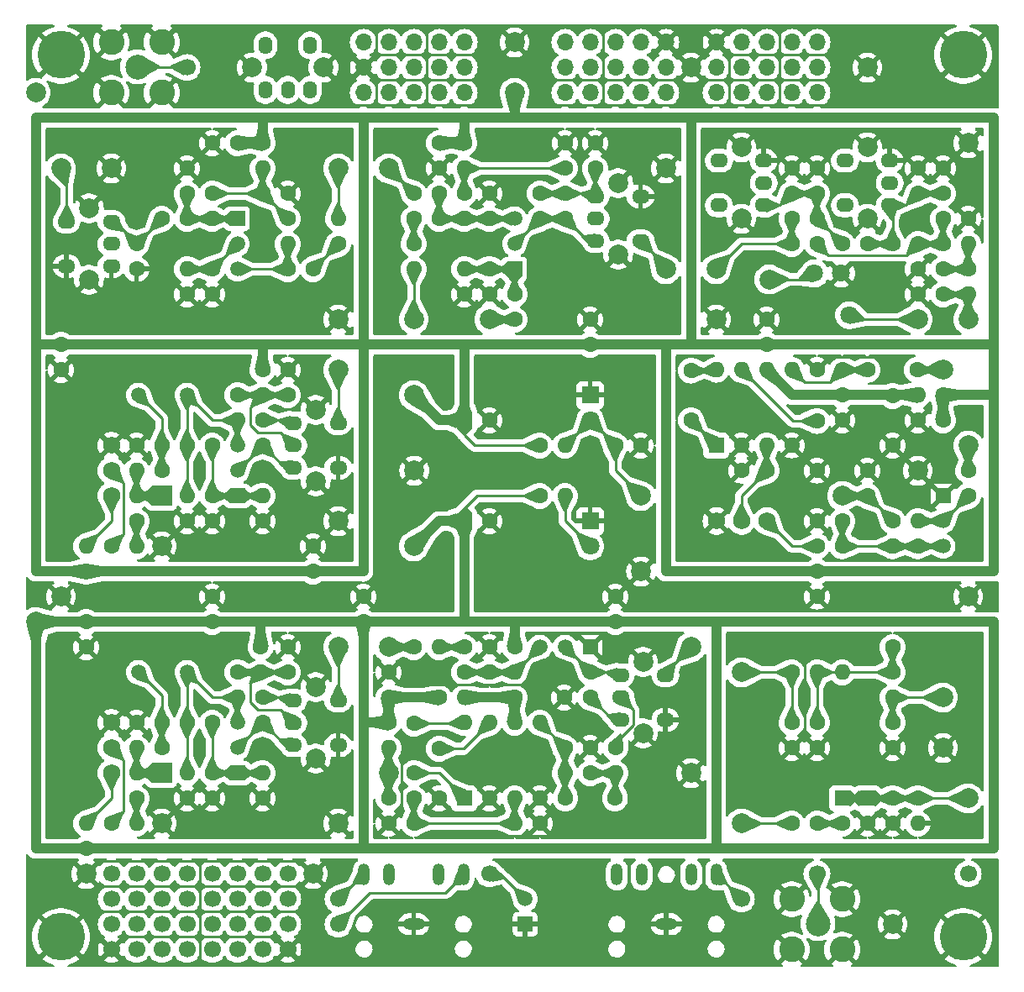
<source format=gbr>
%TF.GenerationSoftware,KiCad,Pcbnew,7.0.2-0*%
%TF.CreationDate,2024-07-16T23:18:08+09:00*%
%TF.ProjectId,am-pcb2,616d2d70-6362-4322-9e6b-696361645f70,rev?*%
%TF.SameCoordinates,Original*%
%TF.FileFunction,Copper,L2,Bot*%
%TF.FilePolarity,Positive*%
%FSLAX46Y46*%
G04 Gerber Fmt 4.6, Leading zero omitted, Abs format (unit mm)*
G04 Created by KiCad (PCBNEW 7.0.2-0) date 2024-07-16 23:18:08*
%MOMM*%
%LPD*%
G01*
G04 APERTURE LIST*
%TA.AperFunction,ComponentPad*%
%ADD10C,4.800000*%
%TD*%
%TA.AperFunction,ComponentPad*%
%ADD11C,1.600000*%
%TD*%
%TA.AperFunction,ComponentPad*%
%ADD12O,1.600000X1.600000*%
%TD*%
%TA.AperFunction,ComponentPad*%
%ADD13C,2.000000*%
%TD*%
%TA.AperFunction,ComponentPad*%
%ADD14R,1.500000X1.500000*%
%TD*%
%TA.AperFunction,ComponentPad*%
%ADD15C,1.500000*%
%TD*%
%TA.AperFunction,ComponentPad*%
%ADD16C,1.700000*%
%TD*%
%TA.AperFunction,ComponentPad*%
%ADD17R,1.600000X1.600000*%
%TD*%
%TA.AperFunction,ComponentPad*%
%ADD18R,1.800000X1.800000*%
%TD*%
%TA.AperFunction,ComponentPad*%
%ADD19C,1.800000*%
%TD*%
%TA.AperFunction,ComponentPad*%
%ADD20O,1.400000X1.800000*%
%TD*%
%TA.AperFunction,ComponentPad*%
%ADD21O,1.700000X1.700000*%
%TD*%
%TA.AperFunction,ComponentPad*%
%ADD22C,2.600000*%
%TD*%
%TA.AperFunction,ComponentPad*%
%ADD23C,2.500000*%
%TD*%
%TA.AperFunction,ComponentPad*%
%ADD24R,2.000000X2.000000*%
%TD*%
%TA.AperFunction,ComponentPad*%
%ADD25O,2.000000X2.000000*%
%TD*%
%TA.AperFunction,ComponentPad*%
%ADD26O,1.800000X1.400000*%
%TD*%
%TA.AperFunction,ComponentPad*%
%ADD27C,1.750000*%
%TD*%
%TA.AperFunction,ComponentPad*%
%ADD28O,2.200000X1.200000*%
%TD*%
%TA.AperFunction,ComponentPad*%
%ADD29O,1.200000X2.200000*%
%TD*%
%TA.AperFunction,ViaPad*%
%ADD30C,0.800000*%
%TD*%
%TA.AperFunction,ViaPad*%
%ADD31C,2.000000*%
%TD*%
%TA.AperFunction,Conductor*%
%ADD32C,1.000000*%
%TD*%
%TA.AperFunction,Conductor*%
%ADD33C,0.250000*%
%TD*%
G04 APERTURE END LIST*
D10*
%TO.P,Z3,1,1*%
%TO.N,GND*%
X180340000Y-133350000D03*
%TD*%
D11*
%TO.P,R24,1*%
%TO.N,GND*%
X193040000Y-91440000D03*
D12*
%TO.P,R24,2*%
%TO.N,Net-(Q21-B)*%
X193040000Y-88900000D03*
%TD*%
D13*
%TO.P,TP64,1,1*%
%TO.N,Net-(R62-Pad1)*%
X213360000Y-104140000D03*
%TD*%
%TO.P,TP8,1,1*%
%TO.N,GND*%
X208280000Y-121920000D03*
%TD*%
D11*
%TO.P,C8,1*%
%TO.N,+9VA*%
X210820000Y-101600000D03*
%TO.P,C8,2*%
%TO.N,GND*%
X210820000Y-99060000D03*
%TD*%
%TO.P,C54,1*%
%TO.N,Net-(U51-V+)*%
X264160000Y-78820000D03*
%TO.P,C54,2*%
%TO.N,GND*%
X264160000Y-83820000D03*
%TD*%
D13*
%TO.P,TP91,1,1*%
%TO.N,GND*%
X208280000Y-71120000D03*
%TD*%
D11*
%TO.P,C75,1*%
%TO.N,Net-(U71-BYPASS)*%
X218440000Y-114380000D03*
%TO.P,C75,2*%
%TO.N,GND*%
X218440000Y-119380000D03*
%TD*%
%TO.P,L71,1,1*%
%TO.N,Net-(T71-PM)*%
X236220000Y-114300000D03*
D12*
%TO.P,L71,2,2*%
%TO.N,Net-(C73-Pad2)*%
X236220000Y-116840000D03*
%TD*%
D11*
%TO.P,L61,1,1*%
%TO.N,Net-(C67-Pad1)*%
X190500000Y-114300000D03*
D12*
%TO.P,L61,2,2*%
%TO.N,Net-(D61-K)*%
X187960000Y-114300000D03*
%TD*%
D11*
%TO.P,R76,1*%
%TO.N,GND*%
X228600000Y-121920000D03*
D12*
%TO.P,R76,2*%
%TO.N,Net-(U71-+)*%
X226060000Y-121920000D03*
%TD*%
D14*
%TO.P,Q61,1,E*%
%TO.N,Net-(Q61-E)*%
X198120000Y-116840000D03*
D15*
%TO.P,Q61,2,C*%
%TO.N,Net-(Q61-C)*%
X198120000Y-114300000D03*
%TO.P,Q61,3,B*%
%TO.N,Net-(Q61-B)*%
X198120000Y-111760000D03*
%TD*%
D13*
%TO.P,TP75,1,1*%
%TO.N,Net-(C85-Pad1)*%
X248920000Y-121920000D03*
%TD*%
D11*
%TO.P,C16,1*%
%TO.N,Net-(Q11-S)*%
X195580000Y-66040000D03*
%TO.P,C16,2*%
%TO.N,GND*%
X195580000Y-68580000D03*
%TD*%
D16*
%TO.P,J85,1,Pin_1*%
%TO.N,GND*%
X185420000Y-134620000D03*
%TO.P,J85,2,Pin_2*%
%TO.N,unconnected-(J85-Pin_2-Pad2)*%
X187960000Y-134620000D03*
%TO.P,J85,3,Pin_3*%
%TO.N,unconnected-(J85-Pin_3-Pad3)*%
X190500000Y-134620000D03*
%TO.P,J85,4,Pin_4*%
%TO.N,unconnected-(J85-Pin_4-Pad4)*%
X193040000Y-134620000D03*
%TO.P,J85,5,Pin_5*%
%TO.N,unconnected-(J85-Pin_5-Pad5)*%
X195580000Y-134620000D03*
%TO.P,J85,6,Pin_6*%
%TO.N,unconnected-(J85-Pin_6-Pad6)*%
X198120000Y-134620000D03*
%TO.P,J85,7,Pin_7*%
%TO.N,unconnected-(J85-Pin_7-Pad7)*%
X200660000Y-134620000D03*
%TO.P,J85,8,Pin_8*%
%TO.N,GND*%
X203200000Y-134620000D03*
%TO.P,J85,9,Pin_9*%
%TO.N,unconnected-(J85-Pin_9-Pad9)*%
X185420000Y-132080000D03*
%TO.P,J85,10,Pin_10*%
%TO.N,unconnected-(J85-Pin_10-Pad10)*%
X187960000Y-132080000D03*
%TO.P,J85,11,Pin_11*%
%TO.N,unconnected-(J85-Pin_11-Pad11)*%
X190500000Y-132080000D03*
%TO.P,J85,12,Pin_12*%
%TO.N,unconnected-(J85-Pin_12-Pad12)*%
X193040000Y-132080000D03*
%TO.P,J85,13,Pin_13*%
%TO.N,unconnected-(J85-Pin_13-Pad13)*%
X195580000Y-132080000D03*
%TO.P,J85,14,Pin_14*%
%TO.N,unconnected-(J85-Pin_14-Pad14)*%
X198120000Y-132080000D03*
%TO.P,J85,15,Pin_15*%
%TO.N,unconnected-(J85-Pin_15-Pad15)*%
X200660000Y-132080000D03*
%TO.P,J85,16,Pin_16*%
%TO.N,unconnected-(J85-Pin_16-Pad16)*%
X203200000Y-132080000D03*
%TO.P,J85,17,Pin_17*%
%TO.N,unconnected-(J85-Pin_17-Pad17)*%
X185420000Y-129540000D03*
%TO.P,J85,18,Pin_18*%
%TO.N,unconnected-(J85-Pin_18-Pad18)*%
X187960000Y-129540000D03*
%TO.P,J85,19,Pin_19*%
%TO.N,unconnected-(J85-Pin_19-Pad19)*%
X190540000Y-129540000D03*
%TO.P,J85,20,Pin_20*%
%TO.N,unconnected-(J85-Pin_20-Pad20)*%
X193040000Y-129540000D03*
%TO.P,J85,21,Pin_21*%
%TO.N,unconnected-(J85-Pin_21-Pad21)*%
X195580000Y-129540000D03*
%TO.P,J85,22,Pin_22*%
%TO.N,unconnected-(J85-Pin_22-Pad22)*%
X198120000Y-129540000D03*
%TO.P,J85,23,Pin_23*%
%TO.N,unconnected-(J85-Pin_23-Pad23)*%
X200660000Y-129540000D03*
%TO.P,J85,24,Pin_24*%
%TO.N,unconnected-(J85-Pin_24-Pad24)*%
X203200000Y-129540000D03*
%TO.P,J85,25,Pin_25*%
%TO.N,unconnected-(J85-Pin_25-Pad25)*%
X185420000Y-126960000D03*
%TO.P,J85,26,Pin_26*%
%TO.N,unconnected-(J85-Pin_26-Pad26)*%
X187960000Y-126960000D03*
%TO.P,J85,27,Pin_27*%
%TO.N,unconnected-(J85-Pin_27-Pad27)*%
X190540000Y-126960000D03*
%TO.P,J85,28,Pin_28*%
%TO.N,unconnected-(J85-Pin_28-Pad28)*%
X193040000Y-126960000D03*
%TO.P,J85,29,Pin_29*%
%TO.N,unconnected-(J85-Pin_29-Pad29)*%
X195580000Y-126960000D03*
%TO.P,J85,30,Pin_30*%
%TO.N,unconnected-(J85-Pin_30-Pad30)*%
X198120000Y-126960000D03*
%TO.P,J85,31,Pin_31*%
%TO.N,unconnected-(J85-Pin_31-Pad31)*%
X200660000Y-126960000D03*
%TO.P,J85,32,Pin_32*%
%TO.N,unconnected-(J85-Pin_32-Pad32)*%
X203200000Y-126960000D03*
%TD*%
D17*
%TO.P,U71,1,GAIN*%
%TO.N,Net-(C78-Pad1)*%
X220990000Y-119380000D03*
D12*
%TO.P,U71,2,-*%
%TO.N,GND*%
X223530000Y-119380000D03*
%TO.P,U71,3,+*%
%TO.N,Net-(U71-+)*%
X226070000Y-119380000D03*
%TO.P,U71,4,GND*%
%TO.N,GND*%
X228610000Y-119380000D03*
%TO.P,U71,5*%
%TO.N,Net-(C73-Pad1)*%
X228610000Y-111760000D03*
%TO.P,U71,6,V+*%
%TO.N,Net-(U71-V+)*%
X226070000Y-111760000D03*
%TO.P,U71,7,BYPASS*%
%TO.N,Net-(U71-BYPASS)*%
X223530000Y-111760000D03*
%TO.P,U71,8,GAIN*%
%TO.N,Net-(C78-Pad2)*%
X220990000Y-111760000D03*
%TD*%
D18*
%TO.P,D82,1,K*%
%TO.N,GND*%
X233680000Y-91440000D03*
D19*
%TO.P,D82,2,A*%
%TO.N,Net-(D82-A)*%
X233680000Y-93980000D03*
%TD*%
D16*
%TO.P,TP46,1,1*%
%TO.N,Net-(J4-S)*%
X193040000Y-45720000D03*
%TD*%
D13*
%TO.P,TP86,1,1*%
%TO.N,GND*%
X182880000Y-127000000D03*
%TD*%
D20*
%TO.P,T1,1,PR1*%
%TO.N,unconnected-(T1-PR1-Pad1)*%
X200950000Y-47970000D03*
%TO.P,T1,2,PM*%
%TO.N,unconnected-(T1-PM-Pad2)*%
X203200000Y-47970000D03*
%TO.P,T1,3,PR2*%
%TO.N,unconnected-(T1-PR2-Pad3)*%
X205450000Y-47970000D03*
%TO.P,T1,4,S1*%
%TO.N,unconnected-(T1-S1-Pad4)*%
X205450000Y-43470000D03*
%TO.P,T1,5,S2*%
%TO.N,unconnected-(T1-S2-Pad5)*%
X200950000Y-43470000D03*
D13*
%TO.P,T1,6,G1*%
%TO.N,GND*%
X199600000Y-45720000D03*
%TO.P,T1,7,G2*%
X206800000Y-45720000D03*
%TD*%
%TO.P,TP24,1,1*%
%TO.N,Net-(R22-Pad2)*%
X215900000Y-71120000D03*
%TD*%
D11*
%TO.P,R33,1*%
%TO.N,GND*%
X223520000Y-58420000D03*
D12*
%TO.P,R33,2*%
%TO.N,Net-(Q31-B)*%
X223520000Y-60960000D03*
%TD*%
D21*
%TO.P,J83,1,Pin_1*%
%TO.N,unconnected-(J83-Pin_1-Pad1)*%
X246380000Y-48260000D03*
%TO.P,J83,2,Pin_2*%
%TO.N,unconnected-(J83-Pin_2-Pad2)*%
X248920000Y-48260000D03*
%TO.P,J83,3,Pin_3*%
%TO.N,unconnected-(J83-Pin_3-Pad3)*%
X251460000Y-48260000D03*
%TO.P,J83,4,Pin_4*%
%TO.N,unconnected-(J83-Pin_4-Pad4)*%
X254000000Y-48260000D03*
%TO.P,J83,5,Pin_5*%
%TO.N,unconnected-(J83-Pin_5-Pad5)*%
X256540000Y-48260000D03*
%TO.P,J83,6,Pin_6*%
%TO.N,unconnected-(J83-Pin_6-Pad6)*%
X246380000Y-45720000D03*
%TO.P,J83,7,Pin_7*%
%TO.N,unconnected-(J83-Pin_7-Pad7)*%
X248920000Y-45720000D03*
%TO.P,J83,8,Pin_8*%
%TO.N,unconnected-(J83-Pin_8-Pad8)*%
X251460000Y-45720000D03*
%TO.P,J83,9,Pin_9*%
%TO.N,unconnected-(J83-Pin_9-Pad9)*%
X254000000Y-45720000D03*
%TO.P,J83,10,Pin_10*%
%TO.N,unconnected-(J83-Pin_10-Pad10)*%
X256540000Y-45720000D03*
%TO.P,J83,11,Pin_11*%
%TO.N,GND*%
X246380000Y-43180000D03*
%TO.P,J83,12,Pin_12*%
%TO.N,unconnected-(J83-Pin_12-Pad12)*%
X248920000Y-43180000D03*
%TO.P,J83,13,Pin_13*%
%TO.N,unconnected-(J83-Pin_13-Pad13)*%
X251460000Y-43180000D03*
%TO.P,J83,14,Pin_14*%
%TO.N,unconnected-(J83-Pin_14-Pad14)*%
X254000000Y-43180000D03*
%TO.P,J83,15,Pin_15*%
%TO.N,unconnected-(J83-Pin_15-Pad15)*%
X256540000Y-43180000D03*
%TD*%
D11*
%TO.P,C74,1*%
%TO.N,Net-(U71-V+)*%
X226060000Y-109220000D03*
%TO.P,C74,2*%
%TO.N,GND*%
X231060000Y-109220000D03*
%TD*%
%TO.P,C21,1*%
%TO.N,+9V*%
X180340000Y-73660000D03*
%TO.P,C21,2*%
%TO.N,GND*%
X180340000Y-76200000D03*
%TD*%
D13*
%TO.P,TP76,1,1*%
%TO.N,Net-(D83-K)*%
X271780000Y-119380000D03*
%TD*%
D11*
%TO.P,C34,1*%
%TO.N,Net-(T31-PR1)*%
X228600000Y-58420000D03*
%TO.P,C34,2*%
%TO.N,Net-(Q31-C)*%
X228600000Y-60960000D03*
%TD*%
%TO.P,C40,1*%
%TO.N,Net-(C40-Pad1)*%
X254000000Y-60960000D03*
%TO.P,C40,2*%
%TO.N,Net-(T41-PR1)*%
X256540000Y-60960000D03*
%TD*%
D13*
%TO.P,TP85,1,1*%
%TO.N,GND*%
X226060000Y-43180000D03*
%TD*%
D11*
%TO.P,R12,1*%
%TO.N,Net-(C13-Pad1)*%
X208280000Y-63500000D03*
D12*
%TO.P,R12,2*%
%TO.N,Net-(R12-Pad2)*%
X208280000Y-60960000D03*
%TD*%
D11*
%TO.P,C86,1*%
%TO.N,Net-(D83-K)*%
X264160000Y-119380000D03*
%TO.P,C86,2*%
%TO.N,GND*%
X264160000Y-121920000D03*
%TD*%
%TO.P,C55,1*%
%TO.N,Net-(C55-Pad1)*%
X271790000Y-86350000D03*
%TO.P,C55,2*%
%TO.N,Net-(IC51-IN)*%
X271790000Y-88890000D03*
%TD*%
%TO.P,C61,1*%
%TO.N,Net-(C61-Pad1)*%
X243850000Y-81270000D03*
%TO.P,C61,2*%
%TO.N,Net-(C61-Pad2)*%
X243850000Y-76270000D03*
%TD*%
D16*
%TO.P,TP48,1,1*%
%TO.N,Net-(J1-PadS)*%
X208280000Y-129540000D03*
%TD*%
D11*
%TO.P,C23,1*%
%TO.N,Net-(T21-PR1)*%
X200660000Y-81280000D03*
%TO.P,C23,2*%
%TO.N,Net-(Q21-C)*%
X200660000Y-83820000D03*
%TD*%
D16*
%TO.P,TP42,1,1*%
%TO.N,Net-(J2-PadT)*%
X248920000Y-129540000D03*
%TD*%
D11*
%TO.P,R71,1*%
%TO.N,+9VA*%
X226060000Y-104140000D03*
D12*
%TO.P,R71,2*%
%TO.N,Net-(Q71-B)*%
X226060000Y-106680000D03*
%TD*%
D11*
%TO.P,L22,1,1*%
%TO.N,Net-(L22-Pad1)*%
X187960000Y-91440000D03*
D12*
%TO.P,L22,2,2*%
%TO.N,Net-(D21-K)*%
X187960000Y-88900000D03*
%TD*%
D11*
%TO.P,R62,1*%
%TO.N,Net-(R62-Pad1)*%
X215900000Y-104140000D03*
D12*
%TO.P,R62,2*%
%TO.N,Net-(C80-Pad1)*%
X218440000Y-104140000D03*
%TD*%
D11*
%TO.P,R11,1*%
%TO.N,+9V*%
X200660000Y-53340000D03*
D12*
%TO.P,R11,2*%
%TO.N,Net-(C12-Pad1)*%
X200660000Y-55880000D03*
%TD*%
D13*
%TO.P,TP51,1,1*%
%TO.N,+9V*%
X226060000Y-48260000D03*
%TD*%
D11*
%TO.P,R75,1*%
%TO.N,+9VA*%
X213360000Y-111760000D03*
D12*
%TO.P,R75,2*%
%TO.N,Net-(C76-Pad1)*%
X213360000Y-114300000D03*
%TD*%
D13*
%TO.P,TP73,1,1*%
%TO.N,Net-(T71-S2)*%
X243841000Y-104140000D03*
%TD*%
D10*
%TO.P,Z1,1,1*%
%TO.N,GND*%
X271272000Y-44450000D03*
%TD*%
D11*
%TO.P,C33,1*%
%TO.N,Net-(T31-PR1)*%
X231140000Y-58420000D03*
%TO.P,C33,2*%
%TO.N,Net-(Q31-C)*%
X231140000Y-60960000D03*
%TD*%
%TO.P,R64,1*%
%TO.N,GND*%
X193040000Y-119380000D03*
D12*
%TO.P,R64,2*%
%TO.N,Net-(Q61-B)*%
X193040000Y-116840000D03*
%TD*%
D13*
%TO.P,TP96,1,1*%
%TO.N,GND*%
X271780000Y-99060000D03*
%TD*%
D12*
%TO.P,,2,2*%
%TO.N,Net-(C82-Pad1)*%
X259080000Y-106680000D03*
%TD*%
D11*
%TO.P,C66,1*%
%TO.N,Net-(Q61-E)*%
X195580000Y-116840000D03*
%TO.P,C66,2*%
%TO.N,GND*%
X195580000Y-119380000D03*
%TD*%
%TO.P,R68,1*%
%TO.N,GND*%
X200660000Y-119380000D03*
D12*
%TO.P,R68,2*%
%TO.N,Net-(Q61-E)*%
X200660000Y-116840000D03*
%TD*%
D11*
%TO.P,C52,1*%
%TO.N,Net-(C52-Pad1)*%
X261620000Y-88890000D03*
%TO.P,C52,2*%
%TO.N,GND*%
X261620000Y-86350000D03*
%TD*%
D14*
%TO.P,Q11,1,G*%
%TO.N,Net-(Q11-G)*%
X198120000Y-60960000D03*
D15*
%TO.P,Q11,2,S*%
%TO.N,Net-(Q11-S)*%
X198120000Y-63500000D03*
%TO.P,Q11,3,D*%
%TO.N,Net-(Q11-D)*%
X198120000Y-66040000D03*
%TD*%
D11*
%TO.P,C71,1*%
%TO.N,GND*%
X213360000Y-106680000D03*
%TO.P,C71,2*%
%TO.N,+9VA*%
X213360000Y-109220000D03*
%TD*%
D13*
%TO.P,TP1,1,1*%
%TO.N,+9V*%
X215900000Y-78740000D03*
%TD*%
D11*
%TO.P,C44,1*%
%TO.N,Net-(C44-Pad1)*%
X269240000Y-68580000D03*
%TO.P,C44,2*%
%TO.N,GND*%
X266700000Y-68580000D03*
%TD*%
%TO.P,C60,1*%
%TO.N,GND*%
X248930000Y-86350000D03*
%TO.P,C60,2*%
%TO.N,Net-(U51-+)*%
X251470000Y-86350000D03*
%TD*%
D13*
%TO.P,TP50,1,1*%
%TO.N,+9VA*%
X177800000Y-48260000D03*
%TD*%
D11*
%TO.P,C22,1*%
%TO.N,GND*%
X203200000Y-76200000D03*
%TO.P,C22,2*%
%TO.N,Net-(T21-PM)*%
X203200000Y-78740000D03*
%TD*%
D14*
%TO.P,U1,1,-*%
%TO.N,GND*%
X227140000Y-132080000D03*
D15*
%TO.P,U1,2,+*%
%TO.N,Net-(U1-+)*%
X227140000Y-129540000D03*
%TD*%
D11*
%TO.P,R21,1*%
%TO.N,+9V*%
X200660000Y-76200000D03*
D12*
%TO.P,R21,2*%
%TO.N,Net-(T21-PM)*%
X200660000Y-78740000D03*
%TD*%
D11*
%TO.P,C72,1*%
%TO.N,Net-(Q71-C)*%
X233680000Y-106680000D03*
%TO.P,C72,2*%
%TO.N,Net-(T71-PR2)*%
X233680000Y-109220000D03*
%TD*%
%TO.P,R53,1*%
%TO.N,+9V*%
X269240000Y-78740000D03*
D12*
%TO.P,R53,2*%
%TO.N,Net-(U51-V+)*%
X266700000Y-78740000D03*
%TD*%
D11*
%TO.P,C59,1*%
%TO.N,Net-(C59-Pad1)*%
X261620000Y-76190000D03*
%TO.P,C59,2*%
%TO.N,Net-(C59-Pad2)*%
X266620000Y-76190000D03*
%TD*%
D22*
%TO.P,J3,1,G*%
%TO.N,GND*%
X254000000Y-129540000D03*
X254000000Y-134620000D03*
X259080000Y-129540000D03*
X259080000Y-134620000D03*
D23*
%TO.P,J3,2,S*%
%TO.N,Net-(J3-S)*%
X256640000Y-132005000D03*
%TD*%
D11*
%TO.P,R22,1*%
%TO.N,Net-(C36-Pad1)*%
X215900000Y-63500000D03*
D12*
%TO.P,R22,2*%
%TO.N,Net-(R22-Pad2)*%
X215900000Y-66040000D03*
%TD*%
D13*
%TO.P,TP87,1,1*%
%TO.N,GND*%
X243840000Y-45720000D03*
%TD*%
D11*
%TO.P,C17,1*%
%TO.N,Net-(Q31-E)*%
X226060000Y-68580000D03*
%TO.P,C17,2*%
%TO.N,Net-(C17-Pad2)*%
X226060000Y-71120000D03*
%TD*%
D24*
%TO.P,D21,1,K*%
%TO.N,Net-(D21-K)*%
X190500000Y-88900000D03*
D25*
%TO.P,D21,2,A*%
%TO.N,GND*%
X190500000Y-93980000D03*
%TD*%
D13*
%TO.P,TP5,1,1*%
%TO.N,Net-(C59-Pad2)*%
X269240000Y-76190000D03*
%TD*%
D15*
%TO.P,X61,1,1*%
%TO.N,Net-(C67-Pad1)*%
X188160000Y-106680000D03*
%TO.P,X61,2,2*%
%TO.N,Net-(Q61-B)*%
X193040000Y-106680000D03*
%TD*%
D13*
%TO.P,TP6,1,1*%
%TO.N,GND*%
X266700000Y-86360000D03*
%TD*%
%TO.P,TP99,1,1*%
%TO.N,GND*%
X180340000Y-99060000D03*
%TD*%
D11*
%TO.P,C85,1*%
%TO.N,Net-(C85-Pad1)*%
X254000000Y-121920000D03*
%TO.P,C85,2*%
%TO.N,Net-(D83-A)*%
X256540000Y-121920000D03*
%TD*%
D13*
%TO.P,TP44,1,1*%
%TO.N,Net-(C55-Pad1)*%
X271790000Y-83810000D03*
%TD*%
D11*
%TO.P,C82,1*%
%TO.N,Net-(C82-Pad1)*%
X256540000Y-111760000D03*
%TO.P,C82,2*%
%TO.N,GND*%
X256540000Y-114300000D03*
%TD*%
%TO.P,R52,1*%
%TO.N,Net-(C52-Pad1)*%
X264170000Y-91430000D03*
D12*
%TO.P,R52,2*%
%TO.N,Net-(IC51-OUT)*%
X264170000Y-93970000D03*
%TD*%
D11*
%TO.P,,1,1*%
%TO.N,Net-(C82-Pad1)*%
X264160000Y-104140000D03*
%TD*%
%TO.P,R83,1*%
%TO.N,Net-(D83-K)*%
X266700000Y-119380000D03*
D12*
%TO.P,R83,2*%
%TO.N,GND*%
X266700000Y-121920000D03*
%TD*%
D15*
%TO.P,X21,1,1*%
%TO.N,Net-(C26-Pad1)*%
X188160000Y-78740000D03*
%TO.P,X21,2,2*%
%TO.N,Net-(Q21-B)*%
X193040000Y-78740000D03*
%TD*%
D11*
%TO.P,R74,1*%
%TO.N,+9VA*%
X218440000Y-109220000D03*
D12*
%TO.P,R74,2*%
%TO.N,Net-(U71-V+)*%
X220980000Y-109220000D03*
%TD*%
D13*
%TO.P,TP23,1,1*%
%TO.N,Net-(T21-S2)*%
X208280000Y-76200000D03*
%TD*%
D11*
%TO.P,L11,1,1*%
%TO.N,Net-(C12-Pad1)*%
X203200000Y-60960000D03*
D12*
%TO.P,L11,2,2*%
%TO.N,Net-(Q11-D)*%
X203200000Y-63500000D03*
%TD*%
D26*
%TO.P,T21,1,PR1*%
%TO.N,Net-(T21-PR1)*%
X203780000Y-81570000D03*
%TO.P,T21,2,PM*%
%TO.N,Net-(T21-PM)*%
X203780000Y-83820000D03*
%TO.P,T21,3,PR2*%
%TO.N,Net-(Q21-C)*%
X203780000Y-86070000D03*
%TO.P,T21,4,S1*%
%TO.N,GND*%
X208280000Y-86070000D03*
%TO.P,T21,5,S2*%
%TO.N,Net-(T21-S2)*%
X208280000Y-81570000D03*
D13*
%TO.P,T21,6,G1*%
%TO.N,GND*%
X206030000Y-80220000D03*
%TO.P,T21,7,G2*%
X206030000Y-87420000D03*
%TD*%
D11*
%TO.P,C79,1*%
%TO.N,Net-(C73-Pad1)*%
X231140000Y-114300000D03*
%TO.P,C79,2*%
%TO.N,GND*%
X233680000Y-114300000D03*
%TD*%
%TO.P,C64,1*%
%TO.N,Net-(T61-PR1)*%
X200660000Y-109220000D03*
%TO.P,C64,2*%
%TO.N,Net-(Q61-C)*%
X200660000Y-111760000D03*
%TD*%
D13*
%TO.P,TP53,1,1*%
%TO.N,Net-(D81-A)*%
X238760000Y-88900000D03*
%TD*%
D11*
%TO.P,C7,1*%
%TO.N,+9VA*%
X195580000Y-101600000D03*
%TO.P,C7,2*%
%TO.N,GND*%
X195580000Y-99060000D03*
%TD*%
%TO.P,C37,1*%
%TO.N,Net-(Q31-E)*%
X223520000Y-66040000D03*
%TO.P,C37,2*%
%TO.N,GND*%
X223520000Y-68580000D03*
%TD*%
%TO.P,C83,1*%
%TO.N,Net-(C83-Pad1)*%
X264160000Y-111760000D03*
%TO.P,C83,2*%
%TO.N,GND*%
X264160000Y-114300000D03*
%TD*%
D14*
%TO.P,Q21,1,E*%
%TO.N,Net-(Q21-E)*%
X198120000Y-88900000D03*
D15*
%TO.P,Q21,2,C*%
%TO.N,Net-(Q21-C)*%
X198120000Y-86360000D03*
%TO.P,Q21,3,B*%
%TO.N,Net-(Q21-B)*%
X198120000Y-83820000D03*
%TD*%
D19*
%TO.P,U81,1,IN*%
%TO.N,Net-(U81-IN)*%
X256278400Y-66471800D03*
%TO.P,U81,2,GND*%
%TO.N,GND*%
X258978400Y-66471800D03*
%TO.P,U81,3,OUT*%
%TO.N,Net-(U81-OUT)*%
X259778400Y-70671800D03*
%TD*%
D13*
%TO.P,TP92,1,1*%
%TO.N,GND*%
X241300000Y-55880000D03*
%TD*%
%TO.P,TP84,1,1*%
%TO.N,Net-(U81-OUT)*%
X266700000Y-71120000D03*
%TD*%
D11*
%TO.P,C2,1*%
%TO.N,+9V*%
X233680000Y-73660000D03*
%TO.P,C2,2*%
%TO.N,GND*%
X233680000Y-71120000D03*
%TD*%
%TO.P,C9,1*%
%TO.N,+9VA*%
X236220000Y-101600000D03*
%TO.P,C9,2*%
%TO.N,GND*%
X236220000Y-99060000D03*
%TD*%
%TO.P,C65,1*%
%TO.N,Net-(Q61-B)*%
X193040000Y-111760000D03*
%TO.P,C65,2*%
%TO.N,Net-(Q61-E)*%
X195580000Y-111760000D03*
%TD*%
D16*
%TO.P,TP49,1,1*%
%TO.N,Net-(C59-Pad2)*%
X271780000Y-127000000D03*
%TD*%
D13*
%TO.P,TP3,1,1*%
%TO.N,Net-(T12-S2)*%
X180340000Y-55880000D03*
%TD*%
D11*
%TO.P,R32,1*%
%TO.N,Net-(T31-PM)*%
X220980000Y-58420000D03*
D12*
%TO.P,R32,2*%
%TO.N,Net-(Q31-B)*%
X220980000Y-60960000D03*
%TD*%
D11*
%TO.P,C13,1*%
%TO.N,Net-(C13-Pad1)*%
X205740000Y-66040000D03*
%TO.P,C13,2*%
%TO.N,Net-(Q11-D)*%
X203200000Y-66040000D03*
%TD*%
%TO.P,C73,1*%
%TO.N,Net-(C73-Pad1)*%
X231180000Y-119380000D03*
%TO.P,C73,2*%
%TO.N,Net-(C73-Pad2)*%
X236180000Y-119380000D03*
%TD*%
%TO.P,R65,1*%
%TO.N,+9VA*%
X182880000Y-124460000D03*
D12*
%TO.P,R65,2*%
%TO.N,Net-(R65-Pad2)*%
X182880000Y-121920000D03*
%TD*%
D11*
%TO.P,R54,1*%
%TO.N,Net-(IC51-OUT)*%
X266710000Y-93970000D03*
D12*
%TO.P,R54,2*%
%TO.N,Net-(IC51-IN)*%
X266710000Y-91430000D03*
%TD*%
D18*
%TO.P,D81,1,K*%
%TO.N,GND*%
X233680000Y-78740000D03*
D19*
%TO.P,D81,2,A*%
%TO.N,Net-(D81-A)*%
X233680000Y-81280000D03*
%TD*%
D11*
%TO.P,C36,1*%
%TO.N,Net-(C36-Pad1)*%
X215900000Y-60960000D03*
%TO.P,C36,2*%
%TO.N,Net-(Q31-B)*%
X218440000Y-60960000D03*
%TD*%
%TO.P,R14,1*%
%TO.N,GND*%
X193040000Y-68580000D03*
D12*
%TO.P,R14,2*%
%TO.N,Net-(Q11-S)*%
X193040000Y-66040000D03*
%TD*%
D11*
%TO.P,R27,1*%
%TO.N,Net-(R26-Pad2)*%
X185420000Y-93980000D03*
D12*
%TO.P,R27,2*%
%TO.N,Net-(L22-Pad1)*%
X187960000Y-93980000D03*
%TD*%
D27*
%TO.P,R55,1,1*%
%TO.N,GND*%
X246390000Y-91430000D03*
%TO.P,R55,2,2*%
%TO.N,Net-(U51-+)*%
X248930000Y-91430000D03*
%TO.P,R55,3,3*%
%TO.N,Net-(C56-Pad2)*%
X251470000Y-91430000D03*
%TD*%
D13*
%TO.P,TP54,1,1*%
%TO.N,Net-(C52-Pad1)*%
X259080000Y-88900000D03*
%TD*%
D14*
%TO.P,Q31,1,E*%
%TO.N,Net-(Q31-E)*%
X226060000Y-66040000D03*
D15*
%TO.P,Q31,2,C*%
%TO.N,Net-(Q31-C)*%
X226060000Y-63500000D03*
%TO.P,Q31,3,B*%
%TO.N,Net-(Q31-B)*%
X226060000Y-60960000D03*
%TD*%
D13*
%TO.P,TP83,1,1*%
%TO.N,Net-(U81-IN)*%
X251735000Y-67085000D03*
%TD*%
D22*
%TO.P,J4,1,G*%
%TO.N,GND*%
X185420000Y-43180000D03*
X185420000Y-48260000D03*
X190500000Y-43180000D03*
X190500000Y-48260000D03*
D23*
%TO.P,J4,2,S*%
%TO.N,Net-(J4-S)*%
X188060000Y-45645000D03*
%TD*%
D11*
%TO.P,C76,1*%
%TO.N,Net-(C76-Pad1)*%
X213360000Y-119380000D03*
%TO.P,C76,2*%
%TO.N,Net-(U71-+)*%
X215900000Y-119380000D03*
%TD*%
D13*
%TO.P,TP11,1,1*%
%TO.N,+9VA*%
X215900000Y-93980000D03*
%TD*%
D11*
%TO.P,R13,1*%
%TO.N,Net-(Q11-G)*%
X193040000Y-58420000D03*
D12*
%TO.P,R13,2*%
%TO.N,GND*%
X193040000Y-55880000D03*
%TD*%
D17*
%TO.P,C1,1*%
%TO.N,+9V*%
X220980000Y-81280000D03*
D11*
%TO.P,C1,2*%
%TO.N,GND*%
X223520000Y-81280000D03*
%TD*%
%TO.P,R34,1*%
%TO.N,GND*%
X220980000Y-68580000D03*
D12*
%TO.P,R34,2*%
%TO.N,Net-(Q31-E)*%
X220980000Y-66040000D03*
%TD*%
D11*
%TO.P,C84,1*%
%TO.N,Net-(D81-A)*%
X236220000Y-83820000D03*
%TO.P,C84,2*%
%TO.N,GND*%
X238760000Y-83820000D03*
%TD*%
%TO.P,C50,1*%
%TO.N,Net-(C41-Pad2)*%
X266700000Y-63500000D03*
%TO.P,C50,2*%
%TO.N,Net-(T42-PR1)*%
X264160000Y-63500000D03*
%TD*%
%TO.P,C43,1*%
%TO.N,Net-(C43-Pad1)*%
X269240000Y-66040000D03*
%TO.P,C43,2*%
%TO.N,GND*%
X266700000Y-66040000D03*
%TD*%
%TO.P,C12,1*%
%TO.N,Net-(C12-Pad1)*%
X200660000Y-58420000D03*
%TO.P,C12,2*%
%TO.N,GND*%
X203200000Y-58420000D03*
%TD*%
D24*
%TO.P,D61,1,K*%
%TO.N,Net-(D61-K)*%
X190500000Y-116840000D03*
D25*
%TO.P,D61,2,A*%
%TO.N,GND*%
X190500000Y-121920000D03*
%TD*%
D14*
%TO.P,IC51,1,GND*%
%TO.N,GND*%
X269250000Y-88890000D03*
D15*
%TO.P,IC51,2,IN*%
%TO.N,Net-(IC51-IN)*%
X269250000Y-91430000D03*
%TO.P,IC51,3,OUT*%
%TO.N,Net-(IC51-OUT)*%
X269250000Y-93970000D03*
%TD*%
D17*
%TO.P,D84,1,K*%
%TO.N,Net-(D83-K)*%
X261620000Y-119380000D03*
D11*
%TO.P,D84,2,A*%
%TO.N,GND*%
X261620000Y-121920000D03*
%TD*%
%TO.P,C51,1*%
%TO.N,+9V*%
X269240000Y-81280000D03*
%TO.P,C51,2*%
%TO.N,GND*%
X266700000Y-81280000D03*
%TD*%
%TO.P,R81,1*%
%TO.N,+9V*%
X228600000Y-83820000D03*
D12*
%TO.P,R81,2*%
%TO.N,Net-(D81-A)*%
X231140000Y-83820000D03*
%TD*%
D11*
%TO.P,R73,1*%
%TO.N,Net-(C73-Pad2)*%
X233680000Y-116840000D03*
D12*
%TO.P,R73,2*%
%TO.N,Net-(C73-Pad1)*%
X231140000Y-116840000D03*
%TD*%
D11*
%TO.P,L21,1,1*%
%TO.N,Net-(C26-Pad1)*%
X190500000Y-86360000D03*
D12*
%TO.P,L21,2,2*%
%TO.N,Net-(D21-K)*%
X187960000Y-86360000D03*
%TD*%
D11*
%TO.P,C4,1*%
%TO.N,+9V*%
X205740000Y-96520000D03*
%TO.P,C4,2*%
%TO.N,GND*%
X205740000Y-93980000D03*
%TD*%
%TO.P,C3,1*%
%TO.N,+9V*%
X256550000Y-96510000D03*
%TO.P,C3,2*%
%TO.N,GND*%
X256550000Y-99050000D03*
%TD*%
D17*
%TO.P,D83,1,K*%
%TO.N,Net-(D83-K)*%
X259080000Y-119380000D03*
D11*
%TO.P,D83,2,A*%
%TO.N,Net-(D83-A)*%
X259080000Y-121920000D03*
%TD*%
D13*
%TO.P,TP63,1,1*%
%TO.N,Net-(T61-S2)*%
X208280000Y-104140000D03*
%TD*%
D11*
%TO.P,R61,1*%
%TO.N,+9VA*%
X200460000Y-104140000D03*
D12*
%TO.P,R61,2*%
%TO.N,Net-(T61-PM)*%
X200460000Y-106680000D03*
%TD*%
D21*
%TO.P,J82,1,Pin_1*%
%TO.N,unconnected-(J82-Pin_1-Pad1)*%
X210820000Y-48260000D03*
%TO.P,J82,2,Pin_2*%
%TO.N,unconnected-(J82-Pin_2-Pad2)*%
X213360000Y-48260000D03*
%TO.P,J82,3,Pin_3*%
%TO.N,unconnected-(J82-Pin_3-Pad3)*%
X215900000Y-48260000D03*
%TO.P,J82,4,Pin_4*%
%TO.N,unconnected-(J82-Pin_4-Pad4)*%
X218440000Y-48260000D03*
%TO.P,J82,5,Pin_5*%
%TO.N,unconnected-(J82-Pin_5-Pad5)*%
X220980000Y-48260000D03*
%TO.P,J82,6,Pin_6*%
%TO.N,GND*%
X210820000Y-45720000D03*
%TO.P,J82,7,Pin_7*%
%TO.N,unconnected-(J82-Pin_7-Pad7)*%
X213360000Y-45720000D03*
%TO.P,J82,8,Pin_8*%
%TO.N,unconnected-(J82-Pin_8-Pad8)*%
X215900000Y-45720000D03*
%TO.P,J82,9,Pin_9*%
%TO.N,unconnected-(J82-Pin_9-Pad9)*%
X218440000Y-45720000D03*
%TO.P,J82,10,Pin_10*%
%TO.N,unconnected-(J82-Pin_10-Pad10)*%
X220980000Y-45720000D03*
%TO.P,J82,11,Pin_11*%
%TO.N,unconnected-(J82-Pin_11-Pad11)*%
X210820000Y-43180000D03*
%TO.P,J82,12,Pin_12*%
%TO.N,unconnected-(J82-Pin_12-Pad12)*%
X213360000Y-43180000D03*
%TO.P,J82,13,Pin_13*%
%TO.N,unconnected-(J82-Pin_13-Pad13)*%
X215900000Y-43180000D03*
%TO.P,J82,14,Pin_14*%
%TO.N,unconnected-(J82-Pin_14-Pad14)*%
X218440000Y-43180000D03*
%TO.P,J82,15,Pin_15*%
%TO.N,unconnected-(J82-Pin_15-Pad15)*%
X220980000Y-43180000D03*
%TD*%
D13*
%TO.P,TP7,1,1*%
%TO.N,Net-(C76-Pad1)*%
X213360000Y-116840000D03*
%TD*%
D17*
%TO.P,C6,1*%
%TO.N,+9VA*%
X220980000Y-91440000D03*
D11*
%TO.P,C6,2*%
%TO.N,GND*%
X223520000Y-91440000D03*
%TD*%
%TO.P,C38,1*%
%TO.N,Net-(T31-PR1)*%
X234188000Y-55880000D03*
%TO.P,C38,2*%
%TO.N,GND*%
X234188000Y-53340000D03*
%TD*%
%TO.P,R82,1*%
%TO.N,+9VA*%
X228600000Y-88900000D03*
D12*
%TO.P,R82,2*%
%TO.N,Net-(D82-A)*%
X231140000Y-88900000D03*
%TD*%
D11*
%TO.P,L42,1,1*%
%TO.N,Net-(C43-Pad1)*%
X271780000Y-66040000D03*
D12*
%TO.P,L42,2,2*%
%TO.N,Net-(C44-Pad1)*%
X271780000Y-68580000D03*
%TD*%
D13*
%TO.P,TP95,1,1*%
%TO.N,GND*%
X243840000Y-116840000D03*
%TD*%
D11*
%TO.P,R72,1*%
%TO.N,GND*%
X223520000Y-104140000D03*
D12*
%TO.P,R72,2*%
%TO.N,Net-(Q71-B)*%
X223520000Y-106680000D03*
%TD*%
D11*
%TO.P,C15,1*%
%TO.N,Net-(T12-PR1)*%
X187960000Y-63500000D03*
%TO.P,C15,2*%
%TO.N,GND*%
X187960000Y-66040000D03*
%TD*%
D13*
%TO.P,TP97,1,1*%
%TO.N,GND*%
X271780000Y-53340000D03*
%TD*%
%TO.P,TP13,1,1*%
%TO.N,Net-(R12-Pad2)*%
X208280000Y-55881000D03*
%TD*%
D11*
%TO.P,R63,1*%
%TO.N,Net-(T61-PM)*%
X198120000Y-106680000D03*
D12*
%TO.P,R63,2*%
%TO.N,Net-(Q61-B)*%
X198120000Y-109220000D03*
%TD*%
D26*
%TO.P,T71,1,PR2*%
%TO.N,Net-(T71-PR2)*%
X236764000Y-111470000D03*
%TO.P,T71,2,PM*%
%TO.N,Net-(T71-PM)*%
X236764000Y-109220000D03*
%TO.P,T71,3,PR1*%
%TO.N,Net-(Q71-C)*%
X236764000Y-106970000D03*
%TO.P,T71,4,S2*%
%TO.N,Net-(T71-S2)*%
X241264000Y-106970000D03*
%TO.P,T71,5,S1*%
%TO.N,GND*%
X241264000Y-111470000D03*
D13*
%TO.P,T71,6,G1*%
X239014000Y-105620000D03*
%TO.P,T71,7,G2*%
X239014000Y-112820000D03*
%TD*%
D16*
%TO.P,TP41,1,1*%
%TO.N,Net-(J1-PadT)*%
X208280000Y-132080000D03*
%TD*%
D11*
%TO.P,C41,1*%
%TO.N,Net-(C40-Pad1)*%
X254000000Y-63500000D03*
%TO.P,C41,2*%
%TO.N,Net-(C41-Pad2)*%
X256540000Y-63500000D03*
%TD*%
%TO.P,C67,1*%
%TO.N,Net-(C67-Pad1)*%
X190500000Y-111760000D03*
%TO.P,C67,2*%
%TO.N,GND*%
X187960000Y-111760000D03*
%TD*%
D26*
%TO.P,T41,1,PR1*%
%TO.N,Net-(T41-PR1)*%
X251170000Y-59610000D03*
%TO.P,T41,2,PM*%
%TO.N,unconnected-(T41-PM-Pad2)*%
X251170000Y-57360000D03*
%TO.P,T41,3,PR2*%
%TO.N,GND*%
X251170000Y-55110000D03*
%TO.P,T41,4,S1*%
%TO.N,unconnected-(T41-S1-Pad4)*%
X246670000Y-55110000D03*
%TO.P,T41,5,S2*%
%TO.N,unconnected-(T41-S2-Pad5)*%
X246670000Y-59610000D03*
D13*
%TO.P,T41,6,G1*%
%TO.N,GND*%
X248920000Y-60960000D03*
%TO.P,T41,7,G2*%
X248920000Y-53760000D03*
%TD*%
D11*
%TO.P,C58,1*%
%TO.N,GND*%
X256540000Y-91440000D03*
%TO.P,C58,2*%
%TO.N,Net-(IC51-OUT)*%
X259080000Y-91440000D03*
%TD*%
%TO.P,C35,1*%
%TO.N,Net-(C35-Pad1)*%
X215900000Y-58420000D03*
%TO.P,C35,2*%
%TO.N,Net-(Q31-B)*%
X218440000Y-58420000D03*
%TD*%
%TO.P,L41,1,1*%
%TO.N,Net-(C41-Pad2)*%
X269240000Y-63500000D03*
D12*
%TO.P,L41,2,2*%
%TO.N,Net-(C43-Pad1)*%
X271780000Y-63500000D03*
%TD*%
D11*
%TO.P,C63,1*%
%TO.N,GND*%
X203200000Y-104140000D03*
%TO.P,C63,2*%
%TO.N,Net-(T61-PM)*%
X203200000Y-106680000D03*
%TD*%
%TO.P,C32,1*%
%TO.N,+9V*%
X218440000Y-53340000D03*
%TO.P,C32,2*%
%TO.N,GND*%
X218440000Y-55880000D03*
%TD*%
D13*
%TO.P,TP33,1,1*%
%TO.N,Net-(T31-S2)*%
X241300000Y-66040000D03*
%TD*%
D11*
%TO.P,C78,1*%
%TO.N,Net-(C78-Pad1)*%
X215900000Y-116840000D03*
%TO.P,C78,2*%
%TO.N,Net-(C78-Pad2)*%
X215900000Y-111840000D03*
%TD*%
%TO.P,C81,1*%
%TO.N,Net-(C81-Pad1)*%
X254000000Y-111760000D03*
%TO.P,C81,2*%
%TO.N,GND*%
X254000000Y-114300000D03*
%TD*%
D26*
%TO.P,T61,1,PR1*%
%TO.N,Net-(T61-PR1)*%
X203780000Y-109535400D03*
%TO.P,T61,2,PM*%
%TO.N,Net-(T61-PM)*%
X203780000Y-111785400D03*
%TO.P,T61,3,PR2*%
%TO.N,Net-(Q61-C)*%
X203780000Y-114035400D03*
%TO.P,T61,4,S1*%
%TO.N,GND*%
X208280000Y-114035400D03*
%TO.P,T61,5,S2*%
%TO.N,Net-(T61-S2)*%
X208280000Y-109535400D03*
D13*
%TO.P,T61,6,G1*%
%TO.N,GND*%
X206030000Y-108185400D03*
%TO.P,T61,7,G2*%
X206030000Y-115385400D03*
%TD*%
D16*
%TO.P,TP45,1,1*%
%TO.N,Net-(J3-S)*%
X256540000Y-127000000D03*
%TD*%
D13*
%TO.P,TP10,1,1*%
%TO.N,GND*%
X269240000Y-114300000D03*
%TD*%
D11*
%TO.P,C14,1*%
%TO.N,Net-(T12-PR1)*%
X190500000Y-60960000D03*
%TO.P,C14,2*%
%TO.N,Net-(Q11-G)*%
X193040000Y-60960000D03*
%TD*%
D13*
%TO.P,TP82,1,1*%
%TO.N,GND*%
X205740000Y-127000000D03*
%TD*%
D11*
%TO.P,R15,1*%
%TO.N,Net-(C12-Pad1)*%
X195580000Y-58420000D03*
D12*
%TO.P,R15,2*%
%TO.N,Net-(Q11-G)*%
X195580000Y-60960000D03*
%TD*%
D11*
%TO.P,C5,1*%
%TO.N,+9V*%
X251460000Y-73660000D03*
%TO.P,C5,2*%
%TO.N,GND*%
X251460000Y-71120000D03*
%TD*%
%TO.P,R23,1*%
%TO.N,Net-(T21-PM)*%
X198120000Y-78740000D03*
D12*
%TO.P,R23,2*%
%TO.N,Net-(Q21-B)*%
X198120000Y-81280000D03*
%TD*%
D26*
%TO.P,T42,1,PR1*%
%TO.N,Net-(T42-PR1)*%
X263870000Y-59610000D03*
%TO.P,T42,2,PM*%
%TO.N,unconnected-(T42-PM-Pad2)*%
X263870000Y-57360000D03*
%TO.P,T42,3,PR2*%
%TO.N,GND*%
X263870000Y-55110000D03*
%TO.P,T42,4,S1*%
%TO.N,unconnected-(T42-S1-Pad4)*%
X259370000Y-55110000D03*
%TO.P,T42,5,S2*%
%TO.N,unconnected-(T42-S2-Pad5)*%
X259370000Y-59610000D03*
D13*
%TO.P,T42,6,G1*%
%TO.N,GND*%
X261620000Y-60960000D03*
%TO.P,T42,7,G2*%
X261620000Y-53760000D03*
%TD*%
%TO.P,TP98,1,1*%
%TO.N,GND*%
X238820000Y-96520000D03*
%TD*%
D11*
%TO.P,R25,1*%
%TO.N,+9V*%
X182880000Y-96520000D03*
D12*
%TO.P,R25,2*%
%TO.N,Net-(R25-Pad2)*%
X182880000Y-93980000D03*
%TD*%
D28*
%TO.P,J1,G*%
%TO.N,GND*%
X215900000Y-132080000D03*
D29*
%TO.P,J1,S*%
%TO.N,Net-(J1-PadS)*%
X210900000Y-127080000D03*
%TO.P,J1,SN*%
%TO.N,N/C*%
X213400000Y-127080000D03*
%TO.P,J1,T*%
%TO.N,Net-(J1-PadT)*%
X220900000Y-127080000D03*
%TO.P,J1,TN*%
%TO.N,N/C*%
X218400000Y-127080000D03*
%TD*%
D11*
%TO.P,C46,1*%
%TO.N,Net-(T41-PR1)*%
X256540000Y-58420000D03*
%TO.P,C46,2*%
%TO.N,GND*%
X256540000Y-55880000D03*
%TD*%
%TO.P,C42,1*%
%TO.N,Net-(C41-Pad2)*%
X269240000Y-60960000D03*
%TO.P,C42,2*%
%TO.N,GND*%
X271780000Y-60960000D03*
%TD*%
%TO.P,C48,1*%
%TO.N,Net-(T42-PR1)*%
X269240000Y-58420000D03*
%TO.P,C48,2*%
%TO.N,GND*%
X269240000Y-55880000D03*
%TD*%
D10*
%TO.P,Z4,1,1*%
%TO.N,GND*%
X180340000Y-44450000D03*
%TD*%
D13*
%TO.P,TP88,1,1*%
%TO.N,GND*%
X264160000Y-132080000D03*
%TD*%
D11*
%TO.P,C56,1*%
%TO.N,Net-(IC51-OUT)*%
X259090000Y-93970000D03*
%TO.P,C56,2*%
%TO.N,Net-(C56-Pad2)*%
X256550000Y-93970000D03*
%TD*%
%TO.P,C53,1*%
%TO.N,Net-(U51-V+)*%
X259080000Y-78740000D03*
%TO.P,C53,2*%
%TO.N,GND*%
X259080000Y-81280000D03*
%TD*%
%TO.P,C49,1*%
%TO.N,Net-(T41-PR1)*%
X259080000Y-63500000D03*
%TO.P,C49,2*%
%TO.N,Net-(T42-PR1)*%
X261620000Y-63500000D03*
%TD*%
D13*
%TO.P,TP4,1,1*%
%TO.N,GND*%
X185420000Y-55880000D03*
%TD*%
D11*
%TO.P,C31,1*%
%TO.N,Net-(T31-PM)*%
X231140000Y-55880000D03*
%TO.P,C31,2*%
%TO.N,GND*%
X231140000Y-53340000D03*
%TD*%
%TO.P,C11,1*%
%TO.N,+9V*%
X198120000Y-53340000D03*
%TO.P,C11,2*%
%TO.N,GND*%
X195580000Y-53340000D03*
%TD*%
D13*
%TO.P,TP14,1,1*%
%TO.N,Net-(C35-Pad1)*%
X213360000Y-55880000D03*
%TD*%
D11*
%TO.P,C24,1*%
%TO.N,Net-(Q21-B)*%
X193040000Y-83820000D03*
%TO.P,C24,2*%
%TO.N,Net-(Q21-E)*%
X195580000Y-83820000D03*
%TD*%
%TO.P,R28,1*%
%TO.N,GND*%
X200660000Y-91440000D03*
D12*
%TO.P,R28,2*%
%TO.N,Net-(Q21-E)*%
X200660000Y-88900000D03*
%TD*%
D13*
%TO.P,TP34,1,1*%
%TO.N,Net-(C40-Pad1)*%
X246380000Y-66040000D03*
%TD*%
D21*
%TO.P,J81,1,Pin_1*%
%TO.N,unconnected-(J81-Pin_1-Pad1)*%
X231140000Y-48260000D03*
%TO.P,J81,2,Pin_2*%
%TO.N,unconnected-(J81-Pin_2-Pad2)*%
X233680000Y-48260000D03*
%TO.P,J81,3,Pin_3*%
%TO.N,unconnected-(J81-Pin_3-Pad3)*%
X236220000Y-48260000D03*
%TO.P,J81,4,Pin_4*%
%TO.N,unconnected-(J81-Pin_4-Pad4)*%
X238760000Y-48260000D03*
%TO.P,J81,5,Pin_5*%
%TO.N,unconnected-(J81-Pin_5-Pad5)*%
X241300000Y-48260000D03*
%TO.P,J81,6,Pin_6*%
%TO.N,unconnected-(J81-Pin_6-Pad6)*%
X231140000Y-45720000D03*
%TO.P,J81,7,Pin_7*%
%TO.N,unconnected-(J81-Pin_7-Pad7)*%
X233680000Y-45720000D03*
%TO.P,J81,8,Pin_8*%
%TO.N,unconnected-(J81-Pin_8-Pad8)*%
X236220000Y-45720000D03*
%TO.P,J81,9,Pin_9*%
%TO.N,unconnected-(J81-Pin_9-Pad9)*%
X238760000Y-45720000D03*
%TO.P,J81,10,Pin_10*%
%TO.N,unconnected-(J81-Pin_10-Pad10)*%
X241300000Y-45720000D03*
%TO.P,J81,11,Pin_11*%
%TO.N,unconnected-(J81-Pin_11-Pad11)*%
X231140000Y-43180000D03*
%TO.P,J81,12,Pin_12*%
%TO.N,unconnected-(J81-Pin_12-Pad12)*%
X233680000Y-43180000D03*
%TO.P,J81,13,Pin_13*%
%TO.N,unconnected-(J81-Pin_13-Pad13)*%
X236220000Y-43180000D03*
%TO.P,J81,14,Pin_14*%
%TO.N,unconnected-(J81-Pin_14-Pad14)*%
X238760000Y-43180000D03*
%TO.P,J81,15,Pin_15*%
%TO.N,GND*%
X241300000Y-43180000D03*
%TD*%
D27*
%TO.P,R26,1,1*%
%TO.N,Net-(R25-Pad2)*%
X185420000Y-88900000D03*
%TO.P,R26,2,2*%
%TO.N,Net-(R26-Pad2)*%
X185420000Y-86360000D03*
%TO.P,R26,3,3*%
%TO.N,GND*%
X185420000Y-83820000D03*
%TD*%
D11*
%TO.P,C57,1*%
%TO.N,Net-(U51-BYPASS)*%
X256540000Y-81350000D03*
%TO.P,C57,2*%
%TO.N,GND*%
X256540000Y-86350000D03*
%TD*%
%TO.P,L81,1,1*%
%TO.N,Net-(C81-Pad1)*%
X254000000Y-106680000D03*
D12*
%TO.P,L81,2,2*%
%TO.N,Net-(C82-Pad1)*%
X256540000Y-106680000D03*
%TD*%
D13*
%TO.P,TP93,1,1*%
%TO.N,GND*%
X208280000Y-91440000D03*
%TD*%
D17*
%TO.P,U51,1,GAIN*%
%TO.N,Net-(C61-Pad1)*%
X246390000Y-83810000D03*
D12*
%TO.P,U51,2,-*%
%TO.N,GND*%
X248930000Y-83810000D03*
%TO.P,U51,3,+*%
%TO.N,Net-(U51-+)*%
X251470000Y-83810000D03*
%TO.P,U51,4,GND*%
%TO.N,GND*%
X254010000Y-83810000D03*
%TO.P,U51,5*%
%TO.N,Net-(C59-Pad1)*%
X254010000Y-76190000D03*
%TO.P,U51,6,V+*%
%TO.N,Net-(U51-V+)*%
X251470000Y-76190000D03*
%TO.P,U51,7,BYPASS*%
%TO.N,Net-(U51-BYPASS)*%
X248930000Y-76190000D03*
%TO.P,U51,8,GAIN*%
%TO.N,Net-(C61-Pad2)*%
X246390000Y-76190000D03*
%TD*%
D11*
%TO.P,C68,1*%
%TO.N,GND*%
X256540000Y-76200000D03*
%TO.P,C68,2*%
%TO.N,Net-(C59-Pad1)*%
X259080000Y-76200000D03*
%TD*%
D13*
%TO.P,TP9,1,1*%
%TO.N,Net-(C83-Pad1)*%
X269240000Y-109220000D03*
%TD*%
D27*
%TO.P,R66,1,1*%
%TO.N,Net-(R65-Pad2)*%
X185420000Y-116840000D03*
%TO.P,R66,2,2*%
%TO.N,Net-(R66-Pad2)*%
X185420000Y-114300000D03*
%TO.P,R66,3,3*%
%TO.N,GND*%
X185420000Y-111760000D03*
%TD*%
D11*
%TO.P,L82,1,1*%
%TO.N,Net-(C82-Pad1)*%
X264160000Y-106680000D03*
D12*
%TO.P,L82,2,2*%
%TO.N,Net-(C83-Pad1)*%
X264160000Y-109220000D03*
%TD*%
D11*
%TO.P,C77,1*%
%TO.N,Net-(U71-+)*%
X215900000Y-121920000D03*
%TO.P,C77,2*%
%TO.N,GND*%
X213360000Y-121920000D03*
%TD*%
D28*
%TO.P,J2,G*%
%TO.N,GND*%
X241380000Y-132080000D03*
D29*
%TO.P,J2,S*%
%TO.N,unconnected-(J2-PadS)*%
X236380000Y-127080000D03*
%TO.P,J2,SN*%
%TO.N,N/C*%
X238880000Y-127080000D03*
%TO.P,J2,T*%
%TO.N,Net-(J2-PadT)*%
X246380000Y-127080000D03*
%TO.P,J2,TN*%
%TO.N,N/C*%
X243880000Y-127080000D03*
%TD*%
D11*
%TO.P,R31,1*%
%TO.N,+9V*%
X220980000Y-53340000D03*
D12*
%TO.P,R31,2*%
%TO.N,Net-(T31-PM)*%
X220980000Y-55880000D03*
%TD*%
D13*
%TO.P,TP74,1,1*%
%TO.N,Net-(C81-Pad1)*%
X248920000Y-106680000D03*
%TD*%
%TO.P,TP94,1,1*%
%TO.N,GND*%
X246380000Y-71120000D03*
%TD*%
D11*
%TO.P,L62,1,1*%
%TO.N,Net-(L62-Pad1)*%
X187960000Y-119380000D03*
D12*
%TO.P,L62,2,2*%
%TO.N,Net-(D61-K)*%
X187960000Y-116840000D03*
%TD*%
D10*
%TO.P,Z2,1,1*%
%TO.N,GND*%
X271272000Y-133350000D03*
%TD*%
D13*
%TO.P,TP25,1,1*%
%TO.N,Net-(C17-Pad2)*%
X223520000Y-71120000D03*
%TD*%
%TO.P,TP81,1,1*%
%TO.N,GND*%
X261620000Y-45720000D03*
%TD*%
D11*
%TO.P,C26,1*%
%TO.N,Net-(C26-Pad1)*%
X190500000Y-83820000D03*
%TO.P,C26,2*%
%TO.N,GND*%
X187960000Y-83820000D03*
%TD*%
D13*
%TO.P,TP2,1,1*%
%TO.N,GND*%
X215959000Y-86360000D03*
%TD*%
D11*
%TO.P,C62,1*%
%TO.N,+9VA*%
X182880000Y-101600000D03*
%TO.P,C62,2*%
%TO.N,GND*%
X182880000Y-104140000D03*
%TD*%
%TO.P,C25,1*%
%TO.N,Net-(Q21-E)*%
X195580000Y-88900000D03*
%TO.P,C25,2*%
%TO.N,GND*%
X195580000Y-91440000D03*
%TD*%
D16*
%TO.P,TP47,1,1*%
%TO.N,Net-(U1-+)*%
X223520000Y-127000000D03*
%TD*%
D13*
%TO.P,TP43,1,1*%
%TO.N,Net-(C44-Pad1)*%
X271780000Y-71120000D03*
%TD*%
D11*
%TO.P,C45,1*%
%TO.N,Net-(T41-PR1)*%
X254000000Y-58420000D03*
%TO.P,C45,2*%
%TO.N,GND*%
X254000000Y-55880000D03*
%TD*%
%TO.P,R67,1*%
%TO.N,Net-(R66-Pad2)*%
X185420000Y-121920000D03*
D12*
%TO.P,R67,2*%
%TO.N,Net-(L62-Pad1)*%
X187960000Y-121920000D03*
%TD*%
D14*
%TO.P,Q71,1,E*%
%TO.N,GND*%
X233680000Y-104140000D03*
D15*
%TO.P,Q71,2,C*%
%TO.N,Net-(Q71-C)*%
X231140000Y-104140000D03*
%TO.P,Q71,3,B*%
%TO.N,Net-(Q71-B)*%
X228600000Y-104140000D03*
%TD*%
D11*
%TO.P,C80,1*%
%TO.N,Net-(C80-Pad1)*%
X220980000Y-104140000D03*
%TO.P,C80,2*%
%TO.N,Net-(Q71-B)*%
X220980000Y-106680000D03*
%TD*%
D26*
%TO.P,T12,1,PR1*%
%TO.N,Net-(T12-PR1)*%
X185420000Y-61250000D03*
%TO.P,T12,2,PM*%
%TO.N,unconnected-(T12-PM-Pad2)*%
X185420000Y-63500000D03*
%TO.P,T12,3,PR2*%
%TO.N,GND*%
X185420000Y-65750000D03*
%TO.P,T12,4,S1*%
X180920000Y-65750000D03*
%TO.P,T12,5,S2*%
%TO.N,Net-(T12-S2)*%
X180920000Y-61250000D03*
D13*
%TO.P,T12,6,G1*%
%TO.N,GND*%
X183170000Y-67100000D03*
%TO.P,T12,7,G2*%
X183170000Y-59900000D03*
%TD*%
D11*
%TO.P,C47,1*%
%TO.N,Net-(T42-PR1)*%
X266700000Y-58420000D03*
%TO.P,C47,2*%
%TO.N,GND*%
X266700000Y-55880000D03*
%TD*%
D26*
%TO.P,T31,1,PR1*%
%TO.N,Net-(T31-PR1)*%
X234260000Y-58710000D03*
%TO.P,T31,2,PM*%
%TO.N,Net-(T31-PM)*%
X234260000Y-60960000D03*
%TO.P,T31,3,PR2*%
%TO.N,Net-(Q31-C)*%
X234260000Y-63210000D03*
%TO.P,T31,4,S1*%
%TO.N,GND*%
X238760000Y-58710000D03*
%TO.P,T31,5,S2*%
%TO.N,Net-(T31-S2)*%
X238760000Y-63210000D03*
D13*
%TO.P,T31,6,G1*%
%TO.N,GND*%
X236510000Y-57360000D03*
%TO.P,T31,7,G2*%
X236510000Y-64560000D03*
%TD*%
D30*
%TO.N,GND*%
X246380000Y-99060000D03*
X238760000Y-76200000D03*
X248920000Y-109220000D03*
X248920000Y-119380000D03*
X231140000Y-127000000D03*
X220980000Y-116840000D03*
X194310000Y-82550000D03*
X223580000Y-76200000D03*
X213360000Y-53340000D03*
X264160000Y-76200000D03*
X185420000Y-109220000D03*
X266700000Y-106680000D03*
X228600000Y-63500000D03*
X194310000Y-114300000D03*
X180340000Y-93980000D03*
X200660000Y-86360000D03*
X191770000Y-109220000D03*
X180340000Y-114300000D03*
X191770000Y-81280000D03*
X195580000Y-104140000D03*
X261620000Y-91440000D03*
X180340000Y-53340000D03*
X213360000Y-71120000D03*
X180340000Y-86360000D03*
X243840000Y-93980000D03*
X243850000Y-78730000D03*
X271780000Y-81280000D03*
X248920000Y-104140000D03*
X195580000Y-63500000D03*
X194310000Y-110490000D03*
X213420000Y-76200000D03*
X261620000Y-104140000D03*
X228600000Y-114300000D03*
X185420000Y-104140000D03*
X208280000Y-53340000D03*
X228600000Y-71120000D03*
X226120000Y-99060000D03*
X271780000Y-104140000D03*
X271780000Y-121920000D03*
X233680000Y-86360000D03*
X200660000Y-68580000D03*
X255270000Y-109220000D03*
X223520000Y-63500000D03*
X271790000Y-93970000D03*
X266700000Y-60960000D03*
X241300000Y-71120000D03*
X215900000Y-114300000D03*
X223520000Y-53340000D03*
X200660000Y-60960000D03*
X195580000Y-76200000D03*
X180340000Y-121920000D03*
X261620000Y-109220000D03*
X213420000Y-99060000D03*
X185420000Y-76200000D03*
X271780000Y-111760000D03*
X194310000Y-86360000D03*
X251470000Y-93970000D03*
X200660000Y-114300000D03*
D31*
%TO.N,+9VA*%
X177800000Y-101600000D03*
%TD*%
D32*
%TO.N,+9V*%
X210820000Y-91440000D02*
X210820000Y-96520000D01*
X200660000Y-50800000D02*
X210820000Y-50800000D01*
X226060000Y-48260000D02*
X226060000Y-50800000D01*
X220980000Y-81280000D02*
X220980000Y-73660000D01*
X220980000Y-50800000D02*
X226060000Y-50800000D01*
X177800000Y-96520000D02*
X182880000Y-96520000D01*
X182880000Y-73660000D02*
X200660000Y-73660000D01*
D33*
X228660000Y-83820000D02*
X222056000Y-83820000D01*
D32*
X226060000Y-50800000D02*
X243840000Y-50800000D01*
X220980000Y-53340000D02*
X218440000Y-53340000D01*
X210820000Y-73660000D02*
X210820000Y-91440000D01*
X243840000Y-50800000D02*
X243840000Y-73660000D01*
X210820000Y-50800000D02*
X220980000Y-50800000D01*
D33*
X221040000Y-82804000D02*
X221040000Y-81280000D01*
D32*
X220980000Y-50800000D02*
X220980000Y-53340000D01*
X241300000Y-96520000D02*
X241300000Y-73660000D01*
X269250000Y-78730000D02*
X269240000Y-78740000D01*
X269240000Y-78740000D02*
X269240000Y-81280000D01*
X274320000Y-73660000D02*
X274320000Y-63500000D01*
X243840000Y-50800000D02*
X274320000Y-50800000D01*
X210820000Y-73660000D02*
X220980000Y-73660000D01*
X261620000Y-73660000D02*
X274320000Y-73660000D01*
X200660000Y-50800000D02*
X200660000Y-53340000D01*
X274320000Y-73660000D02*
X274320000Y-96520000D01*
X177800000Y-73660000D02*
X177800000Y-96520000D01*
X200660000Y-53340000D02*
X198120000Y-53340000D01*
X243840000Y-73660000D02*
X261620000Y-73660000D01*
X177800000Y-50800000D02*
X177800000Y-73660000D01*
X220980000Y-73660000D02*
X241300000Y-73660000D01*
X274330000Y-78730000D02*
X269250000Y-78730000D01*
X241300000Y-73660000D02*
X243840000Y-73660000D01*
X177800000Y-73660000D02*
X182880000Y-73660000D01*
X218440000Y-81280000D02*
X220980000Y-81280000D01*
X177800000Y-50800000D02*
X200660000Y-50800000D01*
X274320000Y-63500000D02*
X274320000Y-50800000D01*
X182880000Y-96520000D02*
X210820000Y-96520000D01*
X274320000Y-96520000D02*
X241300000Y-96520000D01*
X215900000Y-78740000D02*
X218440000Y-81280000D01*
X200660000Y-73660000D02*
X210820000Y-73660000D01*
D33*
X222056000Y-83820000D02*
X221040000Y-82804000D01*
D32*
X210820000Y-50800000D02*
X210820000Y-73660000D01*
X200660000Y-73660000D02*
X200660000Y-76200000D01*
D33*
%TO.N,GND*%
X212090000Y-46990000D02*
X222885000Y-46990000D01*
X247650000Y-44450000D02*
X247650000Y-49530000D01*
X255270000Y-113030000D02*
X255270000Y-109220000D01*
X223520000Y-49530000D02*
X212090000Y-49530000D01*
X212090000Y-46990000D02*
X212090000Y-49530000D01*
X212090000Y-49530000D02*
X208915000Y-49530000D01*
X256540000Y-76200000D02*
X257810000Y-74930000D01*
X242570000Y-46990000D02*
X229235000Y-46990000D01*
X217170000Y-107950000D02*
X228600000Y-107950000D01*
X257810000Y-74930000D02*
X262890000Y-74930000D01*
X217170000Y-41910000D02*
X217170000Y-49530000D01*
X257810000Y-49530000D02*
X228600000Y-49530000D01*
X255270000Y-109220000D02*
X255270000Y-105410000D01*
X212145000Y-44395000D02*
X222830000Y-44395000D01*
X247650000Y-44450000D02*
X258445000Y-44450000D01*
X194310000Y-125730000D02*
X204470000Y-125730000D01*
X194310000Y-125730000D02*
X194310000Y-135890000D01*
X228600000Y-49530000D02*
X228600000Y-45085000D01*
X217170000Y-123190000D02*
X231140000Y-123190000D01*
X212090000Y-44450000D02*
X212090000Y-41910000D01*
X212090000Y-44450000D02*
X212145000Y-44395000D01*
X184150000Y-125730000D02*
X194310000Y-125730000D01*
X204470000Y-128270000D02*
X184150000Y-128270000D01*
X214685000Y-115625000D02*
X214630000Y-115570000D01*
X262890000Y-74930000D02*
X264160000Y-76200000D01*
X214685000Y-120595000D02*
X214685000Y-115625000D01*
X222885000Y-44450000D02*
X222830000Y-44395000D01*
X234950000Y-41910000D02*
X234950000Y-49530000D01*
X245110000Y-46990000D02*
X257810000Y-46990000D01*
X201930000Y-133350000D02*
X186690000Y-133350000D01*
X228600000Y-45085000D02*
X229235000Y-44450000D01*
X214630000Y-120650000D02*
X214685000Y-120595000D01*
X252730000Y-41910000D02*
X252730000Y-49530000D01*
X184150000Y-130810000D02*
X204470000Y-130810000D01*
X231140000Y-123190000D02*
X233680000Y-123190000D01*
%TO.N,Net-(Q11-D)*%
X198120000Y-66040000D02*
X203200000Y-66040000D01*
X203200000Y-63500000D02*
X203200000Y-66040000D01*
%TO.N,Net-(T12-PR1)*%
X190500000Y-60960000D02*
X187960000Y-63500000D01*
X185420000Y-60960000D02*
X187960000Y-63500000D01*
%TO.N,Net-(Q11-G)*%
X193040000Y-60960000D02*
X195580000Y-60960000D01*
X195580000Y-60960000D02*
X198120000Y-60960000D01*
X193040000Y-58420000D02*
X193040000Y-60960000D01*
%TO.N,Net-(Q11-S)*%
X198120000Y-63500000D02*
X195580000Y-66040000D01*
X193040000Y-66040000D02*
X195580000Y-66040000D01*
%TO.N,Net-(T21-PR1)*%
X200660000Y-81280000D02*
X203780000Y-81280000D01*
%TO.N,Net-(Q21-C)*%
X202620000Y-85780000D02*
X200660000Y-83820000D01*
X203780000Y-85780000D02*
X202620000Y-85780000D01*
X198120000Y-86360000D02*
X200660000Y-83820000D01*
%TO.N,Net-(Q21-B)*%
X193040000Y-83820000D02*
X193040000Y-78740000D01*
X193040000Y-83820000D02*
X193040000Y-88900000D01*
X198120000Y-81280000D02*
X198120000Y-83820000D01*
X193040000Y-78740000D02*
X195580000Y-81280000D01*
X195580000Y-81280000D02*
X198120000Y-81280000D01*
%TO.N,Net-(Q21-E)*%
X195580000Y-88900000D02*
X198120000Y-88900000D01*
X198120000Y-88900000D02*
X200660000Y-88900000D01*
X195580000Y-83820000D02*
X195580000Y-88900000D01*
%TO.N,Net-(D21-K)*%
X190500000Y-88900000D02*
X187960000Y-88900000D01*
X187960000Y-86360000D02*
X187960000Y-88900000D01*
%TO.N,Net-(T31-PR1)*%
X234188000Y-55880000D02*
X234188000Y-58638000D01*
X233680000Y-58420000D02*
X231140000Y-58420000D01*
X234260000Y-59000000D02*
X233680000Y-58420000D01*
X234188000Y-58638000D02*
X234260000Y-58710000D01*
X231140000Y-58420000D02*
X228600000Y-58420000D01*
%TO.N,Net-(Q31-C)*%
X228600000Y-60960000D02*
X231140000Y-60960000D01*
X233680000Y-63500000D02*
X234260000Y-63500000D01*
X226060000Y-63500000D02*
X228600000Y-60960000D01*
X231140000Y-60960000D02*
X233680000Y-63500000D01*
%TO.N,Net-(C35-Pad1)*%
X213360000Y-55880000D02*
X215900000Y-58420000D01*
%TO.N,Net-(Q31-B)*%
X223520000Y-60960000D02*
X226060000Y-60960000D01*
X218440000Y-60960000D02*
X220980000Y-60960000D01*
X218440000Y-58420000D02*
X218440000Y-60960000D01*
X220980000Y-60960000D02*
X223520000Y-60960000D01*
%TO.N,Net-(C36-Pad1)*%
X215900000Y-60960000D02*
X215900000Y-63500000D01*
%TO.N,Net-(Q31-E)*%
X226060000Y-66040000D02*
X223520000Y-66040000D01*
X220980000Y-66040000D02*
X223520000Y-66040000D01*
X226060000Y-66040000D02*
X226060000Y-68580000D01*
%TO.N,Net-(T31-S2)*%
X238760000Y-63210000D02*
X241300000Y-65750000D01*
X241300000Y-65750000D02*
X241300000Y-66040000D01*
%TO.N,Net-(C43-Pad1)*%
X271780000Y-63500000D02*
X271780000Y-66040000D01*
X269240000Y-66040000D02*
X271780000Y-66040000D01*
%TO.N,Net-(C44-Pad1)*%
X271780000Y-71120000D02*
X271780000Y-68580000D01*
X269240000Y-68580000D02*
X271780000Y-68580000D01*
D32*
%TO.N,Net-(U51-V+)*%
X261630000Y-78730000D02*
X266690000Y-78730000D01*
X254010000Y-78730000D02*
X251470000Y-76190000D01*
X266690000Y-78730000D02*
X266700000Y-78740000D01*
X261630000Y-78730000D02*
X254010000Y-78730000D01*
D33*
%TO.N,Net-(IC51-IN)*%
X269250000Y-91430000D02*
X271790000Y-88890000D01*
X266710000Y-91430000D02*
X269250000Y-91430000D01*
%TO.N,Net-(IC51-OUT)*%
X266710000Y-93970000D02*
X264170000Y-93970000D01*
X259090000Y-91430000D02*
X259090000Y-93970000D01*
X259090000Y-93970000D02*
X264170000Y-93970000D01*
X269250000Y-93970000D02*
X266710000Y-93970000D01*
%TO.N,Net-(C56-Pad2)*%
X256550000Y-93970000D02*
X254010000Y-93970000D01*
X254010000Y-93970000D02*
X251470000Y-91430000D01*
%TO.N,Net-(U51-BYPASS)*%
X256540000Y-81350000D02*
X254090000Y-81350000D01*
X254090000Y-81350000D02*
X248930000Y-76190000D01*
%TO.N,Net-(C59-Pad1)*%
X259080000Y-76200000D02*
X261610000Y-76200000D01*
X261610000Y-76200000D02*
X261620000Y-76190000D01*
X257810000Y-77470000D02*
X255290000Y-77470000D01*
X255290000Y-77470000D02*
X254010000Y-76190000D01*
X259080000Y-76200000D02*
X257810000Y-77470000D01*
%TO.N,Net-(C59-Pad2)*%
X269240000Y-76190000D02*
X266710000Y-76190000D01*
%TO.N,Net-(U51-+)*%
X248930000Y-91430000D02*
X248930000Y-88890000D01*
X251470000Y-86350000D02*
X251470000Y-83810000D01*
X248930000Y-88890000D02*
X251470000Y-86350000D01*
%TO.N,Net-(C61-Pad1)*%
X243850000Y-81270000D02*
X246390000Y-83810000D01*
%TO.N,Net-(C61-Pad2)*%
X243850000Y-76270000D02*
X246310000Y-76270000D01*
X246310000Y-76270000D02*
X246390000Y-76190000D01*
%TO.N,Net-(T21-S2)*%
X208280000Y-81280000D02*
X208280000Y-76200000D01*
%TO.N,Net-(R25-Pad2)*%
X185420000Y-91440000D02*
X182880000Y-93980000D01*
X185420000Y-88900000D02*
X185420000Y-91440000D01*
%TO.N,Net-(R26-Pad2)*%
X186620000Y-87560000D02*
X186620000Y-92780000D01*
X186620000Y-92780000D02*
X185420000Y-93980000D01*
X185420000Y-86360000D02*
X186620000Y-87560000D01*
%TO.N,Net-(T12-S2)*%
X180920000Y-60960000D02*
X180920000Y-56460000D01*
X180920000Y-56460000D02*
X180340000Y-55880000D01*
%TO.N,Net-(T21-PM)*%
X203200000Y-78740000D02*
X200660000Y-78740000D01*
X199390000Y-81788000D02*
X199390000Y-80010000D01*
X203780000Y-83820000D02*
X202510000Y-82550000D01*
X202510000Y-82550000D02*
X200152000Y-82550000D01*
X198120000Y-78740000D02*
X200660000Y-78740000D01*
X199390000Y-80010000D02*
X200660000Y-78740000D01*
X200152000Y-82550000D02*
X199390000Y-81788000D01*
%TO.N,Net-(T31-PM)*%
X220980000Y-55880000D02*
X231140000Y-55880000D01*
X220980000Y-58420000D02*
X220980000Y-55880000D01*
%TO.N,Net-(T41-PR1)*%
X254000000Y-58420000D02*
X256540000Y-58420000D01*
X256540000Y-60960000D02*
X259080000Y-63500000D01*
X252810000Y-59610000D02*
X254000000Y-58420000D01*
X251170000Y-59610000D02*
X252810000Y-59610000D01*
X256540000Y-60960000D02*
X256540000Y-58420000D01*
%TO.N,Net-(T61-PR1)*%
X203780000Y-109220000D02*
X200660000Y-109220000D01*
%TO.N,Net-(Q61-C)*%
X200660000Y-111760000D02*
X198120000Y-114300000D01*
X202620000Y-113720000D02*
X200660000Y-111760000D01*
X203780000Y-113720000D02*
X202620000Y-113720000D01*
%TO.N,Net-(Q61-B)*%
X198120000Y-109220000D02*
X195580000Y-109220000D01*
X193040000Y-106680000D02*
X193040000Y-111760000D01*
X193040000Y-111760000D02*
X193040000Y-116840000D01*
X198120000Y-109220000D02*
X198120000Y-111760000D01*
X195580000Y-109220000D02*
X193040000Y-106680000D01*
%TO.N,Net-(Q61-E)*%
X200660000Y-116840000D02*
X198120000Y-116840000D01*
X198120000Y-116840000D02*
X195580000Y-116840000D01*
X195580000Y-111760000D02*
X195580000Y-116840000D01*
%TO.N,Net-(D61-K)*%
X187960000Y-114300000D02*
X187960000Y-116840000D01*
X190500000Y-116840000D02*
X187960000Y-116840000D01*
%TO.N,Net-(C73-Pad1)*%
X228610000Y-111770000D02*
X228610000Y-111760000D01*
X231140000Y-116840000D02*
X231140000Y-114300000D01*
X231180000Y-119380000D02*
X231180000Y-116880000D01*
X231140000Y-114300000D02*
X228610000Y-111770000D01*
X231180000Y-116880000D02*
X231140000Y-116840000D01*
D32*
%TO.N,Net-(U71-V+)*%
X220980000Y-109220000D02*
X226060000Y-109220000D01*
X226060000Y-111750000D02*
X226070000Y-111760000D01*
X226060000Y-109220000D02*
X226060000Y-111750000D01*
D33*
%TO.N,Net-(U71-BYPASS)*%
X220910000Y-114380000D02*
X223530000Y-111760000D01*
X223440000Y-111840000D02*
X223520000Y-111760000D01*
X218440000Y-114380000D02*
X220910000Y-114380000D01*
%TO.N,Net-(C76-Pad1)*%
X213360000Y-116840000D02*
X213360000Y-114300000D01*
X213360000Y-116840000D02*
X213360000Y-119380000D01*
%TO.N,Net-(U71-+)*%
X215900000Y-119380000D02*
X215900000Y-121920000D01*
X215900000Y-121920000D02*
X226060000Y-121920000D01*
X226070000Y-121910000D02*
X226060000Y-121920000D01*
X226070000Y-119380000D02*
X226070000Y-121910000D01*
%TO.N,Net-(C78-Pad1)*%
X215900000Y-116840000D02*
X218450000Y-116840000D01*
X218450000Y-116840000D02*
X220990000Y-119380000D01*
%TO.N,Net-(C78-Pad2)*%
X215900000Y-111840000D02*
X220910000Y-111840000D01*
X220910000Y-111840000D02*
X220990000Y-111760000D01*
%TO.N,Net-(C80-Pad1)*%
X218440000Y-104140000D02*
X220980000Y-104140000D01*
%TO.N,Net-(Q71-B)*%
X226060000Y-106680000D02*
X228600000Y-104140000D01*
X223520000Y-106680000D02*
X226060000Y-106680000D01*
X220980000Y-106680000D02*
X223520000Y-106680000D01*
%TO.N,Net-(T71-S2)*%
X241264000Y-106970000D02*
X241264000Y-106716000D01*
X243840000Y-104140000D02*
X243841000Y-104140000D01*
X241264000Y-106716000D02*
X243840000Y-104140000D01*
%TO.N,Net-(C82-Pad1)*%
X264160000Y-106680000D02*
X256540000Y-106680000D01*
X264160000Y-106680000D02*
X264160000Y-104140000D01*
X256540000Y-111760000D02*
X256540000Y-106680000D01*
%TO.N,Net-(C83-Pad1)*%
X264160000Y-109220000D02*
X264160000Y-111760000D01*
X269240000Y-109220000D02*
X264160000Y-109220000D01*
%TO.N,Net-(Q71-C)*%
X231140000Y-104140000D02*
X233680000Y-106680000D01*
X236474000Y-106680000D02*
X236764000Y-106970000D01*
X236764000Y-106970000D02*
X236510000Y-106970000D01*
X233680000Y-106680000D02*
X236474000Y-106680000D01*
%TO.N,Net-(T61-S2)*%
X208280000Y-109220000D02*
X208280000Y-104140000D01*
%TO.N,Net-(R65-Pad2)*%
X185420000Y-119380000D02*
X182880000Y-121920000D01*
X185420000Y-116840000D02*
X185420000Y-119380000D01*
%TO.N,Net-(R66-Pad2)*%
X186620000Y-120720000D02*
X185420000Y-121920000D01*
X185420000Y-114300000D02*
X186620000Y-115500000D01*
X186620000Y-115500000D02*
X186620000Y-120720000D01*
%TO.N,Net-(C40-Pad1)*%
X254000000Y-63500000D02*
X248920000Y-63500000D01*
X246380000Y-66040000D02*
X247380000Y-65040000D01*
X254000000Y-60960000D02*
X254000000Y-63500000D01*
X246380000Y-66040000D02*
X248920000Y-63500000D01*
%TO.N,Net-(C41-Pad2)*%
X266700000Y-63500000D02*
X269240000Y-63500000D01*
X257665000Y-64625000D02*
X265575000Y-64625000D01*
X256540000Y-63500000D02*
X257665000Y-64625000D01*
X265575000Y-64625000D02*
X266700000Y-63500000D01*
X269240000Y-60960000D02*
X269240000Y-63500000D01*
%TO.N,Net-(R22-Pad2)*%
X215900000Y-66040000D02*
X215900000Y-71120000D01*
%TO.N,Net-(R62-Pad1)*%
X213360000Y-104140000D02*
X215900000Y-104140000D01*
%TO.N,Net-(R12-Pad2)*%
X208280000Y-60960000D02*
X208280000Y-55881000D01*
%TO.N,Net-(C52-Pad1)*%
X259080000Y-88900000D02*
X261640000Y-88900000D01*
X261640000Y-88900000D02*
X264170000Y-91430000D01*
%TO.N,Net-(T42-PR1)*%
X265510000Y-59610000D02*
X266700000Y-58420000D01*
X266700000Y-58420000D02*
X269240000Y-58420000D01*
X263870000Y-59610000D02*
X265510000Y-59610000D01*
X261620000Y-63500000D02*
X264160000Y-63500000D01*
X263870000Y-59610000D02*
X265350000Y-59610000D01*
X264160000Y-63500000D02*
X264160000Y-59900000D01*
X264160000Y-59900000D02*
X263870000Y-59610000D01*
%TO.N,Net-(C81-Pad1)*%
X254000000Y-106680000D02*
X248920000Y-106680000D01*
X254000000Y-111760000D02*
X254000000Y-106680000D01*
%TO.N,Net-(C55-Pad1)*%
X271790000Y-86350000D02*
X271790000Y-83810000D01*
%TO.N,Net-(U81-IN)*%
X251735000Y-67085000D02*
X255796000Y-67085000D01*
X255796000Y-67085000D02*
X256342000Y-66539000D01*
%TO.N,Net-(U81-OUT)*%
X266700000Y-71120000D02*
X260226600Y-71120000D01*
X260226600Y-71120000D02*
X259778400Y-70671800D01*
%TO.N,Net-(T71-PR2)*%
X233680000Y-109220000D02*
X235930000Y-111470000D01*
X233680000Y-109292000D02*
X234006000Y-108966000D01*
X235930000Y-111470000D02*
X236764000Y-111470000D01*
X236220000Y-111760000D02*
X236560000Y-111760000D01*
%TO.N,Net-(C73-Pad2)*%
X233680000Y-116840000D02*
X236220000Y-116840000D01*
X236180000Y-119380000D02*
X236180000Y-116880000D01*
X236180000Y-116880000D02*
X236220000Y-116840000D01*
D32*
%TO.N,+9VA*%
X220980000Y-101600000D02*
X274320000Y-101600000D01*
X220980000Y-91440000D02*
X220980000Y-101600000D01*
D33*
X220980000Y-90170000D02*
X220980000Y-91440000D01*
D32*
X213360000Y-109220000D02*
X218440000Y-109220000D01*
X200460000Y-104140000D02*
X200460000Y-101800000D01*
X210820000Y-101600000D02*
X210820000Y-111760000D01*
X210820000Y-111760000D02*
X210820000Y-124460000D01*
X177800000Y-101600000D02*
X177800000Y-124460000D01*
X177800000Y-124460000D02*
X274320000Y-124460000D01*
X177800000Y-101600000D02*
X220980000Y-101600000D01*
X210820000Y-111760000D02*
X213360000Y-111760000D01*
X213360000Y-111760000D02*
X213360000Y-109220000D01*
D33*
X222250000Y-88900000D02*
X220980000Y-90170000D01*
D32*
X274320000Y-124460000D02*
X274320000Y-101600000D01*
X215900000Y-93980000D02*
X218440000Y-91440000D01*
X218440000Y-91440000D02*
X220980000Y-91440000D01*
X246380000Y-124460000D02*
X246380000Y-101600000D01*
D33*
X228600000Y-88900000D02*
X222250000Y-88900000D01*
D32*
X226060000Y-101600000D02*
X226060000Y-104140000D01*
D33*
%TO.N,Net-(D81-A)*%
X238760000Y-88900000D02*
X236220000Y-86360000D01*
X233740000Y-81280000D02*
X231200000Y-83820000D01*
X233680000Y-81280000D02*
X236220000Y-83820000D01*
X236220000Y-86360000D02*
X236220000Y-83820000D01*
%TO.N,Net-(D82-A)*%
X231140000Y-88900000D02*
X231140000Y-91440000D01*
X231140000Y-91440000D02*
X233680000Y-93980000D01*
%TO.N,Net-(T61-PM)*%
X200660000Y-106880000D02*
X200460000Y-106680000D01*
X203780000Y-111785400D02*
X202484600Y-110490000D01*
X203200000Y-106680000D02*
X200460000Y-106680000D01*
X200460000Y-106680000D02*
X198120000Y-106680000D01*
X199390000Y-109728000D02*
X199390000Y-107750000D01*
X199390000Y-107750000D02*
X200460000Y-106680000D01*
X202484600Y-110490000D02*
X200152000Y-110490000D01*
X200152000Y-110490000D02*
X199390000Y-109728000D01*
%TO.N,Net-(J1-PadT)*%
X211471852Y-128888148D02*
X208280000Y-132080000D01*
X219091852Y-128888148D02*
X211471852Y-128888148D01*
X220900000Y-127080000D02*
X219091852Y-128888148D01*
%TO.N,Net-(J2-PadT)*%
X248920000Y-129540000D02*
X246460000Y-127080000D01*
X246460000Y-127080000D02*
X246380000Y-127080000D01*
%TO.N,Net-(J3-S)*%
X256640000Y-127100000D02*
X256540000Y-127000000D01*
X256640000Y-132005000D02*
X256640000Y-127100000D01*
%TO.N,Net-(J4-S)*%
X188060000Y-45645000D02*
X192965000Y-45645000D01*
X192965000Y-45645000D02*
X193040000Y-45720000D01*
%TO.N,Net-(C12-Pad1)*%
X200660000Y-58420000D02*
X203200000Y-60960000D01*
X200660000Y-55880000D02*
X200660000Y-58420000D01*
X195580000Y-58420000D02*
X200660000Y-58420000D01*
%TO.N,Net-(C13-Pad1)*%
X205740000Y-66040000D02*
X208280000Y-63500000D01*
%TO.N,Net-(T71-PM)*%
X236220000Y-114300000D02*
X236220000Y-113727784D01*
X237998000Y-110454000D02*
X236764000Y-109220000D01*
X236220000Y-113727784D02*
X237998000Y-111949784D01*
X237998000Y-111949784D02*
X237998000Y-110454000D01*
%TO.N,Net-(U1-+)*%
X227140000Y-129540000D02*
X224600000Y-127000000D01*
X224600000Y-127000000D02*
X223520000Y-127000000D01*
%TO.N,Net-(J1-PadS)*%
X210740000Y-127080000D02*
X210900000Y-127080000D01*
X208280000Y-129540000D02*
X210740000Y-127080000D01*
%TO.N,Net-(C26-Pad1)*%
X188160000Y-78740000D02*
X190500000Y-81080000D01*
X190500000Y-83820000D02*
X190500000Y-86360000D01*
X190500000Y-81080000D02*
X190500000Y-83820000D01*
%TO.N,Net-(C67-Pad1)*%
X190500000Y-111760000D02*
X190500000Y-109020000D01*
X190500000Y-109020000D02*
X188160000Y-106680000D01*
X190500000Y-111760000D02*
X190500000Y-114300000D01*
%TO.N,Net-(C85-Pad1)*%
X248920000Y-121920000D02*
X254000000Y-121920000D01*
%TO.N,Net-(D83-A)*%
X256540000Y-121920000D02*
X259080000Y-121920000D01*
%TO.N,Net-(D83-K)*%
X259080000Y-119380000D02*
X261620000Y-119380000D01*
X264160000Y-119380000D02*
X266700000Y-119380000D01*
X271780000Y-119380000D02*
X266700000Y-119380000D01*
X261620000Y-119380000D02*
X264160000Y-119380000D01*
%TO.N,Net-(C17-Pad2)*%
X223520000Y-71120000D02*
X226060000Y-71120000D01*
%TO.N,Net-(L22-Pad1)*%
X187960000Y-91440000D02*
X187960000Y-93980000D01*
%TO.N,Net-(L62-Pad1)*%
X187960000Y-121920000D02*
X187960000Y-119380000D01*
%TD*%
%TA.AperFunction,Conductor*%
%TO.N,Net-(T41-PR1)*%
G36*
X258043982Y-62282723D02*
G01*
X259374569Y-62756771D01*
X259381211Y-62762774D01*
X259381662Y-62771718D01*
X259381456Y-62772256D01*
X259082562Y-63496212D01*
X259076237Y-63502551D01*
X259076212Y-63502562D01*
X258352256Y-63801456D01*
X258343301Y-63801445D01*
X258336976Y-63795106D01*
X258336780Y-63794596D01*
X257862724Y-62463984D01*
X257863175Y-62455043D01*
X257865469Y-62451790D01*
X258031788Y-62285471D01*
X258040060Y-62282045D01*
X258043982Y-62282723D01*
G37*
%TD.AperFunction*%
%TD*%
%TA.AperFunction,Conductor*%
%TO.N,Net-(IC51-IN)*%
G36*
X270224221Y-90283891D02*
G01*
X270227533Y-90286214D01*
X270393785Y-90452466D01*
X270397212Y-90460739D01*
X270396513Y-90464724D01*
X269947073Y-91705518D01*
X269941033Y-91712129D01*
X269932087Y-91712534D01*
X269931608Y-91712348D01*
X269931077Y-91712129D01*
X269746896Y-91636104D01*
X269253788Y-91432562D01*
X269247448Y-91426238D01*
X269247437Y-91426211D01*
X268967651Y-90748389D01*
X268967662Y-90739436D01*
X268974002Y-90733112D01*
X268974456Y-90732935D01*
X270215275Y-90283486D01*
X270224221Y-90283891D01*
G37*
%TD.AperFunction*%
%TD*%
%TA.AperFunction,Conductor*%
%TO.N,Net-(Q21-B)*%
G36*
X193730563Y-78457662D02*
G01*
X193736887Y-78464002D01*
X193737073Y-78464481D01*
X194186513Y-79705275D01*
X194186108Y-79714221D01*
X194183785Y-79717533D01*
X194017533Y-79883785D01*
X194009260Y-79887212D01*
X194005275Y-79886513D01*
X192764481Y-79437073D01*
X192757870Y-79431033D01*
X192757465Y-79422087D01*
X192757632Y-79421655D01*
X193037438Y-78743786D01*
X193043759Y-78737449D01*
X193721610Y-78457651D01*
X193730563Y-78457662D01*
G37*
%TD.AperFunction*%
%TD*%
%TA.AperFunction,Conductor*%
%TO.N,Net-(T42-PR1)*%
G36*
X264186724Y-58875932D02*
G01*
X264187240Y-58876161D01*
X265463317Y-59481828D01*
X265469321Y-59488471D01*
X265470000Y-59492398D01*
X265470000Y-59727601D01*
X265466573Y-59735874D01*
X265463317Y-59738171D01*
X264187251Y-60343833D01*
X264178307Y-60344284D01*
X264171664Y-60338280D01*
X264171430Y-60337753D01*
X264141898Y-60266690D01*
X263870864Y-59614487D01*
X263870854Y-59605538D01*
X264171430Y-58882245D01*
X264177769Y-58875921D01*
X264186724Y-58875932D01*
G37*
%TD.AperFunction*%
%TD*%
%TA.AperFunction,Conductor*%
%TO.N,+9VA*%
G36*
X178714464Y-101978772D02*
G01*
X178720791Y-101985110D01*
X178721295Y-101992543D01*
X178302289Y-103591266D01*
X178296876Y-103598400D01*
X178290971Y-103600000D01*
X177309029Y-103600000D01*
X177300756Y-103596573D01*
X177297711Y-103591266D01*
X176878704Y-101992543D01*
X176879922Y-101983672D01*
X176885532Y-101978773D01*
X177795514Y-101600862D01*
X177804464Y-101600854D01*
X178714464Y-101978772D01*
G37*
%TD.AperFunction*%
%TD*%
%TA.AperFunction,Conductor*%
%TO.N,Net-(T61-PR1)*%
G36*
X203472972Y-108800036D02*
G01*
X203477695Y-108805542D01*
X203777993Y-109528164D01*
X203778004Y-109537119D01*
X203775455Y-109540934D01*
X203221636Y-110093776D01*
X203213360Y-110097196D01*
X203206165Y-110094714D01*
X202832145Y-109802344D01*
X202251573Y-109348512D01*
X202247166Y-109340717D01*
X202247079Y-109339294D01*
X202247079Y-109104193D01*
X202250506Y-109095920D01*
X202256010Y-109092825D01*
X203464125Y-108798664D01*
X203472972Y-108800036D01*
G37*
%TD.AperFunction*%
%TD*%
%TA.AperFunction,Conductor*%
%TO.N,Net-(T12-PR1)*%
G36*
X186158060Y-60947992D02*
G01*
X186164002Y-60953499D01*
X186752072Y-62111572D01*
X186752762Y-62120500D01*
X186749913Y-62125142D01*
X186583616Y-62291439D01*
X186575343Y-62294866D01*
X186572945Y-62294618D01*
X185127648Y-61991992D01*
X185120253Y-61986942D01*
X185118594Y-61978142D01*
X185119227Y-61976086D01*
X185417438Y-61253785D01*
X185423762Y-61247448D01*
X185423764Y-61247446D01*
X186149105Y-60947981D01*
X186158060Y-60947992D01*
G37*
%TD.AperFunction*%
%TD*%
%TA.AperFunction,Conductor*%
%TO.N,Net-(Q11-S)*%
G36*
X195278335Y-65311719D02*
G01*
X195278569Y-65312246D01*
X195579134Y-66035509D01*
X195579145Y-66044464D01*
X195579134Y-66044489D01*
X195278569Y-66767753D01*
X195272230Y-66774078D01*
X195263275Y-66774067D01*
X195262748Y-66773833D01*
X193986683Y-66168171D01*
X193980679Y-66161528D01*
X193980000Y-66157601D01*
X193980000Y-65922398D01*
X193983427Y-65914125D01*
X193986683Y-65911828D01*
X195262749Y-65306165D01*
X195271692Y-65305715D01*
X195278335Y-65311719D01*
G37*
%TD.AperFunction*%
%TD*%
%TA.AperFunction,Conductor*%
%TO.N,Net-(Q61-C)*%
G36*
X199094221Y-113153891D02*
G01*
X199097533Y-113156214D01*
X199263785Y-113322466D01*
X199267212Y-113330739D01*
X199266513Y-113334724D01*
X198817073Y-114575518D01*
X198811033Y-114582129D01*
X198802087Y-114582534D01*
X198801608Y-114582348D01*
X198801077Y-114582129D01*
X198616896Y-114506104D01*
X198123788Y-114302562D01*
X198117448Y-114296238D01*
X198117437Y-114296211D01*
X197837651Y-113618389D01*
X197837662Y-113609436D01*
X197844002Y-113603112D01*
X197844456Y-113602935D01*
X199085275Y-113153486D01*
X199094221Y-113153891D01*
G37*
%TD.AperFunction*%
%TD*%
%TA.AperFunction,Conductor*%
%TO.N,Net-(Q61-E)*%
G36*
X197377554Y-116097544D02*
G01*
X198112709Y-116831721D01*
X198116141Y-116839992D01*
X198112720Y-116848268D01*
X198112709Y-116848279D01*
X197377554Y-117582455D01*
X197369278Y-117585876D01*
X197361797Y-117583164D01*
X196624210Y-116968508D01*
X196620048Y-116960579D01*
X196620000Y-116959520D01*
X196620000Y-116720479D01*
X196623427Y-116712206D01*
X196624201Y-116711498D01*
X197361799Y-116096834D01*
X197370345Y-116094171D01*
X197377554Y-116097544D01*
G37*
%TD.AperFunction*%
%TD*%
%TA.AperFunction,Conductor*%
%TO.N,Net-(IC51-OUT)*%
G36*
X259807819Y-91741457D02*
G01*
X259814144Y-91747796D01*
X259814133Y-91756751D01*
X259813927Y-91757217D01*
X259218154Y-93031267D01*
X259211546Y-93037310D01*
X259207556Y-93038011D01*
X258972342Y-93038011D01*
X258964069Y-93034584D01*
X258961807Y-93031401D01*
X258772164Y-92638850D01*
X258346278Y-91757289D01*
X258345766Y-91748350D01*
X258351724Y-91741666D01*
X258352296Y-91741409D01*
X259075512Y-91440864D01*
X259084461Y-91440854D01*
X259807819Y-91741457D01*
G37*
%TD.AperFunction*%
%TD*%
%TA.AperFunction,Conductor*%
%TO.N,Net-(IC51-OUT)*%
G36*
X263868335Y-93241719D02*
G01*
X263868569Y-93242246D01*
X264169134Y-93965510D01*
X264169144Y-93974463D01*
X264169135Y-93974485D01*
X264169134Y-93974490D01*
X263868569Y-94697753D01*
X263862230Y-94704078D01*
X263853275Y-94704067D01*
X263852748Y-94703833D01*
X262576683Y-94098171D01*
X262570679Y-94091528D01*
X262570000Y-94087601D01*
X262570000Y-93852398D01*
X262573427Y-93844125D01*
X262576683Y-93841828D01*
X263852749Y-93236165D01*
X263861692Y-93235715D01*
X263868335Y-93241719D01*
G37*
%TD.AperFunction*%
%TD*%
%TA.AperFunction,Conductor*%
%TO.N,Net-(Q21-E)*%
G36*
X200358335Y-88171719D02*
G01*
X200358569Y-88172246D01*
X200659134Y-88895509D01*
X200659145Y-88904464D01*
X200659134Y-88904489D01*
X200358569Y-89627753D01*
X200352230Y-89634078D01*
X200343275Y-89634067D01*
X200342748Y-89633833D01*
X199066683Y-89028171D01*
X199060679Y-89021528D01*
X199060000Y-89017601D01*
X199060000Y-88782398D01*
X199063427Y-88774125D01*
X199066683Y-88771828D01*
X200342749Y-88166165D01*
X200351692Y-88165715D01*
X200358335Y-88171719D01*
G37*
%TD.AperFunction*%
%TD*%
%TA.AperFunction,Conductor*%
%TO.N,Net-(T71-PR2)*%
G36*
X236759430Y-110674059D02*
G01*
X236763910Y-110681812D01*
X236764011Y-110683334D01*
X236764702Y-111465846D01*
X236761282Y-111474122D01*
X236761265Y-111474139D01*
X236207124Y-112026897D01*
X236198846Y-112030314D01*
X236190578Y-112026877D01*
X236190096Y-112026363D01*
X235307232Y-111024984D01*
X235304332Y-111016515D01*
X235307735Y-111008977D01*
X235473939Y-110842773D01*
X235480677Y-110839448D01*
X236750780Y-110671745D01*
X236759430Y-110674059D01*
G37*
%TD.AperFunction*%
%TD*%
%TA.AperFunction,Conductor*%
%TO.N,Net-(C44-Pad1)*%
G36*
X272436690Y-68851898D02*
G01*
X272507753Y-68881430D01*
X272514078Y-68887769D01*
X272514067Y-68896724D01*
X272513833Y-68897251D01*
X271908172Y-70173317D01*
X271901529Y-70179321D01*
X271897602Y-70180000D01*
X271662398Y-70180000D01*
X271654125Y-70176573D01*
X271651828Y-70173317D01*
X271046166Y-68897251D01*
X271045715Y-68888307D01*
X271051719Y-68881664D01*
X271052234Y-68881434D01*
X271775512Y-68580864D01*
X271784461Y-68580854D01*
X272436690Y-68851898D01*
G37*
%TD.AperFunction*%
%TD*%
%TA.AperFunction,Conductor*%
%TO.N,Net-(U81-OUT)*%
G36*
X266321791Y-70206958D02*
G01*
X266322106Y-70207653D01*
X266699136Y-71115513D01*
X266699145Y-71124467D01*
X266699136Y-71124487D01*
X266322106Y-72032346D01*
X266315768Y-72038673D01*
X266306814Y-72038664D01*
X266306126Y-72038352D01*
X265773138Y-71775080D01*
X264706518Y-71248219D01*
X264700618Y-71241483D01*
X264700000Y-71237729D01*
X264700000Y-71002270D01*
X264703427Y-70993997D01*
X264706516Y-70991781D01*
X266306122Y-70201649D01*
X266315055Y-70201058D01*
X266321791Y-70206958D01*
G37*
%TD.AperFunction*%
%TD*%
%TA.AperFunction,Conductor*%
%TO.N,Net-(D81-A)*%
G36*
X234508984Y-80940327D02*
G01*
X234515310Y-80946666D01*
X234515551Y-80947302D01*
X235038781Y-82457480D01*
X235038252Y-82466419D01*
X235035999Y-82469583D01*
X234869583Y-82635999D01*
X234861310Y-82639426D01*
X234857480Y-82638781D01*
X233347302Y-82115551D01*
X233340606Y-82109605D01*
X233340077Y-82100666D01*
X233340307Y-82100057D01*
X233677438Y-81283783D01*
X233683761Y-81277447D01*
X234500032Y-80940318D01*
X234508984Y-80940327D01*
G37*
%TD.AperFunction*%
%TD*%
%TA.AperFunction,Conductor*%
%TO.N,Net-(C78-Pad2)*%
G36*
X216216724Y-111105932D02*
G01*
X216217240Y-111106161D01*
X217493317Y-111711828D01*
X217499321Y-111718471D01*
X217500000Y-111722398D01*
X217500000Y-111957601D01*
X217496573Y-111965874D01*
X217493317Y-111968171D01*
X216217251Y-112573833D01*
X216208307Y-112574284D01*
X216201664Y-112568280D01*
X216201430Y-112567753D01*
X216171898Y-112496690D01*
X215900864Y-111844487D01*
X215900854Y-111835538D01*
X216201430Y-111112245D01*
X216207769Y-111105921D01*
X216216724Y-111105932D01*
G37*
%TD.AperFunction*%
%TD*%
%TA.AperFunction,Conductor*%
%TO.N,Net-(T21-PM)*%
G36*
X198436724Y-78005932D02*
G01*
X198437240Y-78006161D01*
X199713317Y-78611828D01*
X199719321Y-78618471D01*
X199720000Y-78622398D01*
X199720000Y-78857601D01*
X199716573Y-78865874D01*
X199713317Y-78868171D01*
X198437251Y-79473833D01*
X198428307Y-79474284D01*
X198421664Y-79468280D01*
X198421430Y-79467753D01*
X198370604Y-79345448D01*
X198120864Y-78744487D01*
X198120854Y-78735538D01*
X198421430Y-78012245D01*
X198427769Y-78005921D01*
X198436724Y-78005932D01*
G37*
%TD.AperFunction*%
%TD*%
%TA.AperFunction,Conductor*%
%TO.N,+9VA*%
G36*
X228298335Y-88171719D02*
G01*
X228298569Y-88172246D01*
X228599134Y-88895509D01*
X228599145Y-88904464D01*
X228599134Y-88904489D01*
X228298569Y-89627753D01*
X228292230Y-89634078D01*
X228283275Y-89634067D01*
X228282748Y-89633833D01*
X227006683Y-89028171D01*
X227000679Y-89021528D01*
X227000000Y-89017601D01*
X227000000Y-88782398D01*
X227003427Y-88774125D01*
X227006683Y-88771828D01*
X228282749Y-88166165D01*
X228291692Y-88165715D01*
X228298335Y-88171719D01*
G37*
%TD.AperFunction*%
%TD*%
%TA.AperFunction,Conductor*%
%TO.N,Net-(Q11-G)*%
G36*
X193356724Y-60225932D02*
G01*
X193357240Y-60226161D01*
X194633317Y-60831828D01*
X194639321Y-60838471D01*
X194640000Y-60842398D01*
X194640000Y-61077601D01*
X194636573Y-61085874D01*
X194633317Y-61088171D01*
X193357251Y-61693833D01*
X193348307Y-61694284D01*
X193341664Y-61688280D01*
X193341430Y-61687753D01*
X193311898Y-61616690D01*
X193040864Y-60964487D01*
X193040854Y-60955538D01*
X193341430Y-60232245D01*
X193347769Y-60225921D01*
X193356724Y-60225932D01*
G37*
%TD.AperFunction*%
%TD*%
%TA.AperFunction,Conductor*%
%TO.N,+9V*%
G36*
X216823412Y-78361218D02*
G01*
X216829025Y-78366118D01*
X217306273Y-79182379D01*
X217663210Y-79792866D01*
X217664428Y-79801736D01*
X217661383Y-79807043D01*
X216967043Y-80501383D01*
X216958770Y-80504810D01*
X216952866Y-80503210D01*
X216342379Y-80146273D01*
X215526118Y-79669025D01*
X215520705Y-79661891D01*
X215521208Y-79654459D01*
X215897438Y-78743782D01*
X215903764Y-78737446D01*
X215903767Y-78737444D01*
X216814459Y-78361209D01*
X216823412Y-78361218D01*
G37*
%TD.AperFunction*%
%TD*%
%TA.AperFunction,Conductor*%
%TO.N,Net-(D82-A)*%
G36*
X231796690Y-89171898D02*
G01*
X231867753Y-89201430D01*
X231874078Y-89207769D01*
X231874067Y-89216724D01*
X231873833Y-89217251D01*
X231268172Y-90493317D01*
X231261529Y-90499321D01*
X231257602Y-90500000D01*
X231022398Y-90500000D01*
X231014125Y-90496573D01*
X231011828Y-90493317D01*
X230406166Y-89217251D01*
X230405715Y-89208307D01*
X230411719Y-89201664D01*
X230412234Y-89201434D01*
X231135512Y-88900864D01*
X231144461Y-88900854D01*
X231796690Y-89171898D01*
G37*
%TD.AperFunction*%
%TD*%
%TA.AperFunction,Conductor*%
%TO.N,Net-(C43-Pad1)*%
G36*
X271478335Y-65311719D02*
G01*
X271478569Y-65312246D01*
X271779134Y-66035510D01*
X271779144Y-66044463D01*
X271779135Y-66044485D01*
X271779134Y-66044490D01*
X271478569Y-66767753D01*
X271472230Y-66774078D01*
X271463275Y-66774067D01*
X271462748Y-66773833D01*
X270186683Y-66168171D01*
X270180679Y-66161528D01*
X270180000Y-66157601D01*
X270180000Y-65922398D01*
X270183427Y-65914125D01*
X270186683Y-65911828D01*
X271462749Y-65306165D01*
X271471692Y-65305715D01*
X271478335Y-65311719D01*
G37*
%TD.AperFunction*%
%TD*%
%TA.AperFunction,Conductor*%
%TO.N,Net-(C40-Pad1)*%
G36*
X254605448Y-61210604D02*
G01*
X254727753Y-61261430D01*
X254734078Y-61267769D01*
X254734067Y-61276724D01*
X254733833Y-61277251D01*
X254128172Y-62553317D01*
X254121529Y-62559321D01*
X254117602Y-62560000D01*
X253882398Y-62560000D01*
X253874125Y-62556573D01*
X253871828Y-62553317D01*
X253266166Y-61277251D01*
X253265715Y-61268307D01*
X253271719Y-61261664D01*
X253272234Y-61261434D01*
X253995512Y-60960864D01*
X254004461Y-60960854D01*
X254605448Y-61210604D01*
G37*
%TD.AperFunction*%
%TD*%
%TA.AperFunction,Conductor*%
%TO.N,Net-(L22-Pad1)*%
G36*
X188085875Y-92383427D02*
G01*
X188088172Y-92386683D01*
X188693833Y-93662748D01*
X188694284Y-93671692D01*
X188688280Y-93678335D01*
X188687753Y-93678569D01*
X187964490Y-93979134D01*
X187955536Y-93979144D01*
X187955510Y-93979134D01*
X187232246Y-93678569D01*
X187225921Y-93672230D01*
X187225932Y-93663275D01*
X187226154Y-93662773D01*
X187831828Y-92386682D01*
X187838471Y-92380679D01*
X187842398Y-92380000D01*
X188077602Y-92380000D01*
X188085875Y-92383427D01*
G37*
%TD.AperFunction*%
%TD*%
%TA.AperFunction,Conductor*%
%TO.N,Net-(J4-S)*%
G36*
X192719207Y-44945507D02*
G01*
X192719265Y-44945644D01*
X193039134Y-45715511D01*
X193039143Y-45724466D01*
X193039134Y-45724489D01*
X192719690Y-46493331D01*
X192713351Y-46499656D01*
X192704396Y-46499647D01*
X192703320Y-46499134D01*
X191361053Y-45773317D01*
X191355406Y-45766367D01*
X191354918Y-45763025D01*
X191354918Y-45527702D01*
X191358345Y-45519429D01*
X191361992Y-45516955D01*
X192703836Y-44939385D01*
X192712788Y-44939263D01*
X192719207Y-44945507D01*
G37*
%TD.AperFunction*%
%TD*%
%TA.AperFunction,Conductor*%
%TO.N,Net-(Q11-G)*%
G36*
X195278335Y-60231719D02*
G01*
X195278569Y-60232246D01*
X195579134Y-60955510D01*
X195579144Y-60964463D01*
X195579135Y-60964485D01*
X195579134Y-60964490D01*
X195278569Y-61687753D01*
X195272230Y-61694078D01*
X195263275Y-61694067D01*
X195262748Y-61693833D01*
X193986683Y-61088171D01*
X193980679Y-61081528D01*
X193980000Y-61077601D01*
X193980000Y-60842398D01*
X193983427Y-60834125D01*
X193986683Y-60831828D01*
X195262749Y-60226165D01*
X195271692Y-60225715D01*
X195278335Y-60231719D01*
G37*
%TD.AperFunction*%
%TD*%
%TA.AperFunction,Conductor*%
%TO.N,Net-(Q71-B)*%
G36*
X225758335Y-105951719D02*
G01*
X225758569Y-105952246D01*
X226059134Y-106675509D01*
X226059145Y-106684464D01*
X226059134Y-106684489D01*
X225758569Y-107407753D01*
X225752230Y-107414078D01*
X225743275Y-107414067D01*
X225742748Y-107413833D01*
X224466683Y-106808171D01*
X224460679Y-106801528D01*
X224460000Y-106797601D01*
X224460000Y-106562398D01*
X224463427Y-106554125D01*
X224466683Y-106551828D01*
X225742749Y-105946165D01*
X225751692Y-105945715D01*
X225758335Y-105951719D01*
G37*
%TD.AperFunction*%
%TD*%
%TA.AperFunction,Conductor*%
%TO.N,+9VA*%
G36*
X214145920Y-109219982D02*
G01*
X214154188Y-109223419D01*
X214157605Y-109231697D01*
X214157405Y-109233838D01*
X213861790Y-110810456D01*
X213856897Y-110817956D01*
X213850290Y-110820000D01*
X212869710Y-110820000D01*
X212861437Y-110816573D01*
X212858210Y-110810456D01*
X212562594Y-109233836D01*
X212564438Y-109225075D01*
X212571938Y-109220182D01*
X212574074Y-109219982D01*
X213360000Y-109219000D01*
X214145920Y-109219982D01*
G37*
%TD.AperFunction*%
%TD*%
%TA.AperFunction,Conductor*%
%TO.N,Net-(C44-Pad1)*%
G36*
X271906003Y-69123427D02*
G01*
X271908220Y-69126518D01*
X272698349Y-70726119D01*
X272698941Y-70735055D01*
X272693041Y-70741791D01*
X272692346Y-70742106D01*
X271784487Y-71119136D01*
X271775533Y-71119145D01*
X271775513Y-71119136D01*
X270867653Y-70742106D01*
X270861326Y-70735768D01*
X270861335Y-70726814D01*
X270861635Y-70726150D01*
X271651780Y-69126517D01*
X271658516Y-69120618D01*
X271662270Y-69120000D01*
X271897730Y-69120000D01*
X271906003Y-69123427D01*
G37*
%TD.AperFunction*%
%TD*%
%TA.AperFunction,Conductor*%
%TO.N,Net-(T31-PM)*%
G36*
X221296724Y-55145932D02*
G01*
X221297240Y-55146161D01*
X222573317Y-55751828D01*
X222579321Y-55758471D01*
X222580000Y-55762398D01*
X222580000Y-55997601D01*
X222576573Y-56005874D01*
X222573317Y-56008171D01*
X221297251Y-56613833D01*
X221288307Y-56614284D01*
X221281664Y-56608280D01*
X221281430Y-56607753D01*
X221251898Y-56536690D01*
X220980864Y-55884487D01*
X220980854Y-55875538D01*
X221281430Y-55152245D01*
X221287769Y-55145921D01*
X221296724Y-55145932D01*
G37*
%TD.AperFunction*%
%TD*%
%TA.AperFunction,Conductor*%
%TO.N,Net-(C73-Pad1)*%
G36*
X229346642Y-111458577D02*
G01*
X229352967Y-111464916D01*
X229353192Y-111465508D01*
X229821327Y-112800043D01*
X229820832Y-112808984D01*
X229818560Y-112812189D01*
X229652241Y-112978508D01*
X229643968Y-112981935D01*
X229639997Y-112981240D01*
X228315368Y-112503259D01*
X228308749Y-112497228D01*
X228308334Y-112488283D01*
X228308516Y-112487807D01*
X228607438Y-111763785D01*
X228613762Y-111757448D01*
X228613764Y-111757446D01*
X229337688Y-111458566D01*
X229346642Y-111458577D01*
G37*
%TD.AperFunction*%
%TD*%
%TA.AperFunction,Conductor*%
%TO.N,Net-(C59-Pad1)*%
G36*
X258352252Y-75898541D02*
G01*
X258368939Y-75905431D01*
X259076212Y-76197437D01*
X259082551Y-76203762D01*
X259082562Y-76203787D01*
X259381456Y-76927743D01*
X259381445Y-76936698D01*
X259375106Y-76943023D01*
X259374568Y-76943229D01*
X258043987Y-77417275D01*
X258035043Y-77416824D01*
X258031787Y-77414527D01*
X257865472Y-77248212D01*
X257862045Y-77239939D01*
X257862722Y-77236018D01*
X258336771Y-75905428D01*
X258342774Y-75898788D01*
X258351718Y-75898337D01*
X258352252Y-75898541D01*
G37*
%TD.AperFunction*%
%TD*%
%TA.AperFunction,Conductor*%
%TO.N,Net-(T42-PR1)*%
G36*
X264285875Y-61903427D02*
G01*
X264288172Y-61906683D01*
X264893833Y-63182748D01*
X264894284Y-63191692D01*
X264888280Y-63198335D01*
X264887753Y-63198569D01*
X264164490Y-63499134D01*
X264155536Y-63499144D01*
X264155510Y-63499134D01*
X263432246Y-63198569D01*
X263425921Y-63192230D01*
X263425932Y-63183275D01*
X263426154Y-63182773D01*
X264031828Y-61906682D01*
X264038471Y-61900679D01*
X264042398Y-61900000D01*
X264277602Y-61900000D01*
X264285875Y-61903427D01*
G37*
%TD.AperFunction*%
%TD*%
%TA.AperFunction,Conductor*%
%TO.N,Net-(D81-A)*%
G36*
X232860267Y-80940441D02*
G01*
X233676214Y-81277437D01*
X233682553Y-81283763D01*
X233682562Y-81283785D01*
X234019782Y-82100276D01*
X234019773Y-82109230D01*
X234013434Y-82115556D01*
X234013037Y-82115712D01*
X232538599Y-82662603D01*
X232529650Y-82662267D01*
X232526257Y-82659906D01*
X232359820Y-82493469D01*
X232356393Y-82485196D01*
X232356941Y-82481658D01*
X232844652Y-80947709D01*
X232850425Y-80940865D01*
X232859347Y-80940106D01*
X232860267Y-80940441D01*
G37*
%TD.AperFunction*%
%TD*%
%TA.AperFunction,Conductor*%
%TO.N,Net-(D83-K)*%
G36*
X260827601Y-118587592D02*
G01*
X261612711Y-119371722D01*
X261616143Y-119379993D01*
X261612721Y-119388268D01*
X261612711Y-119388278D01*
X260827601Y-120172407D01*
X260819326Y-120175829D01*
X260811788Y-120173071D01*
X260024155Y-119508505D01*
X260020042Y-119500551D01*
X260020000Y-119499563D01*
X260020000Y-119260436D01*
X260023427Y-119252163D01*
X260024155Y-119251494D01*
X260811789Y-118586927D01*
X260820321Y-118584212D01*
X260827601Y-118587592D01*
G37*
%TD.AperFunction*%
%TD*%
%TA.AperFunction,Conductor*%
%TO.N,Net-(C67-Pad1)*%
G36*
X190625875Y-112703427D02*
G01*
X190628172Y-112706683D01*
X191233833Y-113982748D01*
X191234284Y-113991692D01*
X191228280Y-113998335D01*
X191227753Y-113998569D01*
X190504490Y-114299134D01*
X190495536Y-114299144D01*
X190495510Y-114299134D01*
X189772246Y-113998569D01*
X189765921Y-113992230D01*
X189765932Y-113983275D01*
X189766154Y-113982773D01*
X190371828Y-112706682D01*
X190378471Y-112700679D01*
X190382398Y-112700000D01*
X190617602Y-112700000D01*
X190625875Y-112703427D01*
G37*
%TD.AperFunction*%
%TD*%
%TA.AperFunction,Conductor*%
%TO.N,Net-(C59-Pad1)*%
G36*
X254746698Y-75888554D02*
G01*
X254753023Y-75894893D01*
X254753227Y-75895426D01*
X255121495Y-76929104D01*
X255227275Y-77226012D01*
X255226824Y-77234956D01*
X255224527Y-77238212D01*
X255058212Y-77404527D01*
X255049939Y-77407954D01*
X255046013Y-77407275D01*
X253715430Y-76933228D01*
X253708788Y-76927225D01*
X253708337Y-76918281D01*
X253708536Y-76917760D01*
X254007438Y-76193785D01*
X254013762Y-76187448D01*
X254013764Y-76187446D01*
X254737744Y-75888543D01*
X254746698Y-75888554D01*
G37*
%TD.AperFunction*%
%TD*%
%TA.AperFunction,Conductor*%
%TO.N,Net-(C81-Pad1)*%
G36*
X254605448Y-106930604D02*
G01*
X254727753Y-106981430D01*
X254734078Y-106987769D01*
X254734067Y-106996724D01*
X254733833Y-106997251D01*
X254128172Y-108273317D01*
X254121529Y-108279321D01*
X254117602Y-108280000D01*
X253882398Y-108280000D01*
X253874125Y-108276573D01*
X253871828Y-108273317D01*
X253266166Y-106997251D01*
X253265715Y-106988307D01*
X253271719Y-106981664D01*
X253272234Y-106981434D01*
X253995512Y-106680864D01*
X254004461Y-106680854D01*
X254605448Y-106930604D01*
G37*
%TD.AperFunction*%
%TD*%
%TA.AperFunction,Conductor*%
%TO.N,Net-(T31-PR1)*%
G36*
X233952864Y-57974697D02*
G01*
X233957764Y-57980308D01*
X234257993Y-58702764D01*
X234258004Y-58711719D01*
X234255455Y-58715534D01*
X233701481Y-59268530D01*
X233693205Y-59271950D01*
X233686206Y-59269618D01*
X232722375Y-58548509D01*
X232717804Y-58540809D01*
X232717684Y-58539141D01*
X232717684Y-58304027D01*
X232721111Y-58295754D01*
X232726415Y-58292710D01*
X233943993Y-57973481D01*
X233952864Y-57974697D01*
G37*
%TD.AperFunction*%
%TD*%
%TA.AperFunction,Conductor*%
%TO.N,Net-(T61-PM)*%
G36*
X200776724Y-105945932D02*
G01*
X200777240Y-105946161D01*
X202053317Y-106551828D01*
X202059321Y-106558471D01*
X202060000Y-106562398D01*
X202060000Y-106797601D01*
X202056573Y-106805874D01*
X202053317Y-106808171D01*
X200777251Y-107413833D01*
X200768307Y-107414284D01*
X200761664Y-107408280D01*
X200761430Y-107407753D01*
X200710604Y-107285448D01*
X200460864Y-106684487D01*
X200460854Y-106675538D01*
X200761430Y-105952245D01*
X200767769Y-105945921D01*
X200776724Y-105945932D01*
G37*
%TD.AperFunction*%
%TD*%
%TA.AperFunction,Conductor*%
%TO.N,+9V*%
G36*
X270025920Y-78739982D02*
G01*
X270034188Y-78743419D01*
X270037605Y-78751697D01*
X270037405Y-78753838D01*
X269741790Y-80330456D01*
X269736897Y-80337956D01*
X269730290Y-80340000D01*
X268749710Y-80340000D01*
X268741437Y-80336573D01*
X268738210Y-80330456D01*
X268442594Y-78753836D01*
X268444438Y-78745075D01*
X268451938Y-78740182D01*
X268454074Y-78739982D01*
X269240000Y-78739000D01*
X270025920Y-78739982D01*
G37*
%TD.AperFunction*%
%TD*%
%TA.AperFunction,Conductor*%
%TO.N,Net-(D21-K)*%
G36*
X188276724Y-88165932D02*
G01*
X188277240Y-88166161D01*
X189553317Y-88771828D01*
X189559321Y-88778471D01*
X189560000Y-88782398D01*
X189560000Y-89017601D01*
X189556573Y-89025874D01*
X189553317Y-89028171D01*
X188277251Y-89633833D01*
X188268307Y-89634284D01*
X188261664Y-89628280D01*
X188261430Y-89627753D01*
X188210604Y-89505448D01*
X187960864Y-88904487D01*
X187960854Y-88895538D01*
X188261430Y-88172245D01*
X188267769Y-88165921D01*
X188276724Y-88165932D01*
G37*
%TD.AperFunction*%
%TD*%
%TA.AperFunction,Conductor*%
%TO.N,Net-(J3-S)*%
G36*
X256544484Y-127000863D02*
G01*
X257313141Y-127320230D01*
X257314511Y-127320799D01*
X257320836Y-127327138D01*
X257320834Y-127336075D01*
X256767990Y-128672880D01*
X256761661Y-128679216D01*
X256757178Y-128680109D01*
X256521851Y-128680109D01*
X256513578Y-128676682D01*
X256511648Y-128674135D01*
X255761144Y-127336761D01*
X255760083Y-127327869D01*
X255765621Y-127320832D01*
X255766853Y-127320232D01*
X256535511Y-127000864D01*
X256544466Y-127000856D01*
X256544484Y-127000863D01*
G37*
%TD.AperFunction*%
%TD*%
%TA.AperFunction,Conductor*%
%TO.N,Net-(T71-S2)*%
G36*
X242928649Y-103762080D02*
G01*
X243837215Y-104137437D01*
X243843553Y-104143764D01*
X243843562Y-104143784D01*
X244218912Y-105052333D01*
X244218903Y-105061287D01*
X244212565Y-105067614D01*
X244211847Y-105067883D01*
X242521657Y-105639674D01*
X242512722Y-105639079D01*
X242509635Y-105636864D01*
X242343139Y-105470368D01*
X242339712Y-105462095D01*
X242340331Y-105458341D01*
X242913111Y-103769138D01*
X242919012Y-103762405D01*
X242927947Y-103761817D01*
X242928649Y-103762080D01*
G37*
%TD.AperFunction*%
%TD*%
%TA.AperFunction,Conductor*%
%TO.N,Net-(C82-Pad1)*%
G36*
X256856724Y-105945932D02*
G01*
X256857240Y-105946161D01*
X258133317Y-106551828D01*
X258139321Y-106558471D01*
X258140000Y-106562398D01*
X258140000Y-106797601D01*
X258136573Y-106805874D01*
X258133317Y-106808171D01*
X256857251Y-107413833D01*
X256848307Y-107414284D01*
X256841664Y-107408280D01*
X256841430Y-107407753D01*
X256790604Y-107285448D01*
X256540864Y-106684487D01*
X256540854Y-106675538D01*
X256841430Y-105952245D01*
X256847769Y-105945921D01*
X256856724Y-105945932D01*
G37*
%TD.AperFunction*%
%TD*%
%TA.AperFunction,Conductor*%
%TO.N,Net-(Q21-E)*%
G36*
X197377554Y-88157544D02*
G01*
X198112709Y-88891721D01*
X198116141Y-88899992D01*
X198112720Y-88908268D01*
X198112709Y-88908279D01*
X197377554Y-89642455D01*
X197369278Y-89645876D01*
X197361797Y-89643164D01*
X196624210Y-89028508D01*
X196620048Y-89020579D01*
X196620000Y-89019520D01*
X196620000Y-88780479D01*
X196623427Y-88772206D01*
X196624201Y-88771498D01*
X197361799Y-88156834D01*
X197370345Y-88154171D01*
X197377554Y-88157544D01*
G37*
%TD.AperFunction*%
%TD*%
%TA.AperFunction,Conductor*%
%TO.N,Net-(U71-+)*%
G36*
X216216724Y-121185932D02*
G01*
X216217240Y-121186161D01*
X217493317Y-121791828D01*
X217499321Y-121798471D01*
X217500000Y-121802398D01*
X217500000Y-122037601D01*
X217496573Y-122045874D01*
X217493317Y-122048171D01*
X216217251Y-122653833D01*
X216208307Y-122654284D01*
X216201664Y-122648280D01*
X216201430Y-122647753D01*
X216171898Y-122576690D01*
X215900864Y-121924487D01*
X215900854Y-121915538D01*
X216201430Y-121192245D01*
X216207769Y-121185921D01*
X216216724Y-121185932D01*
G37*
%TD.AperFunction*%
%TD*%
%TA.AperFunction,Conductor*%
%TO.N,Net-(Q31-C)*%
G36*
X234254940Y-62414421D02*
G01*
X234259816Y-62421932D01*
X234260012Y-62424052D01*
X234260702Y-63205846D01*
X234257282Y-63214122D01*
X234257265Y-63214139D01*
X233702980Y-63767040D01*
X233694702Y-63770457D01*
X233686434Y-63767020D01*
X233686070Y-63766639D01*
X232830833Y-62828339D01*
X232827793Y-62819916D01*
X232831206Y-62812185D01*
X232997516Y-62645875D01*
X233003655Y-62642646D01*
X234246183Y-62412558D01*
X234254940Y-62414421D01*
G37*
%TD.AperFunction*%
%TD*%
%TA.AperFunction,Conductor*%
%TO.N,Net-(C82-Pad1)*%
G36*
X256665875Y-110163427D02*
G01*
X256668172Y-110166683D01*
X257273833Y-111442748D01*
X257274284Y-111451692D01*
X257268280Y-111458335D01*
X257267753Y-111458569D01*
X256544490Y-111759134D01*
X256535536Y-111759144D01*
X256535510Y-111759134D01*
X255812246Y-111458569D01*
X255805921Y-111452230D01*
X255805932Y-111443275D01*
X255806154Y-111442773D01*
X256411828Y-110166682D01*
X256418471Y-110160679D01*
X256422398Y-110160000D01*
X256657602Y-110160000D01*
X256665875Y-110163427D01*
G37*
%TD.AperFunction*%
%TD*%
%TA.AperFunction,Conductor*%
%TO.N,Net-(Q61-B)*%
G36*
X198725448Y-109470604D02*
G01*
X198847753Y-109521430D01*
X198854078Y-109527769D01*
X198854067Y-109536724D01*
X198853833Y-109537251D01*
X198248172Y-110813317D01*
X198241529Y-110819321D01*
X198237602Y-110820000D01*
X198002398Y-110820000D01*
X197994125Y-110816573D01*
X197991828Y-110813317D01*
X197386166Y-109537251D01*
X197385715Y-109528307D01*
X197391719Y-109521664D01*
X197392234Y-109521434D01*
X198115512Y-109220864D01*
X198124461Y-109220854D01*
X198725448Y-109470604D01*
G37*
%TD.AperFunction*%
%TD*%
%TA.AperFunction,Conductor*%
%TO.N,Net-(T61-PM)*%
G36*
X198436724Y-105945932D02*
G01*
X198437240Y-105946161D01*
X199713317Y-106551828D01*
X199719321Y-106558471D01*
X199720000Y-106562398D01*
X199720000Y-106797601D01*
X199716573Y-106805874D01*
X199713317Y-106808171D01*
X198437251Y-107413833D01*
X198428307Y-107414284D01*
X198421664Y-107408280D01*
X198421430Y-107407753D01*
X198370604Y-107285448D01*
X198120864Y-106684487D01*
X198120854Y-106675538D01*
X198421430Y-105952245D01*
X198427769Y-105945921D01*
X198436724Y-105945932D01*
G37*
%TD.AperFunction*%
%TD*%
%TA.AperFunction,Conductor*%
%TO.N,Net-(R12-Pad2)*%
G36*
X208405875Y-59363427D02*
G01*
X208408172Y-59366683D01*
X209013833Y-60642748D01*
X209014284Y-60651692D01*
X209008280Y-60658335D01*
X209007753Y-60658569D01*
X208284490Y-60959134D01*
X208275536Y-60959144D01*
X208275510Y-60959134D01*
X207552246Y-60658569D01*
X207545921Y-60652230D01*
X207545932Y-60643275D01*
X207546154Y-60642773D01*
X208151828Y-59366682D01*
X208158471Y-59360679D01*
X208162398Y-59360000D01*
X208397602Y-59360000D01*
X208405875Y-59363427D01*
G37*
%TD.AperFunction*%
%TD*%
%TA.AperFunction,Conductor*%
%TO.N,Net-(J4-S)*%
G36*
X188792480Y-44650228D02*
G01*
X190304118Y-45516629D01*
X190309592Y-45523715D01*
X190310000Y-45526779D01*
X190310000Y-45763220D01*
X190306573Y-45771493D01*
X190304118Y-45773371D01*
X188792482Y-46639770D01*
X188783600Y-46640911D01*
X188777189Y-46636483D01*
X188370377Y-46074867D01*
X188063970Y-45651862D01*
X188061893Y-45643152D01*
X188063968Y-45638140D01*
X188777189Y-44653515D01*
X188784817Y-44648827D01*
X188792480Y-44650228D01*
G37*
%TD.AperFunction*%
%TD*%
%TA.AperFunction,Conductor*%
%TO.N,+9V*%
G36*
X221480165Y-79683427D02*
G01*
X221482847Y-79687592D01*
X221777356Y-80472951D01*
X221777052Y-80481901D01*
X221774679Y-80485327D01*
X220988278Y-81272711D01*
X220980007Y-81276143D01*
X220971732Y-81272721D01*
X220971722Y-81272711D01*
X220185320Y-80485327D01*
X220181898Y-80477052D01*
X220182643Y-80472951D01*
X220477153Y-79687592D01*
X220483267Y-79681049D01*
X220488108Y-79680000D01*
X221471892Y-79680000D01*
X221480165Y-79683427D01*
G37*
%TD.AperFunction*%
%TD*%
%TA.AperFunction,Conductor*%
%TO.N,+9VA*%
G36*
X179791267Y-101097711D02*
G01*
X179798400Y-101103123D01*
X179800000Y-101109028D01*
X179800000Y-102090971D01*
X179796573Y-102099244D01*
X179791266Y-102102289D01*
X178192543Y-102521295D01*
X178183672Y-102520077D01*
X178178773Y-102514465D01*
X177800862Y-101604485D01*
X177800854Y-101595535D01*
X178178773Y-100685533D01*
X178185110Y-100679208D01*
X178192542Y-100678704D01*
X179791267Y-101097711D01*
G37*
%TD.AperFunction*%
%TD*%
%TA.AperFunction,Conductor*%
%TO.N,Net-(C52-Pad1)*%
G36*
X261318333Y-88161724D02*
G01*
X261318602Y-88162324D01*
X261619134Y-88885510D01*
X261619144Y-88894463D01*
X261619135Y-88894485D01*
X261619134Y-88894490D01*
X261318542Y-89617819D01*
X261312203Y-89624144D01*
X261303248Y-89624133D01*
X261302782Y-89623927D01*
X260028733Y-89028153D01*
X260022690Y-89021545D01*
X260021989Y-89017555D01*
X260021989Y-88782341D01*
X260025416Y-88774068D01*
X260028595Y-88771808D01*
X261302710Y-88156278D01*
X261311649Y-88155766D01*
X261318333Y-88161724D01*
G37*
%TD.AperFunction*%
%TD*%
%TA.AperFunction,Conductor*%
%TO.N,Net-(Q71-B)*%
G36*
X223836724Y-105945932D02*
G01*
X223837240Y-105946161D01*
X225113317Y-106551828D01*
X225119321Y-106558471D01*
X225120000Y-106562398D01*
X225120000Y-106797601D01*
X225116573Y-106805874D01*
X225113317Y-106808171D01*
X223837251Y-107413833D01*
X223828307Y-107414284D01*
X223821664Y-107408280D01*
X223821430Y-107407753D01*
X223770604Y-107285448D01*
X223520864Y-106684487D01*
X223520854Y-106675538D01*
X223821430Y-105952245D01*
X223827769Y-105945921D01*
X223836724Y-105945932D01*
G37*
%TD.AperFunction*%
%TD*%
%TA.AperFunction,Conductor*%
%TO.N,Net-(D61-K)*%
G36*
X188616690Y-114571898D02*
G01*
X188687753Y-114601430D01*
X188694078Y-114607769D01*
X188694067Y-114616724D01*
X188693833Y-114617251D01*
X188088172Y-115893317D01*
X188081529Y-115899321D01*
X188077602Y-115900000D01*
X187842398Y-115900000D01*
X187834125Y-115896573D01*
X187831828Y-115893317D01*
X187226166Y-114617251D01*
X187225715Y-114608307D01*
X187231719Y-114601664D01*
X187232234Y-114601434D01*
X187955512Y-114300864D01*
X187964461Y-114300854D01*
X188616690Y-114571898D01*
G37*
%TD.AperFunction*%
%TD*%
%TA.AperFunction,Conductor*%
%TO.N,Net-(R26-Pad2)*%
G36*
X186464956Y-92763175D02*
G01*
X186468212Y-92765472D01*
X186634527Y-92931787D01*
X186637954Y-92940060D01*
X186637275Y-92943987D01*
X186163229Y-94274568D01*
X186157225Y-94281211D01*
X186148281Y-94281662D01*
X186147743Y-94281456D01*
X185423787Y-93982562D01*
X185417448Y-93976237D01*
X185417437Y-93976212D01*
X185118543Y-93252256D01*
X185118554Y-93243301D01*
X185124893Y-93236976D01*
X185125389Y-93236785D01*
X186456014Y-92762724D01*
X186464956Y-92763175D01*
G37*
%TD.AperFunction*%
%TD*%
%TA.AperFunction,Conductor*%
%TO.N,Net-(U1-+)*%
G36*
X226174724Y-128393486D02*
G01*
X226650380Y-128565778D01*
X227415518Y-128842926D01*
X227422129Y-128848966D01*
X227422534Y-128857912D01*
X227422348Y-128858391D01*
X227142562Y-129536211D01*
X227136238Y-129542551D01*
X227136211Y-129542562D01*
X226458391Y-129822348D01*
X226449436Y-129822337D01*
X226443112Y-129815997D01*
X226442926Y-129815518D01*
X225993486Y-128574724D01*
X225993891Y-128565778D01*
X225996211Y-128562469D01*
X226162467Y-128396213D01*
X226170739Y-128392787D01*
X226174724Y-128393486D01*
G37*
%TD.AperFunction*%
%TD*%
%TA.AperFunction,Conductor*%
%TO.N,Net-(C61-Pad2)*%
G36*
X244166724Y-75535932D02*
G01*
X244167240Y-75536161D01*
X245443317Y-76141828D01*
X245449321Y-76148471D01*
X245450000Y-76152398D01*
X245450000Y-76387601D01*
X245446573Y-76395874D01*
X245443317Y-76398171D01*
X244167251Y-77003833D01*
X244158307Y-77004284D01*
X244151664Y-76998280D01*
X244151430Y-76997753D01*
X244121898Y-76926690D01*
X243850864Y-76274487D01*
X243850854Y-76265538D01*
X244151430Y-75542245D01*
X244157769Y-75535921D01*
X244166724Y-75535932D01*
G37*
%TD.AperFunction*%
%TD*%
%TA.AperFunction,Conductor*%
%TO.N,Net-(Q31-E)*%
G36*
X221296724Y-65305932D02*
G01*
X221297240Y-65306161D01*
X222573317Y-65911828D01*
X222579321Y-65918471D01*
X222580000Y-65922398D01*
X222580000Y-66157601D01*
X222576573Y-66165874D01*
X222573317Y-66168171D01*
X221297251Y-66773833D01*
X221288307Y-66774284D01*
X221281664Y-66768280D01*
X221281430Y-66767753D01*
X221230604Y-66645448D01*
X220980864Y-66044487D01*
X220980854Y-66035538D01*
X221281430Y-65312245D01*
X221287769Y-65305921D01*
X221296724Y-65305932D01*
G37*
%TD.AperFunction*%
%TD*%
%TA.AperFunction,Conductor*%
%TO.N,Net-(Q71-C)*%
G36*
X236456864Y-106234697D02*
G01*
X236461764Y-106240308D01*
X236761993Y-106962764D01*
X236762004Y-106971719D01*
X236759455Y-106975534D01*
X236205481Y-107528530D01*
X236197205Y-107531950D01*
X236190206Y-107529618D01*
X235226375Y-106808509D01*
X235221804Y-106800809D01*
X235221684Y-106799141D01*
X235221684Y-106564027D01*
X235225111Y-106555754D01*
X235230415Y-106552710D01*
X236447993Y-106233481D01*
X236456864Y-106234697D01*
G37*
%TD.AperFunction*%
%TD*%
%TA.AperFunction,Conductor*%
%TO.N,Net-(C73-Pad1)*%
G36*
X230103982Y-113082723D02*
G01*
X231434569Y-113556771D01*
X231441211Y-113562774D01*
X231441662Y-113571718D01*
X231441456Y-113572256D01*
X231142562Y-114296212D01*
X231136237Y-114302551D01*
X231136212Y-114302562D01*
X230412256Y-114601456D01*
X230403301Y-114601445D01*
X230396976Y-114595106D01*
X230396780Y-114594596D01*
X229922724Y-113263984D01*
X229923175Y-113255043D01*
X229925469Y-113251790D01*
X230091788Y-113085471D01*
X230100060Y-113082045D01*
X230103982Y-113082723D01*
G37*
%TD.AperFunction*%
%TD*%
%TA.AperFunction,Conductor*%
%TO.N,Net-(Q71-C)*%
G36*
X232643982Y-105462723D02*
G01*
X233974569Y-105936771D01*
X233981211Y-105942774D01*
X233981662Y-105951718D01*
X233981456Y-105952256D01*
X233682562Y-106676212D01*
X233676237Y-106682551D01*
X233676212Y-106682562D01*
X232952256Y-106981456D01*
X232943301Y-106981445D01*
X232936976Y-106975106D01*
X232936780Y-106974596D01*
X232462724Y-105643984D01*
X232463175Y-105635043D01*
X232465469Y-105631790D01*
X232631788Y-105465471D01*
X232640060Y-105462045D01*
X232643982Y-105462723D01*
G37*
%TD.AperFunction*%
%TD*%
%TA.AperFunction,Conductor*%
%TO.N,Net-(T41-PR1)*%
G36*
X257276698Y-60658554D02*
G01*
X257283023Y-60664893D01*
X257283227Y-60665426D01*
X257651495Y-61699104D01*
X257757275Y-61996012D01*
X257756824Y-62004956D01*
X257754527Y-62008212D01*
X257588212Y-62174527D01*
X257579939Y-62177954D01*
X257576013Y-62177275D01*
X256245430Y-61703228D01*
X256238788Y-61697225D01*
X256238337Y-61688281D01*
X256238536Y-61687760D01*
X256537438Y-60963785D01*
X256543762Y-60957448D01*
X256543764Y-60957446D01*
X257267744Y-60658543D01*
X257276698Y-60658554D01*
G37*
%TD.AperFunction*%
%TD*%
%TA.AperFunction,Conductor*%
%TO.N,Net-(Q71-B)*%
G36*
X223218335Y-105951719D02*
G01*
X223218569Y-105952246D01*
X223519134Y-106675509D01*
X223519145Y-106684464D01*
X223519134Y-106684489D01*
X223218569Y-107407753D01*
X223212230Y-107414078D01*
X223203275Y-107414067D01*
X223202748Y-107413833D01*
X221926683Y-106808171D01*
X221920679Y-106801528D01*
X221920000Y-106797601D01*
X221920000Y-106562398D01*
X221923427Y-106554125D01*
X221926683Y-106551828D01*
X223202749Y-105946165D01*
X223211692Y-105945715D01*
X223218335Y-105951719D01*
G37*
%TD.AperFunction*%
%TD*%
%TA.AperFunction,Conductor*%
%TO.N,Net-(C73-Pad2)*%
G36*
X233996724Y-116105932D02*
G01*
X233997240Y-116106161D01*
X235273317Y-116711828D01*
X235279321Y-116718471D01*
X235280000Y-116722398D01*
X235280000Y-116957601D01*
X235276573Y-116965874D01*
X235273317Y-116968171D01*
X233997251Y-117573833D01*
X233988307Y-117574284D01*
X233981664Y-117568280D01*
X233981430Y-117567753D01*
X233951898Y-117496690D01*
X233680864Y-116844487D01*
X233680854Y-116835538D01*
X233981430Y-116112245D01*
X233987769Y-116105921D01*
X233996724Y-116105932D01*
G37*
%TD.AperFunction*%
%TD*%
%TA.AperFunction,Conductor*%
%TO.N,Net-(T31-PR1)*%
G36*
X230838335Y-57691719D02*
G01*
X230838569Y-57692246D01*
X231139134Y-58415510D01*
X231139144Y-58424463D01*
X231139135Y-58424485D01*
X231139134Y-58424490D01*
X230838569Y-59147753D01*
X230832230Y-59154078D01*
X230823275Y-59154067D01*
X230822748Y-59153833D01*
X229546683Y-58548171D01*
X229540679Y-58541528D01*
X229540000Y-58537601D01*
X229540000Y-58302398D01*
X229543427Y-58294125D01*
X229546683Y-58291828D01*
X230822749Y-57686165D01*
X230831692Y-57685715D01*
X230838335Y-57691719D01*
G37*
%TD.AperFunction*%
%TD*%
%TA.AperFunction,Conductor*%
%TO.N,Net-(C82-Pad1)*%
G36*
X264765448Y-104390604D02*
G01*
X264887753Y-104441430D01*
X264894078Y-104447769D01*
X264894067Y-104456724D01*
X264893833Y-104457251D01*
X264288172Y-105733317D01*
X264281529Y-105739321D01*
X264277602Y-105740000D01*
X264042398Y-105740000D01*
X264034125Y-105736573D01*
X264031828Y-105733317D01*
X263426166Y-104457251D01*
X263425715Y-104448307D01*
X263431719Y-104441664D01*
X263432234Y-104441434D01*
X264155512Y-104140864D01*
X264164461Y-104140854D01*
X264765448Y-104390604D01*
G37*
%TD.AperFunction*%
%TD*%
%TA.AperFunction,Conductor*%
%TO.N,+9VA*%
G36*
X213354924Y-110964438D02*
G01*
X213359817Y-110971938D01*
X213360017Y-110974079D01*
X213361000Y-111760000D01*
X213360017Y-112545920D01*
X213356580Y-112554188D01*
X213348302Y-112557605D01*
X213346161Y-112557405D01*
X211769544Y-112261789D01*
X211762044Y-112256896D01*
X211760000Y-112250289D01*
X211760000Y-111269710D01*
X211763427Y-111261437D01*
X211769542Y-111258210D01*
X213346163Y-110962594D01*
X213354924Y-110964438D01*
G37*
%TD.AperFunction*%
%TD*%
%TA.AperFunction,Conductor*%
%TO.N,Net-(C61-Pad1)*%
G36*
X245119890Y-82358849D02*
G01*
X246614219Y-82966433D01*
X246710472Y-83005569D01*
X246716845Y-83011859D01*
X246716903Y-83020814D01*
X246716879Y-83020873D01*
X246392562Y-83806214D01*
X246386237Y-83812553D01*
X246386214Y-83812562D01*
X245600873Y-84136879D01*
X245591918Y-84136870D01*
X245585593Y-84130531D01*
X245585569Y-84130472D01*
X245453728Y-83806214D01*
X244938850Y-82539892D01*
X244938908Y-82530939D01*
X244941412Y-82527217D01*
X245107215Y-82361414D01*
X245115487Y-82357988D01*
X245119890Y-82358849D01*
G37*
%TD.AperFunction*%
%TD*%
%TA.AperFunction,Conductor*%
%TO.N,Net-(Q61-C)*%
G36*
X203775727Y-113239267D02*
G01*
X203779954Y-113247162D01*
X203780011Y-113248307D01*
X203780702Y-114031246D01*
X203777282Y-114039522D01*
X203777265Y-114039539D01*
X203223055Y-114592366D01*
X203214777Y-114595783D01*
X203206509Y-114592346D01*
X203206078Y-114591890D01*
X202275307Y-113552942D01*
X202272339Y-113544493D01*
X202275747Y-113536863D01*
X202441737Y-113370873D01*
X202448853Y-113367504D01*
X203767157Y-113236674D01*
X203775727Y-113239267D01*
G37*
%TD.AperFunction*%
%TD*%
%TA.AperFunction,Conductor*%
%TO.N,Net-(D83-K)*%
G36*
X259888211Y-118586928D02*
G01*
X260675845Y-119251494D01*
X260679958Y-119259448D01*
X260680000Y-119260436D01*
X260680000Y-119499563D01*
X260676573Y-119507836D01*
X260675845Y-119508505D01*
X259888211Y-120173071D01*
X259879678Y-120175787D01*
X259872398Y-120172407D01*
X259412564Y-119713148D01*
X259087287Y-119388277D01*
X259083856Y-119380007D01*
X259087278Y-119371732D01*
X259087288Y-119371722D01*
X259198713Y-119260436D01*
X259872398Y-118587591D01*
X259880673Y-118584170D01*
X259888211Y-118586928D01*
G37*
%TD.AperFunction*%
%TD*%
%TA.AperFunction,Conductor*%
%TO.N,Net-(C73-Pad1)*%
G36*
X231265875Y-115243427D02*
G01*
X231268172Y-115246683D01*
X231873833Y-116522748D01*
X231874284Y-116531692D01*
X231868280Y-116538335D01*
X231867753Y-116538569D01*
X231144490Y-116839134D01*
X231135536Y-116839144D01*
X231135510Y-116839134D01*
X230412246Y-116538569D01*
X230405921Y-116532230D01*
X230405932Y-116523275D01*
X230406154Y-116522773D01*
X231011828Y-115246682D01*
X231018471Y-115240679D01*
X231022398Y-115240000D01*
X231257602Y-115240000D01*
X231265875Y-115243427D01*
G37*
%TD.AperFunction*%
%TD*%
%TA.AperFunction,Conductor*%
%TO.N,+9VA*%
G36*
X213373831Y-108422593D02*
G01*
X214950457Y-108718210D01*
X214957956Y-108723103D01*
X214960000Y-108729710D01*
X214960000Y-109710289D01*
X214956573Y-109718562D01*
X214950456Y-109721789D01*
X213373838Y-110017405D01*
X213365075Y-110015561D01*
X213360182Y-110008061D01*
X213359982Y-110005920D01*
X213359000Y-109220000D01*
X213359982Y-108434079D01*
X213363419Y-108425811D01*
X213371697Y-108422394D01*
X213373831Y-108422593D01*
G37*
%TD.AperFunction*%
%TD*%
%TA.AperFunction,Conductor*%
%TO.N,Net-(IC51-IN)*%
G36*
X268967471Y-90747909D02*
G01*
X268967679Y-90748379D01*
X269249133Y-91425509D01*
X269249144Y-91434464D01*
X269249133Y-91434491D01*
X268967679Y-92111620D01*
X268961339Y-92117944D01*
X268952384Y-92117933D01*
X268951914Y-92117725D01*
X267756739Y-91558155D01*
X267750699Y-91551544D01*
X267750000Y-91547559D01*
X267750000Y-91312440D01*
X267753427Y-91304167D01*
X267756735Y-91301846D01*
X268951914Y-90742273D01*
X268960860Y-90741869D01*
X268967471Y-90747909D01*
G37*
%TD.AperFunction*%
%TD*%
%TA.AperFunction,Conductor*%
%TO.N,Net-(C12-Pad1)*%
G36*
X200785875Y-56823427D02*
G01*
X200788172Y-56826683D01*
X201393833Y-58102748D01*
X201394284Y-58111692D01*
X201388280Y-58118335D01*
X201387753Y-58118569D01*
X200664490Y-58419134D01*
X200655536Y-58419144D01*
X200655510Y-58419134D01*
X199932246Y-58118569D01*
X199925921Y-58112230D01*
X199925932Y-58103275D01*
X199926154Y-58102773D01*
X200531828Y-56826682D01*
X200538471Y-56820679D01*
X200542398Y-56820000D01*
X200777602Y-56820000D01*
X200785875Y-56823427D01*
G37*
%TD.AperFunction*%
%TD*%
%TA.AperFunction,Conductor*%
%TO.N,+9VA*%
G36*
X216967043Y-92218616D02*
G01*
X217661383Y-92912956D01*
X217664810Y-92921229D01*
X217663210Y-92927134D01*
X216829025Y-94353881D01*
X216821891Y-94359294D01*
X216814458Y-94358790D01*
X215903784Y-93982562D01*
X215897446Y-93976235D01*
X215897437Y-93976215D01*
X215521209Y-93065541D01*
X215521218Y-93056587D01*
X215526118Y-93050974D01*
X215737928Y-92927134D01*
X216952868Y-92216788D01*
X216961736Y-92215571D01*
X216967043Y-92218616D01*
G37*
%TD.AperFunction*%
%TD*%
%TA.AperFunction,Conductor*%
%TO.N,Net-(Q21-B)*%
G36*
X193721620Y-79022320D02*
G01*
X193727944Y-79028660D01*
X193727933Y-79037615D01*
X193727725Y-79038085D01*
X193168155Y-80233261D01*
X193161544Y-80239301D01*
X193157559Y-80240000D01*
X192922441Y-80240000D01*
X192914168Y-80236573D01*
X192911845Y-80233261D01*
X192352274Y-79038085D01*
X192351869Y-79029139D01*
X192357909Y-79022528D01*
X192358354Y-79022330D01*
X193035510Y-78740865D01*
X193044462Y-78740855D01*
X193721620Y-79022320D01*
G37*
%TD.AperFunction*%
%TD*%
%TA.AperFunction,Conductor*%
%TO.N,Net-(T61-S2)*%
G36*
X209160323Y-104504594D02*
G01*
X209192346Y-104517893D01*
X209198673Y-104524231D01*
X209198664Y-104533185D01*
X209198349Y-104533880D01*
X208408220Y-106133482D01*
X208401484Y-106139382D01*
X208397730Y-106140000D01*
X208162270Y-106140000D01*
X208153997Y-106136573D01*
X208151780Y-106133482D01*
X207361649Y-104533878D01*
X207361058Y-104524944D01*
X207366958Y-104518208D01*
X207367642Y-104517897D01*
X208275514Y-104140862D01*
X208284464Y-104140854D01*
X209160323Y-104504594D01*
G37*
%TD.AperFunction*%
%TD*%
%TA.AperFunction,Conductor*%
%TO.N,Net-(T31-PR1)*%
G36*
X228916724Y-57685932D02*
G01*
X228917240Y-57686161D01*
X229448011Y-57938082D01*
X230193316Y-58291828D01*
X230199320Y-58298471D01*
X230199999Y-58302398D01*
X230199999Y-58537601D01*
X230196572Y-58545874D01*
X230193316Y-58548171D01*
X228917251Y-59153833D01*
X228908307Y-59154284D01*
X228901664Y-59148280D01*
X228901430Y-59147753D01*
X228871898Y-59076690D01*
X228600864Y-58424487D01*
X228600854Y-58415538D01*
X228901430Y-57692245D01*
X228907769Y-57685921D01*
X228916724Y-57685932D01*
G37*
%TD.AperFunction*%
%TD*%
%TA.AperFunction,Conductor*%
%TO.N,Net-(T42-PR1)*%
G36*
X264186536Y-58876383D02*
G01*
X264187470Y-58876820D01*
X264198704Y-58882697D01*
X265343725Y-59481717D01*
X265349466Y-59488587D01*
X265350000Y-59492083D01*
X265350000Y-59727916D01*
X265346573Y-59736189D01*
X265343724Y-59738283D01*
X264187470Y-60343179D01*
X264178550Y-60343978D01*
X264171679Y-60338236D01*
X264171242Y-60337302D01*
X263870864Y-59614487D01*
X263870854Y-59605538D01*
X264171243Y-58882695D01*
X264177581Y-58876372D01*
X264186536Y-58876383D01*
G37*
%TD.AperFunction*%
%TD*%
%TA.AperFunction,Conductor*%
%TO.N,Net-(L22-Pad1)*%
G36*
X188616690Y-91711898D02*
G01*
X188687753Y-91741430D01*
X188694078Y-91747769D01*
X188694067Y-91756724D01*
X188693833Y-91757251D01*
X188088172Y-93033317D01*
X188081529Y-93039321D01*
X188077602Y-93040000D01*
X187842398Y-93040000D01*
X187834125Y-93036573D01*
X187831828Y-93033317D01*
X187226166Y-91757251D01*
X187225715Y-91748307D01*
X187231719Y-91741664D01*
X187232234Y-91741434D01*
X187955512Y-91440864D01*
X187964461Y-91440854D01*
X188616690Y-91711898D01*
G37*
%TD.AperFunction*%
%TD*%
%TA.AperFunction,Conductor*%
%TO.N,Net-(T41-PR1)*%
G36*
X253272252Y-58118541D02*
G01*
X253288939Y-58125431D01*
X253996212Y-58417437D01*
X254002551Y-58423762D01*
X254002562Y-58423787D01*
X254301456Y-59147743D01*
X254301445Y-59156698D01*
X254295106Y-59163023D01*
X254294568Y-59163229D01*
X252963987Y-59637275D01*
X252955043Y-59636824D01*
X252951787Y-59634527D01*
X252785472Y-59468212D01*
X252782045Y-59459939D01*
X252782722Y-59456018D01*
X253256771Y-58125428D01*
X253262774Y-58118788D01*
X253271718Y-58118337D01*
X253272252Y-58118541D01*
G37*
%TD.AperFunction*%
%TD*%
%TA.AperFunction,Conductor*%
%TO.N,Net-(U51-BYPASS)*%
G36*
X249666698Y-75888554D02*
G01*
X249673023Y-75894893D01*
X249673227Y-75895426D01*
X250041495Y-76929104D01*
X250147275Y-77226012D01*
X250146824Y-77234956D01*
X250144527Y-77238212D01*
X249978212Y-77404527D01*
X249969939Y-77407954D01*
X249966013Y-77407275D01*
X248635430Y-76933228D01*
X248628788Y-76927225D01*
X248628337Y-76918281D01*
X248628536Y-76917760D01*
X248927438Y-76193785D01*
X248933762Y-76187448D01*
X248933764Y-76187446D01*
X249657744Y-75888543D01*
X249666698Y-75888554D01*
G37*
%TD.AperFunction*%
%TD*%
%TA.AperFunction,Conductor*%
%TO.N,Net-(C26-Pad1)*%
G36*
X190625875Y-84763427D02*
G01*
X190628172Y-84766683D01*
X191233833Y-86042748D01*
X191234284Y-86051692D01*
X191228280Y-86058335D01*
X191227753Y-86058569D01*
X190504490Y-86359134D01*
X190495536Y-86359144D01*
X190495510Y-86359134D01*
X189772246Y-86058569D01*
X189765921Y-86052230D01*
X189765932Y-86043275D01*
X189766154Y-86042773D01*
X190371828Y-84766682D01*
X190378471Y-84760679D01*
X190382398Y-84760000D01*
X190617602Y-84760000D01*
X190625875Y-84763427D01*
G37*
%TD.AperFunction*%
%TD*%
%TA.AperFunction,Conductor*%
%TO.N,Net-(C35-Pad1)*%
G36*
X214281291Y-55502094D02*
G01*
X214287618Y-55508432D01*
X214287886Y-55509145D01*
X214860269Y-57198939D01*
X214859677Y-57207875D01*
X214857460Y-57210966D01*
X214690966Y-57377460D01*
X214682693Y-57380887D01*
X214678939Y-57380269D01*
X212989145Y-56807886D01*
X212982409Y-56801986D01*
X212981817Y-56793050D01*
X212982077Y-56792357D01*
X213357438Y-55883782D01*
X213363764Y-55877446D01*
X213363767Y-55877444D01*
X214272338Y-55502085D01*
X214281291Y-55502094D01*
G37*
%TD.AperFunction*%
%TD*%
%TA.AperFunction,Conductor*%
%TO.N,Net-(D83-K)*%
G36*
X264476724Y-118645932D02*
G01*
X264477240Y-118646161D01*
X265753317Y-119251828D01*
X265759321Y-119258471D01*
X265760000Y-119262398D01*
X265760000Y-119497601D01*
X265756573Y-119505874D01*
X265753317Y-119508171D01*
X264477251Y-120113833D01*
X264468307Y-120114284D01*
X264461664Y-120108280D01*
X264461430Y-120107753D01*
X264431898Y-120036690D01*
X264160864Y-119384487D01*
X264160854Y-119375538D01*
X264461430Y-118652245D01*
X264467769Y-118645921D01*
X264476724Y-118645932D01*
G37*
%TD.AperFunction*%
%TD*%
%TA.AperFunction,Conductor*%
%TO.N,Net-(T61-PM)*%
G36*
X202743982Y-110568123D02*
G01*
X204074569Y-111042171D01*
X204081211Y-111048174D01*
X204081662Y-111057118D01*
X204081456Y-111057656D01*
X203782562Y-111781612D01*
X203776237Y-111787951D01*
X203776212Y-111787962D01*
X203052256Y-112086856D01*
X203043301Y-112086845D01*
X203036976Y-112080506D01*
X203036780Y-112079996D01*
X202562724Y-110749384D01*
X202563175Y-110740443D01*
X202565469Y-110737190D01*
X202731788Y-110570871D01*
X202740060Y-110567445D01*
X202743982Y-110568123D01*
G37*
%TD.AperFunction*%
%TD*%
%TA.AperFunction,Conductor*%
%TO.N,Net-(R62-Pad1)*%
G36*
X215598335Y-103411719D02*
G01*
X215598569Y-103412246D01*
X215899134Y-104135509D01*
X215899145Y-104144464D01*
X215899134Y-104144489D01*
X215598569Y-104867753D01*
X215592230Y-104874078D01*
X215583275Y-104874067D01*
X215582748Y-104873833D01*
X214306683Y-104268171D01*
X214300679Y-104261528D01*
X214300000Y-104257601D01*
X214300000Y-104022398D01*
X214303427Y-104014125D01*
X214306683Y-104011828D01*
X215582749Y-103406165D01*
X215591692Y-103405715D01*
X215598335Y-103411719D01*
G37*
%TD.AperFunction*%
%TD*%
%TA.AperFunction,Conductor*%
%TO.N,Net-(Q31-B)*%
G36*
X220678335Y-60231719D02*
G01*
X220678569Y-60232246D01*
X220979134Y-60955510D01*
X220979144Y-60964463D01*
X220979135Y-60964485D01*
X220979134Y-60964490D01*
X220678569Y-61687753D01*
X220672230Y-61694078D01*
X220663275Y-61694067D01*
X220662748Y-61693833D01*
X219386683Y-61088171D01*
X219380679Y-61081528D01*
X219380000Y-61077601D01*
X219380000Y-60842398D01*
X219383427Y-60834125D01*
X219386683Y-60831828D01*
X220662749Y-60226165D01*
X220671692Y-60225715D01*
X220678335Y-60231719D01*
G37*
%TD.AperFunction*%
%TD*%
%TA.AperFunction,Conductor*%
%TO.N,Net-(Q21-B)*%
G36*
X198245832Y-82323427D02*
G01*
X198248155Y-82326739D01*
X198807725Y-83521914D01*
X198808130Y-83530860D01*
X198802090Y-83537471D01*
X198801620Y-83537679D01*
X198124491Y-83819133D01*
X198115536Y-83819144D01*
X198115509Y-83819133D01*
X197438379Y-83537679D01*
X197432055Y-83531339D01*
X197432066Y-83522384D01*
X197432274Y-83521914D01*
X197991845Y-82326739D01*
X197998456Y-82320699D01*
X198002441Y-82320000D01*
X198237559Y-82320000D01*
X198245832Y-82323427D01*
G37*
%TD.AperFunction*%
%TD*%
%TA.AperFunction,Conductor*%
%TO.N,Net-(Q61-E)*%
G36*
X195896724Y-116105932D02*
G01*
X195897240Y-116106161D01*
X197173317Y-116711828D01*
X197179321Y-116718471D01*
X197180000Y-116722398D01*
X197180000Y-116957601D01*
X197176573Y-116965874D01*
X197173317Y-116968171D01*
X195897251Y-117573833D01*
X195888307Y-117574284D01*
X195881664Y-117568280D01*
X195881430Y-117567753D01*
X195830604Y-117445448D01*
X195580864Y-116844487D01*
X195580854Y-116835538D01*
X195881430Y-116112245D01*
X195887769Y-116105921D01*
X195896724Y-116105932D01*
G37*
%TD.AperFunction*%
%TD*%
%TA.AperFunction,Conductor*%
%TO.N,Net-(R12-Pad2)*%
G36*
X209160323Y-56245594D02*
G01*
X209192346Y-56258893D01*
X209198673Y-56265231D01*
X209198664Y-56274185D01*
X209198349Y-56274880D01*
X208408220Y-57874482D01*
X208401484Y-57880382D01*
X208397730Y-57881000D01*
X208162270Y-57881000D01*
X208153997Y-57877573D01*
X208151780Y-57874482D01*
X207361649Y-56274878D01*
X207361058Y-56265944D01*
X207366958Y-56259208D01*
X207367642Y-56258897D01*
X208275514Y-55881862D01*
X208284464Y-55881854D01*
X209160323Y-56245594D01*
G37*
%TD.AperFunction*%
%TD*%
%TA.AperFunction,Conductor*%
%TO.N,Net-(U71-+)*%
G36*
X226675448Y-119630604D02*
G01*
X226797753Y-119681430D01*
X226804078Y-119687769D01*
X226804067Y-119696724D01*
X226803833Y-119697251D01*
X226198172Y-120973317D01*
X226191529Y-120979321D01*
X226187602Y-120980000D01*
X225952398Y-120980000D01*
X225944125Y-120976573D01*
X225941828Y-120973317D01*
X225336166Y-119697251D01*
X225335715Y-119688307D01*
X225341719Y-119681664D01*
X225342234Y-119681434D01*
X226065512Y-119380864D01*
X226074461Y-119380854D01*
X226675448Y-119630604D01*
G37*
%TD.AperFunction*%
%TD*%
%TA.AperFunction,Conductor*%
%TO.N,Net-(Q31-C)*%
G36*
X227034221Y-62353891D02*
G01*
X227037533Y-62356214D01*
X227203785Y-62522466D01*
X227207212Y-62530739D01*
X227206513Y-62534724D01*
X226757073Y-63775518D01*
X226751033Y-63782129D01*
X226742087Y-63782534D01*
X226741608Y-63782348D01*
X226741077Y-63782129D01*
X226556896Y-63706104D01*
X226063788Y-63502562D01*
X226057448Y-63496238D01*
X226057437Y-63496211D01*
X225777651Y-62818389D01*
X225777662Y-62809436D01*
X225784002Y-62803112D01*
X225784456Y-62802935D01*
X227025275Y-62353486D01*
X227034221Y-62353891D01*
G37*
%TD.AperFunction*%
%TD*%
%TA.AperFunction,Conductor*%
%TO.N,Net-(Q31-B)*%
G36*
X223218335Y-60231719D02*
G01*
X223218569Y-60232246D01*
X223519134Y-60955510D01*
X223519144Y-60964463D01*
X223519135Y-60964485D01*
X223519134Y-60964490D01*
X223218569Y-61687753D01*
X223212230Y-61694078D01*
X223203275Y-61694067D01*
X223202748Y-61693833D01*
X221926683Y-61088171D01*
X221920679Y-61081528D01*
X221920000Y-61077601D01*
X221920000Y-60842398D01*
X221923427Y-60834125D01*
X221926683Y-60831828D01*
X223202749Y-60226165D01*
X223211692Y-60225715D01*
X223218335Y-60231719D01*
G37*
%TD.AperFunction*%
%TD*%
%TA.AperFunction,Conductor*%
%TO.N,Net-(T41-PR1)*%
G36*
X256665875Y-59363427D02*
G01*
X256668172Y-59366683D01*
X257273833Y-60642748D01*
X257274284Y-60651692D01*
X257268280Y-60658335D01*
X257267753Y-60658569D01*
X256544490Y-60959134D01*
X256535536Y-60959144D01*
X256535510Y-60959134D01*
X255812246Y-60658569D01*
X255805921Y-60652230D01*
X255805932Y-60643275D01*
X255806154Y-60642773D01*
X256411828Y-59366682D01*
X256418471Y-59360679D01*
X256422398Y-59360000D01*
X256657602Y-59360000D01*
X256665875Y-59363427D01*
G37*
%TD.AperFunction*%
%TD*%
%TA.AperFunction,Conductor*%
%TO.N,Net-(Q21-C)*%
G36*
X203775605Y-85273943D02*
G01*
X203779937Y-85281780D01*
X203780011Y-85283081D01*
X203780702Y-86065846D01*
X203777282Y-86074122D01*
X203777265Y-86074139D01*
X203222947Y-86627074D01*
X203214669Y-86630491D01*
X203206401Y-86627054D01*
X203206067Y-86626705D01*
X202698533Y-86074122D01*
X202268857Y-85606307D01*
X202265786Y-85597898D01*
X202269201Y-85590123D01*
X202435157Y-85424167D01*
X202442116Y-85420815D01*
X203767001Y-85271465D01*
X203775605Y-85273943D01*
G37*
%TD.AperFunction*%
%TD*%
%TA.AperFunction,Conductor*%
%TO.N,+9VA*%
G36*
X218434924Y-108424438D02*
G01*
X218439817Y-108431938D01*
X218440017Y-108434079D01*
X218441000Y-109220000D01*
X218440017Y-110005920D01*
X218436580Y-110014188D01*
X218428302Y-110017605D01*
X218426161Y-110017405D01*
X216849544Y-109721789D01*
X216842044Y-109716896D01*
X216840000Y-109710289D01*
X216840000Y-108729710D01*
X216843427Y-108721437D01*
X216849542Y-108718210D01*
X218426163Y-108422594D01*
X218434924Y-108424438D01*
G37*
%TD.AperFunction*%
%TD*%
%TA.AperFunction,Conductor*%
%TO.N,Net-(C56-Pad2)*%
G36*
X252275910Y-91099885D02*
G01*
X252282235Y-91106224D01*
X252282469Y-91106838D01*
X252793406Y-92572115D01*
X252792894Y-92581055D01*
X252790631Y-92584240D01*
X252624240Y-92750631D01*
X252615967Y-92754058D01*
X252612115Y-92753406D01*
X251146838Y-92242469D01*
X251140154Y-92236509D01*
X251139642Y-92227569D01*
X251139876Y-92226955D01*
X251467438Y-91433783D01*
X251473759Y-91427448D01*
X252266956Y-91099876D01*
X252275910Y-91099885D01*
G37*
%TD.AperFunction*%
%TD*%
%TA.AperFunction,Conductor*%
%TO.N,Net-(C41-Pad2)*%
G36*
X269896690Y-61231898D02*
G01*
X269967753Y-61261430D01*
X269974078Y-61267769D01*
X269974067Y-61276724D01*
X269973833Y-61277251D01*
X269368172Y-62553317D01*
X269361529Y-62559321D01*
X269357602Y-62560000D01*
X269122398Y-62560000D01*
X269114125Y-62556573D01*
X269111828Y-62553317D01*
X268506166Y-61277251D01*
X268505715Y-61268307D01*
X268511719Y-61261664D01*
X268512234Y-61261434D01*
X269235512Y-60960864D01*
X269244461Y-60960854D01*
X269896690Y-61231898D01*
G37*
%TD.AperFunction*%
%TD*%
%TA.AperFunction,Conductor*%
%TO.N,Net-(Q71-B)*%
G36*
X227104956Y-105463175D02*
G01*
X227108212Y-105465472D01*
X227274527Y-105631787D01*
X227277954Y-105640060D01*
X227277275Y-105643987D01*
X226803229Y-106974568D01*
X226797225Y-106981211D01*
X226788281Y-106981662D01*
X226787743Y-106981456D01*
X226063787Y-106682562D01*
X226057448Y-106676237D01*
X226057437Y-106676212D01*
X225758543Y-105952256D01*
X225758554Y-105943301D01*
X225764893Y-105936976D01*
X225765389Y-105936785D01*
X227096014Y-105462724D01*
X227104956Y-105463175D01*
G37*
%TD.AperFunction*%
%TD*%
%TA.AperFunction,Conductor*%
%TO.N,+9V*%
G36*
X220181900Y-80482947D02*
G01*
X220185327Y-80485320D01*
X220972711Y-81271722D01*
X220976143Y-81279993D01*
X220972721Y-81288268D01*
X220972711Y-81288278D01*
X220185327Y-82074679D01*
X220177052Y-82078101D01*
X220172951Y-82077356D01*
X219387592Y-81782847D01*
X219381049Y-81776734D01*
X219380000Y-81771892D01*
X219380000Y-80788108D01*
X219383427Y-80779835D01*
X219387592Y-80777153D01*
X219387591Y-80777153D01*
X220172951Y-80482643D01*
X220181900Y-80482947D01*
G37*
%TD.AperFunction*%
%TD*%
%TA.AperFunction,Conductor*%
%TO.N,Net-(C41-Pad2)*%
G36*
X257276125Y-63198794D02*
G01*
X257282454Y-63205129D01*
X257282841Y-63206215D01*
X257673509Y-64498342D01*
X257674010Y-64501728D01*
X257674010Y-64733434D01*
X257670583Y-64741707D01*
X257662310Y-64745134D01*
X257658398Y-64744461D01*
X256245453Y-64243219D01*
X256238802Y-64237223D01*
X256238338Y-64228280D01*
X256238550Y-64227727D01*
X256537146Y-63504490D01*
X256543471Y-63498151D01*
X256543489Y-63498143D01*
X257267171Y-63198789D01*
X257276125Y-63198794D01*
G37*
%TD.AperFunction*%
%TD*%
%TA.AperFunction,Conductor*%
%TO.N,Net-(C43-Pad1)*%
G36*
X271905875Y-64443427D02*
G01*
X271908172Y-64446683D01*
X272513833Y-65722748D01*
X272514284Y-65731692D01*
X272508280Y-65738335D01*
X272507753Y-65738569D01*
X271784490Y-66039134D01*
X271775536Y-66039144D01*
X271775510Y-66039134D01*
X271052246Y-65738569D01*
X271045921Y-65732230D01*
X271045932Y-65723275D01*
X271046154Y-65722773D01*
X271651828Y-64446682D01*
X271658471Y-64440679D01*
X271662398Y-64440000D01*
X271897602Y-64440000D01*
X271905875Y-64443427D01*
G37*
%TD.AperFunction*%
%TD*%
%TA.AperFunction,Conductor*%
%TO.N,Net-(D81-A)*%
G36*
X237441059Y-87399729D02*
G01*
X237940877Y-87569033D01*
X239130854Y-87972113D01*
X239137590Y-87978013D01*
X239138182Y-87986949D01*
X239137914Y-87987662D01*
X238762562Y-88896215D01*
X238756235Y-88902553D01*
X238756215Y-88902562D01*
X237847662Y-89277914D01*
X237838708Y-89277905D01*
X237832381Y-89271567D01*
X237832113Y-89270854D01*
X237393548Y-87976120D01*
X237259730Y-87581059D01*
X237260322Y-87572124D01*
X237262536Y-87569036D01*
X237429034Y-87402538D01*
X237437306Y-87399112D01*
X237441059Y-87399729D01*
G37*
%TD.AperFunction*%
%TD*%
%TA.AperFunction,Conductor*%
%TO.N,Net-(T41-PR1)*%
G36*
X257196690Y-58691898D02*
G01*
X257267753Y-58721430D01*
X257274078Y-58727769D01*
X257274067Y-58736724D01*
X257273833Y-58737251D01*
X256668172Y-60013317D01*
X256661529Y-60019321D01*
X256657602Y-60020000D01*
X256422398Y-60020000D01*
X256414125Y-60016573D01*
X256411828Y-60013317D01*
X255806166Y-58737251D01*
X255805715Y-58728307D01*
X255811719Y-58721664D01*
X255812234Y-58721434D01*
X256535512Y-58420864D01*
X256544461Y-58420854D01*
X257196690Y-58691898D01*
G37*
%TD.AperFunction*%
%TD*%
%TA.AperFunction,Conductor*%
%TO.N,Net-(T41-PR1)*%
G36*
X256238335Y-57691719D02*
G01*
X256238569Y-57692246D01*
X256539134Y-58415510D01*
X256539144Y-58424463D01*
X256539135Y-58424485D01*
X256539134Y-58424490D01*
X256238569Y-59147753D01*
X256232230Y-59154078D01*
X256223275Y-59154067D01*
X256222748Y-59153833D01*
X254946682Y-58548171D01*
X254940678Y-58541528D01*
X254940000Y-58537606D01*
X254940000Y-58302395D01*
X254943426Y-58294125D01*
X254946679Y-58291829D01*
X256222749Y-57686165D01*
X256231692Y-57685715D01*
X256238335Y-57691719D01*
G37*
%TD.AperFunction*%
%TD*%
%TA.AperFunction,Conductor*%
%TO.N,Net-(C41-Pad2)*%
G36*
X268938335Y-62771719D02*
G01*
X268938569Y-62772246D01*
X269239134Y-63495510D01*
X269239144Y-63504463D01*
X269239135Y-63504485D01*
X269239134Y-63504490D01*
X268938569Y-64227753D01*
X268932230Y-64234078D01*
X268923275Y-64234067D01*
X268922748Y-64233833D01*
X267646683Y-63628171D01*
X267640679Y-63621528D01*
X267640000Y-63617601D01*
X267640000Y-63382398D01*
X267643427Y-63374125D01*
X267646683Y-63371828D01*
X268922749Y-62766165D01*
X268931692Y-62765715D01*
X268938335Y-62771719D01*
G37*
%TD.AperFunction*%
%TD*%
%TA.AperFunction,Conductor*%
%TO.N,Net-(T61-PM)*%
G36*
X202898335Y-105951719D02*
G01*
X202898569Y-105952246D01*
X203199134Y-106675509D01*
X203199145Y-106684464D01*
X203199134Y-106684489D01*
X202898569Y-107407753D01*
X202892230Y-107414078D01*
X202883275Y-107414067D01*
X202882748Y-107413833D01*
X201606683Y-106808171D01*
X201600679Y-106801528D01*
X201600000Y-106797601D01*
X201600000Y-106562398D01*
X201603427Y-106554125D01*
X201606683Y-106551828D01*
X202882749Y-105946165D01*
X202891692Y-105945715D01*
X202898335Y-105951719D01*
G37*
%TD.AperFunction*%
%TD*%
%TA.AperFunction,Conductor*%
%TO.N,Net-(R25-Pad2)*%
G36*
X183924956Y-92763175D02*
G01*
X183928212Y-92765472D01*
X184094527Y-92931787D01*
X184097954Y-92940060D01*
X184097275Y-92943987D01*
X183623229Y-94274568D01*
X183617225Y-94281211D01*
X183608281Y-94281662D01*
X183607743Y-94281456D01*
X182883787Y-93982562D01*
X182877448Y-93976237D01*
X182877437Y-93976212D01*
X182578543Y-93252256D01*
X182578554Y-93243301D01*
X182584893Y-93236976D01*
X182585389Y-93236785D01*
X183916014Y-92762724D01*
X183924956Y-92763175D01*
G37*
%TD.AperFunction*%
%TD*%
%TA.AperFunction,Conductor*%
%TO.N,Net-(C41-Pad2)*%
G36*
X265972829Y-63198789D02*
G01*
X266696510Y-63498143D01*
X266702845Y-63504472D01*
X266702853Y-63504490D01*
X267001449Y-64227727D01*
X267001438Y-64236682D01*
X266995099Y-64243007D01*
X266994546Y-64243219D01*
X265581602Y-64744461D01*
X265572659Y-64743997D01*
X265566663Y-64737346D01*
X265565990Y-64733434D01*
X265565990Y-64501728D01*
X265566491Y-64498342D01*
X265644870Y-64239104D01*
X265957158Y-63206214D01*
X265962832Y-63199288D01*
X265971743Y-63198402D01*
X265972829Y-63198789D01*
G37*
%TD.AperFunction*%
%TD*%
%TA.AperFunction,Conductor*%
%TO.N,Net-(T71-PR2)*%
G36*
X234416698Y-108918554D02*
G01*
X234423023Y-108924893D01*
X234423227Y-108925426D01*
X234791495Y-109959104D01*
X234897275Y-110256012D01*
X234896824Y-110264956D01*
X234894527Y-110268212D01*
X234728212Y-110434527D01*
X234719939Y-110437954D01*
X234716013Y-110437275D01*
X233385430Y-109963228D01*
X233378788Y-109957225D01*
X233378337Y-109948281D01*
X233378536Y-109947760D01*
X233677438Y-109223785D01*
X233683762Y-109217448D01*
X233683764Y-109217446D01*
X234407744Y-108918543D01*
X234416698Y-108918554D01*
G37*
%TD.AperFunction*%
%TD*%
%TA.AperFunction,Conductor*%
%TO.N,Net-(D81-A)*%
G36*
X235183982Y-82602723D02*
G01*
X236514569Y-83076771D01*
X236521211Y-83082774D01*
X236521662Y-83091718D01*
X236521456Y-83092256D01*
X236222562Y-83816212D01*
X236216237Y-83822551D01*
X236216212Y-83822562D01*
X235492256Y-84121456D01*
X235483301Y-84121445D01*
X235476976Y-84115106D01*
X235476780Y-84114596D01*
X235002724Y-82783984D01*
X235003175Y-82775043D01*
X235005469Y-82771790D01*
X235171788Y-82605471D01*
X235180060Y-82602045D01*
X235183982Y-82602723D01*
G37*
%TD.AperFunction*%
%TD*%
%TA.AperFunction,Conductor*%
%TO.N,Net-(C59-Pad1)*%
G36*
X259396724Y-75465932D02*
G01*
X259397240Y-75466161D01*
X259928011Y-75718082D01*
X260673316Y-76071828D01*
X260679320Y-76078471D01*
X260679999Y-76082398D01*
X260679999Y-76317601D01*
X260676572Y-76325874D01*
X260673316Y-76328171D01*
X259397251Y-76933833D01*
X259388307Y-76934284D01*
X259381664Y-76928280D01*
X259381430Y-76927753D01*
X259330604Y-76805448D01*
X259080864Y-76204487D01*
X259080854Y-76195538D01*
X259381430Y-75472245D01*
X259387769Y-75465921D01*
X259396724Y-75465932D01*
G37*
%TD.AperFunction*%
%TD*%
%TA.AperFunction,Conductor*%
%TO.N,Net-(D83-A)*%
G36*
X256856724Y-121185932D02*
G01*
X256857240Y-121186161D01*
X258133317Y-121791828D01*
X258139321Y-121798471D01*
X258140000Y-121802398D01*
X258140000Y-122037601D01*
X258136573Y-122045874D01*
X258133317Y-122048171D01*
X256857251Y-122653833D01*
X256848307Y-122654284D01*
X256841664Y-122648280D01*
X256841430Y-122647753D01*
X256790604Y-122525448D01*
X256540864Y-121924487D01*
X256540854Y-121915538D01*
X256841430Y-121192245D01*
X256847769Y-121185921D01*
X256856724Y-121185932D01*
G37*
%TD.AperFunction*%
%TD*%
%TA.AperFunction,Conductor*%
%TO.N,Net-(C73-Pad2)*%
G36*
X235918335Y-116111719D02*
G01*
X235918569Y-116112246D01*
X236219134Y-116835510D01*
X236219144Y-116844463D01*
X236219135Y-116844485D01*
X236219134Y-116844490D01*
X235918569Y-117567753D01*
X235912230Y-117574078D01*
X235903275Y-117574067D01*
X235902748Y-117573833D01*
X234626683Y-116968171D01*
X234620679Y-116961528D01*
X234620000Y-116957601D01*
X234620000Y-116722398D01*
X234623427Y-116714125D01*
X234626683Y-116711828D01*
X235902749Y-116106165D01*
X235911692Y-116105715D01*
X235918335Y-116111719D01*
G37*
%TD.AperFunction*%
%TD*%
%TA.AperFunction,Conductor*%
%TO.N,Net-(C36-Pad1)*%
G36*
X216025875Y-61903427D02*
G01*
X216028172Y-61906683D01*
X216633833Y-63182748D01*
X216634284Y-63191692D01*
X216628280Y-63198335D01*
X216627753Y-63198569D01*
X215904490Y-63499134D01*
X215895536Y-63499144D01*
X215895510Y-63499134D01*
X215172246Y-63198569D01*
X215165921Y-63192230D01*
X215165932Y-63183275D01*
X215166154Y-63182773D01*
X215771828Y-61906682D01*
X215778471Y-61900679D01*
X215782398Y-61900000D01*
X216017602Y-61900000D01*
X216025875Y-61903427D01*
G37*
%TD.AperFunction*%
%TD*%
%TA.AperFunction,Conductor*%
%TO.N,Net-(Q21-B)*%
G36*
X197818335Y-80551719D02*
G01*
X197818569Y-80552246D01*
X198119134Y-81275510D01*
X198119144Y-81284463D01*
X198119135Y-81284485D01*
X198119134Y-81284490D01*
X197818569Y-82007753D01*
X197812230Y-82014078D01*
X197803275Y-82014067D01*
X197802748Y-82013833D01*
X196526683Y-81408171D01*
X196520679Y-81401528D01*
X196520000Y-81397601D01*
X196520000Y-81162398D01*
X196523427Y-81154125D01*
X196526683Y-81151828D01*
X197802749Y-80546165D01*
X197811692Y-80545715D01*
X197818335Y-80551719D01*
G37*
%TD.AperFunction*%
%TD*%
%TA.AperFunction,Conductor*%
%TO.N,+9V*%
G36*
X201158563Y-74603427D02*
G01*
X201161790Y-74609544D01*
X201457405Y-76186161D01*
X201455561Y-76194924D01*
X201448061Y-76199817D01*
X201445920Y-76200017D01*
X200660000Y-76201000D01*
X199874079Y-76200017D01*
X199865811Y-76196580D01*
X199862394Y-76188302D01*
X199862593Y-76186169D01*
X200158210Y-74609542D01*
X200163103Y-74602044D01*
X200169710Y-74600000D01*
X201150290Y-74600000D01*
X201158563Y-74603427D01*
G37*
%TD.AperFunction*%
%TD*%
%TA.AperFunction,Conductor*%
%TO.N,Net-(Q31-E)*%
G36*
X226068268Y-66047279D02*
G01*
X226068279Y-66047290D01*
X226802455Y-66782445D01*
X226805876Y-66790721D01*
X226803164Y-66798203D01*
X226188508Y-67535790D01*
X226180579Y-67539952D01*
X226179520Y-67540000D01*
X225940480Y-67540000D01*
X225932207Y-67536573D01*
X225931492Y-67535790D01*
X225755875Y-67325050D01*
X225316834Y-66798201D01*
X225314171Y-66789654D01*
X225317543Y-66782446D01*
X226051721Y-66047289D01*
X226059992Y-66043858D01*
X226068268Y-66047279D01*
G37*
%TD.AperFunction*%
%TD*%
%TA.AperFunction,Conductor*%
%TO.N,Net-(T12-S2)*%
G36*
X181045912Y-59553427D02*
G01*
X181048186Y-59556634D01*
X181699950Y-60913586D01*
X181700442Y-60922528D01*
X181694469Y-60929199D01*
X181693892Y-60929457D01*
X180924489Y-61249134D01*
X180915534Y-61249143D01*
X180915511Y-61249134D01*
X180146107Y-60929457D01*
X180139782Y-60923118D01*
X180139791Y-60914163D01*
X180140049Y-60913586D01*
X180791814Y-59556634D01*
X180798485Y-59550661D01*
X180802361Y-59550000D01*
X181037639Y-59550000D01*
X181045912Y-59553427D01*
G37*
%TD.AperFunction*%
%TD*%
%TA.AperFunction,Conductor*%
%TO.N,Net-(C73-Pad1)*%
G36*
X231796690Y-114571898D02*
G01*
X231867753Y-114601430D01*
X231874078Y-114607769D01*
X231874067Y-114616724D01*
X231873833Y-114617251D01*
X231268172Y-115893317D01*
X231261529Y-115899321D01*
X231257602Y-115900000D01*
X231022398Y-115900000D01*
X231014125Y-115896573D01*
X231011828Y-115893317D01*
X230406166Y-114617251D01*
X230405715Y-114608307D01*
X230411719Y-114601664D01*
X230412234Y-114601434D01*
X231135512Y-114300864D01*
X231144461Y-114300854D01*
X231796690Y-114571898D01*
G37*
%TD.AperFunction*%
%TD*%
%TA.AperFunction,Conductor*%
%TO.N,Net-(Q11-G)*%
G36*
X193696690Y-58691898D02*
G01*
X193767753Y-58721430D01*
X193774078Y-58727769D01*
X193774067Y-58736724D01*
X193773833Y-58737251D01*
X193168172Y-60013317D01*
X193161529Y-60019321D01*
X193157602Y-60020000D01*
X192922398Y-60020000D01*
X192914125Y-60016573D01*
X192911828Y-60013317D01*
X192306166Y-58737251D01*
X192305715Y-58728307D01*
X192311719Y-58721664D01*
X192312234Y-58721434D01*
X193035512Y-58420864D01*
X193044461Y-58420854D01*
X193696690Y-58691898D01*
G37*
%TD.AperFunction*%
%TD*%
%TA.AperFunction,Conductor*%
%TO.N,Net-(R65-Pad2)*%
G36*
X186216967Y-117170100D02*
G01*
X186223291Y-117176438D01*
X186223282Y-117185393D01*
X186223013Y-117185992D01*
X185548193Y-118583388D01*
X185541509Y-118589348D01*
X185537657Y-118590000D01*
X185302343Y-118590000D01*
X185294070Y-118586573D01*
X185291807Y-118583388D01*
X185270009Y-118538249D01*
X184616985Y-117185990D01*
X184616474Y-117177052D01*
X184622434Y-117170368D01*
X184622996Y-117170115D01*
X185415513Y-116840863D01*
X185424465Y-116840855D01*
X186216967Y-117170100D01*
G37*
%TD.AperFunction*%
%TD*%
%TA.AperFunction,Conductor*%
%TO.N,Net-(C81-Pad1)*%
G36*
X253698335Y-105951719D02*
G01*
X253698569Y-105952246D01*
X253999134Y-106675509D01*
X253999145Y-106684464D01*
X253999134Y-106684489D01*
X253698569Y-107407753D01*
X253692230Y-107414078D01*
X253683275Y-107414067D01*
X253682748Y-107413833D01*
X252406683Y-106808171D01*
X252400679Y-106801528D01*
X252400000Y-106797601D01*
X252400000Y-106562398D01*
X252403427Y-106554125D01*
X252406683Y-106551828D01*
X253682749Y-105946165D01*
X253691692Y-105945715D01*
X253698335Y-105951719D01*
G37*
%TD.AperFunction*%
%TD*%
%TA.AperFunction,Conductor*%
%TO.N,Net-(T31-PR1)*%
G36*
X231456724Y-57685932D02*
G01*
X231457240Y-57686161D01*
X232733317Y-58291828D01*
X232739321Y-58298471D01*
X232740000Y-58302398D01*
X232740000Y-58537601D01*
X232736573Y-58545874D01*
X232733317Y-58548171D01*
X231457251Y-59153833D01*
X231448307Y-59154284D01*
X231441664Y-59148280D01*
X231441430Y-59147753D01*
X231411898Y-59076690D01*
X231140864Y-58424487D01*
X231140854Y-58415538D01*
X231441430Y-57692245D01*
X231447769Y-57685921D01*
X231456724Y-57685932D01*
G37*
%TD.AperFunction*%
%TD*%
%TA.AperFunction,Conductor*%
%TO.N,Net-(C41-Pad2)*%
G36*
X269365875Y-61903427D02*
G01*
X269368172Y-61906683D01*
X269973833Y-63182748D01*
X269974284Y-63191692D01*
X269968280Y-63198335D01*
X269967753Y-63198569D01*
X269244490Y-63499134D01*
X269235536Y-63499144D01*
X269235510Y-63499134D01*
X268512246Y-63198569D01*
X268505921Y-63192230D01*
X268505932Y-63183275D01*
X268506154Y-63182773D01*
X269111828Y-61906682D01*
X269118471Y-61900679D01*
X269122398Y-61900000D01*
X269357602Y-61900000D01*
X269365875Y-61903427D01*
G37*
%TD.AperFunction*%
%TD*%
%TA.AperFunction,Conductor*%
%TO.N,Net-(Q31-C)*%
G36*
X227872252Y-60658541D02*
G01*
X227888939Y-60665431D01*
X228596212Y-60957437D01*
X228602551Y-60963762D01*
X228602562Y-60963787D01*
X228901456Y-61687743D01*
X228901445Y-61696698D01*
X228895106Y-61703023D01*
X228894568Y-61703229D01*
X227563987Y-62177275D01*
X227555043Y-62176824D01*
X227551787Y-62174527D01*
X227385472Y-62008212D01*
X227382045Y-61999939D01*
X227382722Y-61996018D01*
X227856771Y-60665428D01*
X227862774Y-60658788D01*
X227871718Y-60658337D01*
X227872252Y-60658541D01*
G37*
%TD.AperFunction*%
%TD*%
%TA.AperFunction,Conductor*%
%TO.N,Net-(Q11-D)*%
G36*
X202898335Y-65311719D02*
G01*
X202898569Y-65312246D01*
X203199134Y-66035509D01*
X203199145Y-66044464D01*
X203199134Y-66044489D01*
X202898569Y-66767753D01*
X202892230Y-66774078D01*
X202883275Y-66774067D01*
X202882748Y-66773833D01*
X201606683Y-66168171D01*
X201600679Y-66161528D01*
X201600000Y-66157601D01*
X201600000Y-65922398D01*
X201603427Y-65914125D01*
X201606683Y-65911828D01*
X202882749Y-65306165D01*
X202891692Y-65305715D01*
X202898335Y-65311719D01*
G37*
%TD.AperFunction*%
%TD*%
%TA.AperFunction,Conductor*%
%TO.N,Net-(IC51-IN)*%
G36*
X271062252Y-88588541D02*
G01*
X271078939Y-88595431D01*
X271786212Y-88887437D01*
X271792551Y-88893762D01*
X271792562Y-88893787D01*
X272091456Y-89617743D01*
X272091445Y-89626698D01*
X272085106Y-89633023D01*
X272084568Y-89633229D01*
X270753987Y-90107275D01*
X270745043Y-90106824D01*
X270741787Y-90104527D01*
X270575472Y-89938212D01*
X270572045Y-89929939D01*
X270572722Y-89926018D01*
X271046771Y-88595428D01*
X271052774Y-88588788D01*
X271061718Y-88588337D01*
X271062252Y-88588541D01*
G37*
%TD.AperFunction*%
%TD*%
%TA.AperFunction,Conductor*%
%TO.N,Net-(Q61-B)*%
G36*
X193696690Y-112031898D02*
G01*
X193767753Y-112061430D01*
X193774078Y-112067769D01*
X193774067Y-112076724D01*
X193773833Y-112077251D01*
X193168172Y-113353317D01*
X193161529Y-113359321D01*
X193157602Y-113360000D01*
X192922398Y-113360000D01*
X192914125Y-113356573D01*
X192911828Y-113353317D01*
X192306166Y-112077251D01*
X192305715Y-112068307D01*
X192311719Y-112061664D01*
X192312234Y-112061434D01*
X193035512Y-111760864D01*
X193044461Y-111760854D01*
X193696690Y-112031898D01*
G37*
%TD.AperFunction*%
%TD*%
%TA.AperFunction,Conductor*%
%TO.N,Net-(U71-V+)*%
G36*
X226054924Y-108424438D02*
G01*
X226059817Y-108431938D01*
X226060017Y-108434079D01*
X226061000Y-109220000D01*
X226060017Y-110005920D01*
X226056580Y-110014188D01*
X226048302Y-110017605D01*
X226046161Y-110017405D01*
X224469544Y-109721789D01*
X224462044Y-109716896D01*
X224460000Y-109710289D01*
X224460000Y-108729710D01*
X224463427Y-108721437D01*
X224469542Y-108718210D01*
X226046163Y-108422594D01*
X226054924Y-108424438D01*
G37*
%TD.AperFunction*%
%TD*%
%TA.AperFunction,Conductor*%
%TO.N,Net-(Q31-E)*%
G36*
X225317554Y-65297544D02*
G01*
X226052709Y-66031721D01*
X226056141Y-66039992D01*
X226052720Y-66048268D01*
X226052709Y-66048279D01*
X225317554Y-66782455D01*
X225309278Y-66785876D01*
X225301797Y-66783164D01*
X224564210Y-66168508D01*
X224560048Y-66160579D01*
X224560000Y-66159520D01*
X224560000Y-65920479D01*
X224563427Y-65912206D01*
X224564201Y-65911498D01*
X225301799Y-65296834D01*
X225310345Y-65294171D01*
X225317554Y-65297544D01*
G37*
%TD.AperFunction*%
%TD*%
%TA.AperFunction,Conductor*%
%TO.N,Net-(Q21-E)*%
G36*
X196236690Y-84091898D02*
G01*
X196307753Y-84121430D01*
X196314078Y-84127769D01*
X196314067Y-84136724D01*
X196313833Y-84137251D01*
X195708172Y-85413317D01*
X195701529Y-85419321D01*
X195697602Y-85420000D01*
X195462398Y-85420000D01*
X195454125Y-85416573D01*
X195451828Y-85413317D01*
X194846166Y-84137251D01*
X194845715Y-84128307D01*
X194851719Y-84121664D01*
X194852234Y-84121434D01*
X195575512Y-83820864D01*
X195584461Y-83820854D01*
X196236690Y-84091898D01*
G37*
%TD.AperFunction*%
%TD*%
%TA.AperFunction,Conductor*%
%TO.N,Net-(C17-Pad2)*%
G36*
X223913185Y-70201335D02*
G01*
X223913860Y-70201641D01*
X225513482Y-70991780D01*
X225519382Y-70998516D01*
X225520000Y-71002270D01*
X225520000Y-71237729D01*
X225516573Y-71246002D01*
X225513482Y-71248219D01*
X223913880Y-72038349D01*
X223904944Y-72038941D01*
X223898208Y-72033041D01*
X223897893Y-72032346D01*
X223884594Y-72000323D01*
X223520862Y-71124485D01*
X223520854Y-71115535D01*
X223897893Y-70207652D01*
X223904231Y-70201326D01*
X223913185Y-70201335D01*
G37*
%TD.AperFunction*%
%TD*%
%TA.AperFunction,Conductor*%
%TO.N,Net-(Q11-G)*%
G36*
X197377554Y-60217544D02*
G01*
X198112709Y-60951721D01*
X198116141Y-60959992D01*
X198112720Y-60968268D01*
X198112709Y-60968279D01*
X197377554Y-61702455D01*
X197369278Y-61705876D01*
X197361797Y-61703164D01*
X196624210Y-61088508D01*
X196620048Y-61080579D01*
X196620000Y-61079520D01*
X196620000Y-60840479D01*
X196623427Y-60832206D01*
X196624201Y-60831498D01*
X197361799Y-60216834D01*
X197370345Y-60214171D01*
X197377554Y-60217544D01*
G37*
%TD.AperFunction*%
%TD*%
%TA.AperFunction,Conductor*%
%TO.N,Net-(D83-A)*%
G36*
X258778335Y-121191719D02*
G01*
X258778569Y-121192246D01*
X259079134Y-121915510D01*
X259079144Y-121924463D01*
X259079135Y-121924485D01*
X259079134Y-121924490D01*
X258778569Y-122647753D01*
X258772230Y-122654078D01*
X258763275Y-122654067D01*
X258762748Y-122653833D01*
X257486683Y-122048171D01*
X257480679Y-122041528D01*
X257480000Y-122037601D01*
X257480000Y-121802398D01*
X257483427Y-121794125D01*
X257486683Y-121791828D01*
X258762749Y-121186165D01*
X258771692Y-121185715D01*
X258778335Y-121191719D01*
G37*
%TD.AperFunction*%
%TD*%
%TA.AperFunction,Conductor*%
%TO.N,Net-(D81-A)*%
G36*
X232209128Y-82639126D02*
G01*
X232212079Y-82641273D01*
X232378416Y-82807610D01*
X232381843Y-82815883D01*
X232381064Y-82820080D01*
X231883406Y-84114952D01*
X231877239Y-84121445D01*
X231868288Y-84121676D01*
X231868020Y-84121570D01*
X231143787Y-83822562D01*
X231137448Y-83816237D01*
X231137437Y-83816212D01*
X230838682Y-83092593D01*
X230838693Y-83083638D01*
X230845032Y-83077313D01*
X230845885Y-83076999D01*
X232200202Y-82638415D01*
X232209128Y-82639126D01*
G37*
%TD.AperFunction*%
%TD*%
%TA.AperFunction,Conductor*%
%TO.N,Net-(Q11-G)*%
G36*
X193165875Y-59363427D02*
G01*
X193168172Y-59366683D01*
X193773833Y-60642748D01*
X193774284Y-60651692D01*
X193768280Y-60658335D01*
X193767753Y-60658569D01*
X193044490Y-60959134D01*
X193035536Y-60959144D01*
X193035510Y-60959134D01*
X192312246Y-60658569D01*
X192305921Y-60652230D01*
X192305932Y-60643275D01*
X192306154Y-60642773D01*
X192911828Y-59366682D01*
X192918471Y-59360679D01*
X192922398Y-59360000D01*
X193157602Y-59360000D01*
X193165875Y-59363427D01*
G37*
%TD.AperFunction*%
%TD*%
%TA.AperFunction,Conductor*%
%TO.N,Net-(D81-A)*%
G36*
X236876690Y-84091898D02*
G01*
X236947753Y-84121430D01*
X236954078Y-84127769D01*
X236954067Y-84136724D01*
X236953833Y-84137251D01*
X236348172Y-85413317D01*
X236341529Y-85419321D01*
X236337602Y-85420000D01*
X236102398Y-85420000D01*
X236094125Y-85416573D01*
X236091828Y-85413317D01*
X235486166Y-84137251D01*
X235485715Y-84128307D01*
X235491719Y-84121664D01*
X235492234Y-84121434D01*
X236215512Y-83820864D01*
X236224461Y-83820854D01*
X236876690Y-84091898D01*
G37*
%TD.AperFunction*%
%TD*%
%TA.AperFunction,Conductor*%
%TO.N,Net-(C76-Pad1)*%
G36*
X214240323Y-117204594D02*
G01*
X214272346Y-117217893D01*
X214278673Y-117224231D01*
X214278664Y-117233185D01*
X214278349Y-117233880D01*
X213488220Y-118833482D01*
X213481484Y-118839382D01*
X213477730Y-118840000D01*
X213242270Y-118840000D01*
X213233997Y-118836573D01*
X213231780Y-118833482D01*
X212441649Y-117233878D01*
X212441058Y-117224944D01*
X212446958Y-117218208D01*
X212447642Y-117217897D01*
X213355514Y-116840862D01*
X213364464Y-116840854D01*
X214240323Y-117204594D01*
G37*
%TD.AperFunction*%
%TD*%
%TA.AperFunction,Conductor*%
%TO.N,Net-(U81-OUT)*%
G36*
X260423053Y-70043128D02*
G01*
X261095064Y-70671800D01*
X261436838Y-70991532D01*
X261440539Y-70999686D01*
X261440545Y-71000076D01*
X261440545Y-71235376D01*
X261437118Y-71243649D01*
X261431102Y-71246856D01*
X259792341Y-71569058D01*
X259783562Y-71567292D01*
X259778604Y-71559835D01*
X259778384Y-71557591D01*
X259778026Y-71235376D01*
X259777405Y-70676658D01*
X259780823Y-70668382D01*
X260406794Y-70043392D01*
X260415070Y-70039973D01*
X260423053Y-70043128D01*
G37*
%TD.AperFunction*%
%TD*%
%TA.AperFunction,Conductor*%
%TO.N,Net-(D21-K)*%
G36*
X188616690Y-86631898D02*
G01*
X188687753Y-86661430D01*
X188694078Y-86667769D01*
X188694067Y-86676724D01*
X188693833Y-86677251D01*
X188088172Y-87953317D01*
X188081529Y-87959321D01*
X188077602Y-87960000D01*
X187842398Y-87960000D01*
X187834125Y-87956573D01*
X187831828Y-87953317D01*
X187226166Y-86677251D01*
X187225715Y-86668307D01*
X187231719Y-86661664D01*
X187232234Y-86661434D01*
X187955512Y-86360864D01*
X187964461Y-86360854D01*
X188616690Y-86631898D01*
G37*
%TD.AperFunction*%
%TD*%
%TA.AperFunction,Conductor*%
%TO.N,Net-(C82-Pad1)*%
G36*
X257196690Y-106951898D02*
G01*
X257267753Y-106981430D01*
X257274078Y-106987769D01*
X257274067Y-106996724D01*
X257273833Y-106997251D01*
X256668172Y-108273317D01*
X256661529Y-108279321D01*
X256657602Y-108280000D01*
X256422398Y-108280000D01*
X256414125Y-108276573D01*
X256411828Y-108273317D01*
X255806166Y-106997251D01*
X255805715Y-106988307D01*
X255811719Y-106981664D01*
X255812234Y-106981434D01*
X256535512Y-106680864D01*
X256544461Y-106680854D01*
X257196690Y-106951898D01*
G37*
%TD.AperFunction*%
%TD*%
%TA.AperFunction,Conductor*%
%TO.N,Net-(Q21-B)*%
G36*
X198725448Y-81530604D02*
G01*
X198847753Y-81581430D01*
X198854078Y-81587769D01*
X198854067Y-81596724D01*
X198853833Y-81597251D01*
X198248172Y-82873317D01*
X198241529Y-82879321D01*
X198237602Y-82880000D01*
X198002398Y-82880000D01*
X197994125Y-82876573D01*
X197991828Y-82873317D01*
X197386166Y-81597251D01*
X197385715Y-81588307D01*
X197391719Y-81581664D01*
X197392234Y-81581434D01*
X198115512Y-81280864D01*
X198124461Y-81280854D01*
X198725448Y-81530604D01*
G37*
%TD.AperFunction*%
%TD*%
%TA.AperFunction,Conductor*%
%TO.N,Net-(C73-Pad2)*%
G36*
X236947437Y-117141298D02*
G01*
X236953762Y-117147637D01*
X236953751Y-117156592D01*
X236953375Y-117157407D01*
X236308253Y-118425649D01*
X236301448Y-118431469D01*
X236297825Y-118432044D01*
X236062590Y-118432044D01*
X236054317Y-118428617D01*
X236051906Y-118425114D01*
X235485791Y-117157112D01*
X235485548Y-117148160D01*
X235491705Y-117141658D01*
X235491924Y-117141563D01*
X236215512Y-116840864D01*
X236224461Y-116840854D01*
X236947437Y-117141298D01*
G37*
%TD.AperFunction*%
%TD*%
%TA.AperFunction,Conductor*%
%TO.N,Net-(IC51-OUT)*%
G36*
X266408335Y-93241719D02*
G01*
X266408569Y-93242246D01*
X266709134Y-93965510D01*
X266709144Y-93974463D01*
X266709135Y-93974485D01*
X266709134Y-93974490D01*
X266408569Y-94697753D01*
X266402230Y-94704078D01*
X266393275Y-94704067D01*
X266392748Y-94703833D01*
X265116683Y-94098171D01*
X265110679Y-94091528D01*
X265110000Y-94087601D01*
X265110000Y-93852398D01*
X265113427Y-93844125D01*
X265116683Y-93841828D01*
X266392749Y-93236165D01*
X266401692Y-93235715D01*
X266408335Y-93241719D01*
G37*
%TD.AperFunction*%
%TD*%
%TA.AperFunction,Conductor*%
%TO.N,Net-(T21-S2)*%
G36*
X209160323Y-76564594D02*
G01*
X209192346Y-76577893D01*
X209198673Y-76584231D01*
X209198664Y-76593185D01*
X209198349Y-76593880D01*
X208408220Y-78193482D01*
X208401484Y-78199382D01*
X208397730Y-78200000D01*
X208162270Y-78200000D01*
X208153997Y-78196573D01*
X208151780Y-78193482D01*
X207361649Y-76593878D01*
X207361058Y-76584944D01*
X207366958Y-76578208D01*
X207367642Y-76577897D01*
X208275514Y-76200862D01*
X208284464Y-76200854D01*
X209160323Y-76564594D01*
G37*
%TD.AperFunction*%
%TD*%
%TA.AperFunction,Conductor*%
%TO.N,+9VA*%
G36*
X221105473Y-90443427D02*
G01*
X221108000Y-90447200D01*
X221437438Y-91237855D01*
X221437457Y-91246810D01*
X221431138Y-91253155D01*
X221431135Y-91253156D01*
X220984496Y-91439127D01*
X220975542Y-91439143D01*
X220975502Y-91439127D01*
X220528864Y-91253156D01*
X220522543Y-91246812D01*
X220522560Y-91237858D01*
X220522561Y-91237855D01*
X220852000Y-90447200D01*
X220858345Y-90440881D01*
X220862800Y-90440000D01*
X221097200Y-90440000D01*
X221105473Y-90443427D01*
G37*
%TD.AperFunction*%
%TD*%
%TA.AperFunction,Conductor*%
%TO.N,Net-(T61-S2)*%
G36*
X208405875Y-107938827D02*
G01*
X208408172Y-107942083D01*
X209013833Y-109218148D01*
X209014284Y-109227092D01*
X209008280Y-109233735D01*
X209007753Y-109233969D01*
X208284490Y-109534534D01*
X208275536Y-109534544D01*
X208275510Y-109534534D01*
X207552246Y-109233969D01*
X207545921Y-109227630D01*
X207545932Y-109218675D01*
X207546154Y-109218173D01*
X208151828Y-107942082D01*
X208158471Y-107936079D01*
X208162398Y-107935400D01*
X208397602Y-107935400D01*
X208405875Y-107938827D01*
G37*
%TD.AperFunction*%
%TD*%
%TA.AperFunction,Conductor*%
%TO.N,Net-(T21-PM)*%
G36*
X200976724Y-78005932D02*
G01*
X200977240Y-78006161D01*
X202253317Y-78611828D01*
X202259321Y-78618471D01*
X202260000Y-78622398D01*
X202260000Y-78857601D01*
X202256573Y-78865874D01*
X202253317Y-78868171D01*
X200977251Y-79473833D01*
X200968307Y-79474284D01*
X200961664Y-79468280D01*
X200961430Y-79467753D01*
X200910604Y-79345448D01*
X200660864Y-78744487D01*
X200660854Y-78735538D01*
X200961430Y-78012245D01*
X200967769Y-78005921D01*
X200976724Y-78005932D01*
G37*
%TD.AperFunction*%
%TD*%
%TA.AperFunction,Conductor*%
%TO.N,Net-(Q31-E)*%
G36*
X226185875Y-66983427D02*
G01*
X226188172Y-66986683D01*
X226793833Y-68262748D01*
X226794284Y-68271692D01*
X226788280Y-68278335D01*
X226787753Y-68278569D01*
X226064489Y-68579134D01*
X226055536Y-68579144D01*
X225829470Y-68485199D01*
X225332246Y-68278569D01*
X225325921Y-68272230D01*
X225325932Y-68263275D01*
X225326154Y-68262773D01*
X225931828Y-66986682D01*
X225938471Y-66980679D01*
X225942398Y-66980000D01*
X226177602Y-66980000D01*
X226185875Y-66983427D01*
G37*
%TD.AperFunction*%
%TD*%
%TA.AperFunction,Conductor*%
%TO.N,Net-(C61-Pad1)*%
G36*
X244586698Y-80968554D02*
G01*
X244593023Y-80974893D01*
X244593227Y-80975426D01*
X244961495Y-82009104D01*
X245067275Y-82306012D01*
X245066824Y-82314956D01*
X245064527Y-82318212D01*
X244898212Y-82484527D01*
X244889939Y-82487954D01*
X244886013Y-82487275D01*
X243555430Y-82013228D01*
X243548788Y-82007225D01*
X243548337Y-81998281D01*
X243548536Y-81997760D01*
X243847438Y-81273785D01*
X243853762Y-81267448D01*
X243853764Y-81267446D01*
X244577744Y-80968543D01*
X244586698Y-80968554D01*
G37*
%TD.AperFunction*%
%TD*%
%TA.AperFunction,Conductor*%
%TO.N,Net-(C26-Pad1)*%
G36*
X188850563Y-78457662D02*
G01*
X188856887Y-78464002D01*
X188857073Y-78464481D01*
X189306513Y-79705275D01*
X189306108Y-79714221D01*
X189303785Y-79717533D01*
X189137533Y-79883785D01*
X189129260Y-79887212D01*
X189125275Y-79886513D01*
X187884481Y-79437073D01*
X187877870Y-79431033D01*
X187877465Y-79422087D01*
X187877632Y-79421655D01*
X188157438Y-78743786D01*
X188163759Y-78737449D01*
X188841610Y-78457651D01*
X188850563Y-78457662D01*
G37*
%TD.AperFunction*%
%TD*%
%TA.AperFunction,Conductor*%
%TO.N,Net-(C76-Pad1)*%
G36*
X213965448Y-114550604D02*
G01*
X214087753Y-114601430D01*
X214094078Y-114607769D01*
X214094067Y-114616724D01*
X214093833Y-114617251D01*
X213488172Y-115893317D01*
X213481529Y-115899321D01*
X213477602Y-115900000D01*
X213242398Y-115900000D01*
X213234125Y-115896573D01*
X213231828Y-115893317D01*
X212626166Y-114617251D01*
X212625715Y-114608307D01*
X212631719Y-114601664D01*
X212632234Y-114601434D01*
X213355512Y-114300864D01*
X213364461Y-114300854D01*
X213965448Y-114550604D01*
G37*
%TD.AperFunction*%
%TD*%
%TA.AperFunction,Conductor*%
%TO.N,Net-(Q71-C)*%
G36*
X231830563Y-103857662D02*
G01*
X231836887Y-103864002D01*
X231837073Y-103864481D01*
X232286513Y-105105275D01*
X232286108Y-105114221D01*
X232283785Y-105117533D01*
X232117533Y-105283785D01*
X232109260Y-105287212D01*
X232105275Y-105286513D01*
X230864481Y-104837073D01*
X230857870Y-104831033D01*
X230857465Y-104822087D01*
X230857632Y-104821655D01*
X231137438Y-104143786D01*
X231143759Y-104137449D01*
X231821610Y-103857651D01*
X231830563Y-103857662D01*
G37*
%TD.AperFunction*%
%TD*%
%TA.AperFunction,Conductor*%
%TO.N,Net-(D21-K)*%
G36*
X188085875Y-87303427D02*
G01*
X188088172Y-87306683D01*
X188693833Y-88582748D01*
X188694284Y-88591692D01*
X188688280Y-88598335D01*
X188687753Y-88598569D01*
X187964490Y-88899134D01*
X187955536Y-88899144D01*
X187955510Y-88899134D01*
X187232246Y-88598569D01*
X187225921Y-88592230D01*
X187225932Y-88583275D01*
X187226154Y-88582773D01*
X187831828Y-87306682D01*
X187838471Y-87300679D01*
X187842398Y-87300000D01*
X188077602Y-87300000D01*
X188085875Y-87303427D01*
G37*
%TD.AperFunction*%
%TD*%
%TA.AperFunction,Conductor*%
%TO.N,Net-(C61-Pad2)*%
G36*
X246088311Y-75461788D02*
G01*
X246088834Y-75462882D01*
X246389134Y-76185510D01*
X246389144Y-76194463D01*
X246389135Y-76194485D01*
X246389134Y-76194490D01*
X246088351Y-76918278D01*
X246082012Y-76924603D01*
X246073057Y-76924592D01*
X244813099Y-76398003D01*
X244806788Y-76391652D01*
X244805913Y-76387214D01*
X244805913Y-76151956D01*
X244809339Y-76143686D01*
X244812024Y-76141680D01*
X246072447Y-75457090D01*
X246081351Y-75456153D01*
X246088311Y-75461788D01*
G37*
%TD.AperFunction*%
%TD*%
%TA.AperFunction,Conductor*%
%TO.N,Net-(IC51-IN)*%
G36*
X267026724Y-90695932D02*
G01*
X267027240Y-90696161D01*
X268303317Y-91301828D01*
X268309321Y-91308471D01*
X268310000Y-91312398D01*
X268310000Y-91547601D01*
X268306573Y-91555874D01*
X268303317Y-91558171D01*
X267027251Y-92163833D01*
X267018307Y-92164284D01*
X267011664Y-92158280D01*
X267011430Y-92157753D01*
X266960604Y-92035448D01*
X266710864Y-91434487D01*
X266710854Y-91425538D01*
X267011430Y-90702245D01*
X267017769Y-90695921D01*
X267026724Y-90695932D01*
G37*
%TD.AperFunction*%
%TD*%
%TA.AperFunction,Conductor*%
%TO.N,Net-(Q31-C)*%
G36*
X231876698Y-60658554D02*
G01*
X231883023Y-60664893D01*
X231883227Y-60665426D01*
X232251495Y-61699104D01*
X232357275Y-61996012D01*
X232356824Y-62004956D01*
X232354527Y-62008212D01*
X232188212Y-62174527D01*
X232179939Y-62177954D01*
X232176013Y-62177275D01*
X230845430Y-61703228D01*
X230838788Y-61697225D01*
X230838337Y-61688281D01*
X230838536Y-61687760D01*
X231137438Y-60963785D01*
X231143762Y-60957448D01*
X231143764Y-60957446D01*
X231867744Y-60658543D01*
X231876698Y-60658554D01*
G37*
%TD.AperFunction*%
%TD*%
%TA.AperFunction,Conductor*%
%TO.N,Net-(T31-PM)*%
G36*
X221105875Y-56823427D02*
G01*
X221108172Y-56826683D01*
X221713833Y-58102748D01*
X221714284Y-58111692D01*
X221708280Y-58118335D01*
X221707753Y-58118569D01*
X220984490Y-58419134D01*
X220975536Y-58419144D01*
X220975510Y-58419134D01*
X220252246Y-58118569D01*
X220245921Y-58112230D01*
X220245932Y-58103275D01*
X220246154Y-58102773D01*
X220851828Y-56826682D01*
X220858471Y-56820679D01*
X220862398Y-56820000D01*
X221097602Y-56820000D01*
X221105875Y-56823427D01*
G37*
%TD.AperFunction*%
%TD*%
%TA.AperFunction,Conductor*%
%TO.N,Net-(C82-Pad1)*%
G36*
X264285875Y-105083427D02*
G01*
X264288172Y-105086683D01*
X264893833Y-106362748D01*
X264894284Y-106371692D01*
X264888280Y-106378335D01*
X264887753Y-106378569D01*
X264164490Y-106679134D01*
X264155536Y-106679144D01*
X264155510Y-106679134D01*
X263432246Y-106378569D01*
X263425921Y-106372230D01*
X263425932Y-106363275D01*
X263426154Y-106362773D01*
X264031828Y-105086682D01*
X264038471Y-105080679D01*
X264042398Y-105080000D01*
X264277602Y-105080000D01*
X264285875Y-105083427D01*
G37*
%TD.AperFunction*%
%TD*%
%TA.AperFunction,Conductor*%
%TO.N,+9V*%
G36*
X218453831Y-52542593D02*
G01*
X220030457Y-52838210D01*
X220037956Y-52843103D01*
X220040000Y-52849710D01*
X220040000Y-53830289D01*
X220036573Y-53838562D01*
X220030456Y-53841789D01*
X218453838Y-54137405D01*
X218445075Y-54135561D01*
X218440182Y-54128061D01*
X218439982Y-54125920D01*
X218439000Y-53340000D01*
X218439982Y-52554079D01*
X218443419Y-52545811D01*
X218451697Y-52542394D01*
X218453831Y-52542593D01*
G37*
%TD.AperFunction*%
%TD*%
%TA.AperFunction,Conductor*%
%TO.N,Net-(U71-BYPASS)*%
G36*
X222802252Y-111458541D02*
G01*
X222818939Y-111465431D01*
X223526212Y-111757437D01*
X223532551Y-111763762D01*
X223532562Y-111763787D01*
X223831456Y-112487743D01*
X223831445Y-112496698D01*
X223825106Y-112503023D01*
X223824568Y-112503229D01*
X222493987Y-112977275D01*
X222485043Y-112976824D01*
X222481787Y-112974527D01*
X222315472Y-112808212D01*
X222312045Y-112799939D01*
X222312722Y-112796018D01*
X222786771Y-111465428D01*
X222792774Y-111458788D01*
X222801718Y-111458337D01*
X222802252Y-111458541D01*
G37*
%TD.AperFunction*%
%TD*%
%TA.AperFunction,Conductor*%
%TO.N,Net-(C85-Pad1)*%
G36*
X249313185Y-121001335D02*
G01*
X249313860Y-121001641D01*
X250913482Y-121791780D01*
X250919382Y-121798516D01*
X250920000Y-121802270D01*
X250920000Y-122037729D01*
X250916573Y-122046002D01*
X250913482Y-122048219D01*
X249313880Y-122838349D01*
X249304944Y-122838941D01*
X249298208Y-122833041D01*
X249297893Y-122832346D01*
X248920863Y-121924486D01*
X248920854Y-121915535D01*
X249297893Y-121007652D01*
X249304231Y-121001326D01*
X249313185Y-121001335D01*
G37*
%TD.AperFunction*%
%TD*%
%TA.AperFunction,Conductor*%
%TO.N,Net-(T41-PR1)*%
G36*
X251486724Y-58875932D02*
G01*
X251487240Y-58876161D01*
X252018011Y-59128082D01*
X252763316Y-59481828D01*
X252769320Y-59488471D01*
X252769999Y-59492398D01*
X252769999Y-59727601D01*
X252766572Y-59735874D01*
X252763316Y-59738171D01*
X251487251Y-60343833D01*
X251478307Y-60344284D01*
X251471664Y-60338280D01*
X251471430Y-60337753D01*
X251441898Y-60266690D01*
X251170864Y-59614487D01*
X251170854Y-59605538D01*
X251471430Y-58882245D01*
X251477769Y-58875921D01*
X251486724Y-58875932D01*
G37*
%TD.AperFunction*%
%TD*%
%TA.AperFunction,Conductor*%
%TO.N,Net-(T71-PM)*%
G36*
X236792138Y-112870615D02*
G01*
X236958440Y-113036917D01*
X236961854Y-113044649D01*
X237019433Y-114287769D01*
X237016393Y-114296192D01*
X237008287Y-114299997D01*
X237007756Y-114300010D01*
X236224153Y-114300702D01*
X236215877Y-114297282D01*
X236215860Y-114297265D01*
X235663706Y-113743730D01*
X235660289Y-113735452D01*
X235663726Y-113727184D01*
X235664833Y-113726211D01*
X236776727Y-112869618D01*
X236785370Y-112867285D01*
X236792138Y-112870615D01*
G37*
%TD.AperFunction*%
%TD*%
%TA.AperFunction,Conductor*%
%TO.N,Net-(Q71-B)*%
G36*
X227918360Y-103857639D02*
G01*
X228596211Y-104137437D01*
X228602551Y-104143761D01*
X228602562Y-104143788D01*
X228882348Y-104821608D01*
X228882337Y-104830563D01*
X228875997Y-104836887D01*
X228875518Y-104837073D01*
X227634724Y-105286513D01*
X227625778Y-105286108D01*
X227622466Y-105283785D01*
X227456214Y-105117533D01*
X227452787Y-105109260D01*
X227453486Y-105105275D01*
X227550634Y-104837073D01*
X227902927Y-103864479D01*
X227908966Y-103857870D01*
X227917912Y-103857465D01*
X227918360Y-103857639D01*
G37*
%TD.AperFunction*%
%TD*%
%TA.AperFunction,Conductor*%
%TO.N,Net-(Q21-E)*%
G36*
X195896724Y-88165932D02*
G01*
X195897240Y-88166161D01*
X197173317Y-88771828D01*
X197179321Y-88778471D01*
X197180000Y-88782398D01*
X197180000Y-89017601D01*
X197176573Y-89025874D01*
X197173317Y-89028171D01*
X195897251Y-89633833D01*
X195888307Y-89634284D01*
X195881664Y-89628280D01*
X195881430Y-89627753D01*
X195830604Y-89505448D01*
X195580864Y-88904487D01*
X195580854Y-88895538D01*
X195881430Y-88172245D01*
X195887769Y-88165921D01*
X195896724Y-88165932D01*
G37*
%TD.AperFunction*%
%TD*%
%TA.AperFunction,Conductor*%
%TO.N,Net-(Q31-B)*%
G36*
X218565875Y-59363427D02*
G01*
X218568172Y-59366683D01*
X219173833Y-60642748D01*
X219174284Y-60651692D01*
X219168280Y-60658335D01*
X219167753Y-60658569D01*
X218444490Y-60959134D01*
X218435536Y-60959144D01*
X218435510Y-60959134D01*
X217712246Y-60658569D01*
X217705921Y-60652230D01*
X217705932Y-60643275D01*
X217706154Y-60642773D01*
X218311828Y-59366682D01*
X218318471Y-59360679D01*
X218322398Y-59360000D01*
X218557602Y-59360000D01*
X218565875Y-59363427D01*
G37*
%TD.AperFunction*%
%TD*%
%TA.AperFunction,Conductor*%
%TO.N,Net-(T42-PR1)*%
G36*
X263877232Y-59612005D02*
G01*
X264599691Y-59912235D01*
X264606016Y-59918574D01*
X264606518Y-59926006D01*
X264287290Y-61143583D01*
X264281878Y-61150717D01*
X264275973Y-61152316D01*
X264040858Y-61152316D01*
X264032585Y-61148889D01*
X264031490Y-61147625D01*
X263310381Y-60183793D01*
X263308169Y-60175116D01*
X263311469Y-60168518D01*
X263560972Y-59918574D01*
X263864466Y-59614543D01*
X263872735Y-59611110D01*
X263877232Y-59612005D01*
G37*
%TD.AperFunction*%
%TD*%
%TA.AperFunction,Conductor*%
%TO.N,+9V*%
G36*
X200654924Y-52544438D02*
G01*
X200659817Y-52551938D01*
X200660017Y-52554079D01*
X200661000Y-53340000D01*
X200660017Y-54125920D01*
X200656580Y-54134188D01*
X200648302Y-54137605D01*
X200646161Y-54137405D01*
X199069544Y-53841789D01*
X199062044Y-53836896D01*
X199060000Y-53830289D01*
X199060000Y-52849710D01*
X199063427Y-52841437D01*
X199069542Y-52838210D01*
X200646163Y-52542594D01*
X200654924Y-52544438D01*
G37*
%TD.AperFunction*%
%TD*%
%TA.AperFunction,Conductor*%
%TO.N,Net-(T31-PM)*%
G36*
X221636690Y-56151898D02*
G01*
X221707753Y-56181430D01*
X221714078Y-56187769D01*
X221714067Y-56196724D01*
X221713833Y-56197251D01*
X221108172Y-57473317D01*
X221101529Y-57479321D01*
X221097602Y-57480000D01*
X220862398Y-57480000D01*
X220854125Y-57476573D01*
X220851828Y-57473317D01*
X220246166Y-56197251D01*
X220245715Y-56188307D01*
X220251719Y-56181664D01*
X220252234Y-56181434D01*
X220975512Y-55880864D01*
X220984461Y-55880854D01*
X221636690Y-56151898D01*
G37*
%TD.AperFunction*%
%TD*%
%TA.AperFunction,Conductor*%
%TO.N,Net-(C40-Pad1)*%
G36*
X247294678Y-64954756D02*
G01*
X247295515Y-64955516D01*
X247464483Y-65124484D01*
X247467910Y-65132757D01*
X247467855Y-65133886D01*
X247381024Y-66029436D01*
X247376815Y-66037340D01*
X247369387Y-66040007D01*
X246391009Y-66040698D01*
X246382734Y-66037277D01*
X246379301Y-66029006D01*
X246379301Y-66028990D01*
X246379992Y-65050610D01*
X246383425Y-65042341D01*
X246390560Y-65038976D01*
X247286115Y-64952144D01*
X247294678Y-64954756D01*
G37*
%TD.AperFunction*%
%TD*%
%TA.AperFunction,Conductor*%
%TO.N,Net-(T12-PR1)*%
G36*
X189772252Y-60658541D02*
G01*
X189788939Y-60665431D01*
X190496212Y-60957437D01*
X190502551Y-60963762D01*
X190502562Y-60963787D01*
X190801456Y-61687743D01*
X190801445Y-61696698D01*
X190795106Y-61703023D01*
X190794568Y-61703229D01*
X189463987Y-62177275D01*
X189455043Y-62176824D01*
X189451787Y-62174527D01*
X189285472Y-62008212D01*
X189282045Y-61999939D01*
X189282722Y-61996018D01*
X189756771Y-60665428D01*
X189762774Y-60658788D01*
X189771718Y-60658337D01*
X189772252Y-60658541D01*
G37*
%TD.AperFunction*%
%TD*%
%TA.AperFunction,Conductor*%
%TO.N,Net-(C13-Pad1)*%
G36*
X207552252Y-63198541D02*
G01*
X207568939Y-63205431D01*
X208276212Y-63497437D01*
X208282551Y-63503762D01*
X208282562Y-63503787D01*
X208581456Y-64227743D01*
X208581445Y-64236698D01*
X208575106Y-64243023D01*
X208574568Y-64243229D01*
X207243987Y-64717275D01*
X207235043Y-64716824D01*
X207231787Y-64714527D01*
X207065472Y-64548212D01*
X207062045Y-64539939D01*
X207062722Y-64536018D01*
X207536771Y-63205428D01*
X207542774Y-63198788D01*
X207551718Y-63198337D01*
X207552252Y-63198541D01*
G37*
%TD.AperFunction*%
%TD*%
%TA.AperFunction,Conductor*%
%TO.N,Net-(Q21-B)*%
G36*
X193165875Y-87303427D02*
G01*
X193168172Y-87306683D01*
X193773833Y-88582748D01*
X193774284Y-88591692D01*
X193768280Y-88598335D01*
X193767753Y-88598569D01*
X193044490Y-88899134D01*
X193035536Y-88899144D01*
X193035510Y-88899134D01*
X192312246Y-88598569D01*
X192305921Y-88592230D01*
X192305932Y-88583275D01*
X192306154Y-88582773D01*
X192911828Y-87306682D01*
X192918471Y-87300679D01*
X192922398Y-87300000D01*
X193157602Y-87300000D01*
X193165875Y-87303427D01*
G37*
%TD.AperFunction*%
%TD*%
%TA.AperFunction,Conductor*%
%TO.N,Net-(Q31-C)*%
G36*
X228916724Y-60225932D02*
G01*
X228917240Y-60226161D01*
X229448011Y-60478082D01*
X230193316Y-60831828D01*
X230199320Y-60838471D01*
X230199999Y-60842398D01*
X230199999Y-61077601D01*
X230196572Y-61085874D01*
X230193316Y-61088171D01*
X228917251Y-61693833D01*
X228908307Y-61694284D01*
X228901664Y-61688280D01*
X228901430Y-61687753D01*
X228871898Y-61616690D01*
X228600864Y-60964487D01*
X228600854Y-60955538D01*
X228901430Y-60232245D01*
X228907769Y-60225921D01*
X228916724Y-60225932D01*
G37*
%TD.AperFunction*%
%TD*%
%TA.AperFunction,Conductor*%
%TO.N,Net-(U71-BYPASS)*%
G36*
X218756724Y-113645932D02*
G01*
X218757240Y-113646161D01*
X220033317Y-114251828D01*
X220039321Y-114258471D01*
X220040000Y-114262398D01*
X220040000Y-114497601D01*
X220036573Y-114505874D01*
X220033317Y-114508171D01*
X218757251Y-115113833D01*
X218748307Y-115114284D01*
X218741664Y-115108280D01*
X218741430Y-115107753D01*
X218690604Y-114985448D01*
X218440864Y-114384487D01*
X218440854Y-114375538D01*
X218741430Y-113652245D01*
X218747769Y-113645921D01*
X218756724Y-113645932D01*
G37*
%TD.AperFunction*%
%TD*%
%TA.AperFunction,Conductor*%
%TO.N,Net-(R26-Pad2)*%
G36*
X186225668Y-86029985D02*
G01*
X186231993Y-86036324D01*
X186232305Y-86037170D01*
X186740015Y-87597624D01*
X186739316Y-87606552D01*
X186732509Y-87612370D01*
X186728889Y-87612944D01*
X186496799Y-87612944D01*
X186493281Y-87612402D01*
X185097323Y-87172232D01*
X185090463Y-87166476D01*
X185089683Y-87157556D01*
X185090021Y-87156624D01*
X185418144Y-86363485D01*
X185424472Y-86357153D01*
X186216713Y-86029976D01*
X186225668Y-86029985D01*
G37*
%TD.AperFunction*%
%TD*%
%TA.AperFunction,Conductor*%
%TO.N,Net-(U1-+)*%
G36*
X224129298Y-126406767D02*
G01*
X225118052Y-127341750D01*
X225121708Y-127349924D01*
X225118514Y-127358290D01*
X225118286Y-127358524D01*
X224952375Y-127524435D01*
X224946768Y-127527554D01*
X223854949Y-127783035D01*
X223846112Y-127781584D01*
X223841477Y-127776126D01*
X223522293Y-127006526D01*
X223522289Y-126997571D01*
X223524834Y-126993764D01*
X224112996Y-126406984D01*
X224121273Y-126403568D01*
X224129298Y-126406767D01*
G37*
%TD.AperFunction*%
%TD*%
%TA.AperFunction,Conductor*%
%TO.N,Net-(C26-Pad1)*%
G36*
X190625875Y-82223427D02*
G01*
X190628172Y-82226683D01*
X191233833Y-83502748D01*
X191234284Y-83511692D01*
X191228280Y-83518335D01*
X191227753Y-83518569D01*
X190504490Y-83819134D01*
X190495536Y-83819144D01*
X190495510Y-83819134D01*
X189772246Y-83518569D01*
X189765921Y-83512230D01*
X189765932Y-83503275D01*
X189766154Y-83502773D01*
X190371828Y-82226682D01*
X190378471Y-82220679D01*
X190382398Y-82220000D01*
X190617602Y-82220000D01*
X190625875Y-82223427D01*
G37*
%TD.AperFunction*%
%TD*%
%TA.AperFunction,Conductor*%
%TO.N,Net-(T31-PR1)*%
G36*
X234314271Y-57127749D02*
G01*
X234316309Y-57130493D01*
X234993002Y-58392474D01*
X234993892Y-58401385D01*
X234988220Y-58408314D01*
X234987181Y-58408807D01*
X234264490Y-58709134D01*
X234255536Y-58709144D01*
X234255510Y-58709134D01*
X233531774Y-58408373D01*
X233525449Y-58402034D01*
X233525459Y-58393080D01*
X234059976Y-57131458D01*
X234066360Y-57125177D01*
X234070750Y-57124322D01*
X234305998Y-57124322D01*
X234314271Y-57127749D01*
G37*
%TD.AperFunction*%
%TD*%
%TA.AperFunction,Conductor*%
%TO.N,Net-(T42-PR1)*%
G36*
X267016724Y-57685932D02*
G01*
X267017240Y-57686161D01*
X267548011Y-57938082D01*
X268293316Y-58291828D01*
X268299320Y-58298471D01*
X268299999Y-58302398D01*
X268299999Y-58537601D01*
X268296572Y-58545874D01*
X268293316Y-58548171D01*
X267017251Y-59153833D01*
X267008307Y-59154284D01*
X267001664Y-59148280D01*
X267001430Y-59147753D01*
X266971898Y-59076690D01*
X266700864Y-58424487D01*
X266700854Y-58415538D01*
X267001430Y-57692245D01*
X267007769Y-57685921D01*
X267016724Y-57685932D01*
G37*
%TD.AperFunction*%
%TD*%
%TA.AperFunction,Conductor*%
%TO.N,Net-(T71-S2)*%
G36*
X242160616Y-105654398D02*
G01*
X242326934Y-105820716D01*
X242330361Y-105828989D01*
X242330072Y-105831572D01*
X242006164Y-107262624D01*
X242000996Y-107269936D01*
X241992170Y-107271452D01*
X241990290Y-107270856D01*
X241719098Y-107158891D01*
X241267787Y-106972562D01*
X241261448Y-106966237D01*
X241261437Y-106966212D01*
X240962052Y-106241067D01*
X240962063Y-106232112D01*
X240967748Y-106226081D01*
X242147226Y-105652149D01*
X242156162Y-105651612D01*
X242160616Y-105654398D01*
G37*
%TD.AperFunction*%
%TD*%
%TA.AperFunction,Conductor*%
%TO.N,+9VA*%
G36*
X220181900Y-90642947D02*
G01*
X220185327Y-90645320D01*
X220972711Y-91431722D01*
X220976143Y-91439993D01*
X220972721Y-91448268D01*
X220972711Y-91448278D01*
X220185327Y-92234679D01*
X220177052Y-92238101D01*
X220172951Y-92237356D01*
X219387592Y-91942847D01*
X219381049Y-91936734D01*
X219380000Y-91931892D01*
X219380000Y-90948108D01*
X219383427Y-90939835D01*
X219387592Y-90937153D01*
X219387591Y-90937152D01*
X220172951Y-90642643D01*
X220181900Y-90642947D01*
G37*
%TD.AperFunction*%
%TD*%
%TA.AperFunction,Conductor*%
%TO.N,Net-(U51-+)*%
G36*
X250742252Y-86048541D02*
G01*
X250758939Y-86055431D01*
X251466212Y-86347437D01*
X251472551Y-86353762D01*
X251472562Y-86353787D01*
X251771456Y-87077743D01*
X251771445Y-87086698D01*
X251765106Y-87093023D01*
X251764568Y-87093229D01*
X250433987Y-87567275D01*
X250425043Y-87566824D01*
X250421787Y-87564527D01*
X250255472Y-87398212D01*
X250252045Y-87389939D01*
X250252722Y-87386018D01*
X250726771Y-86055428D01*
X250732774Y-86048788D01*
X250741718Y-86048337D01*
X250742252Y-86048541D01*
G37*
%TD.AperFunction*%
%TD*%
%TA.AperFunction,Conductor*%
%TO.N,Net-(C76-Pad1)*%
G36*
X213486003Y-114843427D02*
G01*
X213488220Y-114846518D01*
X214278349Y-116446119D01*
X214278941Y-116455055D01*
X214273041Y-116461791D01*
X214272346Y-116462106D01*
X213364486Y-116839136D01*
X213355533Y-116839144D01*
X213355512Y-116839136D01*
X212447653Y-116462106D01*
X212441326Y-116455768D01*
X212441335Y-116446814D01*
X212441635Y-116446150D01*
X213231780Y-114846517D01*
X213238516Y-114840618D01*
X213242270Y-114840000D01*
X213477730Y-114840000D01*
X213486003Y-114843427D01*
G37*
%TD.AperFunction*%
%TD*%
%TA.AperFunction,Conductor*%
%TO.N,Net-(Q11-G)*%
G36*
X195896724Y-60225932D02*
G01*
X195897240Y-60226161D01*
X197173317Y-60831828D01*
X197179321Y-60838471D01*
X197180000Y-60842398D01*
X197180000Y-61077601D01*
X197176573Y-61085874D01*
X197173317Y-61088171D01*
X195897251Y-61693833D01*
X195888307Y-61694284D01*
X195881664Y-61688280D01*
X195881430Y-61687753D01*
X195851898Y-61616690D01*
X195580864Y-60964487D01*
X195580854Y-60955538D01*
X195881430Y-60232245D01*
X195887769Y-60225921D01*
X195896724Y-60225932D01*
G37*
%TD.AperFunction*%
%TD*%
%TA.AperFunction,Conductor*%
%TO.N,Net-(T41-PR1)*%
G36*
X254316724Y-57685932D02*
G01*
X254317240Y-57686161D01*
X255593317Y-58291828D01*
X255599321Y-58298471D01*
X255600000Y-58302398D01*
X255600000Y-58537601D01*
X255596573Y-58545874D01*
X255593317Y-58548171D01*
X254317251Y-59153833D01*
X254308307Y-59154284D01*
X254301664Y-59148280D01*
X254301430Y-59147753D01*
X254271898Y-59076690D01*
X254000864Y-58424487D01*
X254000854Y-58415538D01*
X254301430Y-57692245D01*
X254307769Y-57685921D01*
X254316724Y-57685932D01*
G37*
%TD.AperFunction*%
%TD*%
%TA.AperFunction,Conductor*%
%TO.N,Net-(R25-Pad2)*%
G36*
X186216967Y-89230100D02*
G01*
X186223291Y-89236438D01*
X186223282Y-89245393D01*
X186223013Y-89245992D01*
X185548193Y-90643388D01*
X185541509Y-90649348D01*
X185537657Y-90650000D01*
X185302343Y-90650000D01*
X185294070Y-90646573D01*
X185291807Y-90643388D01*
X185270009Y-90598249D01*
X184616985Y-89245990D01*
X184616474Y-89237052D01*
X184622434Y-89230368D01*
X184622996Y-89230115D01*
X185415513Y-88900863D01*
X185424465Y-88900855D01*
X186216967Y-89230100D01*
G37*
%TD.AperFunction*%
%TD*%
%TA.AperFunction,Conductor*%
%TO.N,Net-(U71-+)*%
G36*
X226195829Y-120325416D02*
G01*
X226198154Y-120328733D01*
X226793927Y-121602782D01*
X226794328Y-121611728D01*
X226788285Y-121618336D01*
X226787819Y-121618542D01*
X226064489Y-121919134D01*
X226055536Y-121919144D01*
X225332324Y-121618602D01*
X225325999Y-121612263D01*
X225326010Y-121603308D01*
X225326263Y-121602742D01*
X225941806Y-120328599D01*
X225948491Y-120322641D01*
X225952342Y-120321989D01*
X226187556Y-120321989D01*
X226195829Y-120325416D01*
G37*
%TD.AperFunction*%
%TD*%
%TA.AperFunction,Conductor*%
%TO.N,+9V*%
G36*
X269253769Y-77942498D02*
G01*
X270828401Y-78228256D01*
X270835928Y-78233104D01*
X270838011Y-78239767D01*
X270838011Y-79220351D01*
X270834584Y-79228624D01*
X270828539Y-79231837D01*
X269253910Y-79537301D01*
X269245136Y-79535512D01*
X269240196Y-79528043D01*
X269239982Y-79525830D01*
X269239000Y-78740000D01*
X269239625Y-78239767D01*
X269239982Y-77953994D01*
X269243419Y-77945728D01*
X269251697Y-77942311D01*
X269253769Y-77942498D01*
G37*
%TD.AperFunction*%
%TD*%
%TA.AperFunction,Conductor*%
%TO.N,Net-(C44-Pad1)*%
G36*
X269556724Y-67845932D02*
G01*
X269557240Y-67846161D01*
X270833317Y-68451828D01*
X270839321Y-68458471D01*
X270840000Y-68462398D01*
X270840000Y-68697601D01*
X270836573Y-68705874D01*
X270833317Y-68708171D01*
X269557251Y-69313833D01*
X269548307Y-69314284D01*
X269541664Y-69308280D01*
X269541430Y-69307753D01*
X269490604Y-69185448D01*
X269240864Y-68584487D01*
X269240854Y-68575538D01*
X269541430Y-67852245D01*
X269547769Y-67845921D01*
X269556724Y-67845932D01*
G37*
%TD.AperFunction*%
%TD*%
%TA.AperFunction,Conductor*%
%TO.N,Net-(U71-V+)*%
G36*
X220993831Y-108422593D02*
G01*
X222570457Y-108718210D01*
X222577956Y-108723103D01*
X222580000Y-108729710D01*
X222580000Y-109710289D01*
X222576573Y-109718562D01*
X222570456Y-109721789D01*
X220993838Y-110017405D01*
X220985075Y-110015561D01*
X220980182Y-110008061D01*
X220979982Y-110005920D01*
X220979000Y-109220000D01*
X220979982Y-108434079D01*
X220983419Y-108425811D01*
X220991697Y-108422394D01*
X220993831Y-108422593D01*
G37*
%TD.AperFunction*%
%TD*%
%TA.AperFunction,Conductor*%
%TO.N,Net-(U71-+)*%
G36*
X216556690Y-119651898D02*
G01*
X216627753Y-119681430D01*
X216634078Y-119687769D01*
X216634067Y-119696724D01*
X216633833Y-119697251D01*
X216028172Y-120973317D01*
X216021529Y-120979321D01*
X216017602Y-120980000D01*
X215782398Y-120980000D01*
X215774125Y-120976573D01*
X215771828Y-120973317D01*
X215166166Y-119697251D01*
X215165715Y-119688307D01*
X215171719Y-119681664D01*
X215172234Y-119681434D01*
X215895512Y-119380864D01*
X215904461Y-119380854D01*
X216556690Y-119651898D01*
G37*
%TD.AperFunction*%
%TD*%
%TA.AperFunction,Conductor*%
%TO.N,Net-(D83-K)*%
G36*
X267016724Y-118645932D02*
G01*
X267017240Y-118646161D01*
X267548011Y-118898082D01*
X268293316Y-119251828D01*
X268299320Y-119258471D01*
X268299999Y-119262398D01*
X268299999Y-119497601D01*
X268296572Y-119505874D01*
X268293316Y-119508171D01*
X267017251Y-120113833D01*
X267008307Y-120114284D01*
X267001664Y-120108280D01*
X267001430Y-120107753D01*
X266971898Y-120036690D01*
X266700864Y-119384487D01*
X266700854Y-119375538D01*
X267001430Y-118652245D01*
X267007769Y-118645921D01*
X267016724Y-118645932D01*
G37*
%TD.AperFunction*%
%TD*%
%TA.AperFunction,Conductor*%
%TO.N,Net-(C12-Pad1)*%
G36*
X202163982Y-59742723D02*
G01*
X203494569Y-60216771D01*
X203501211Y-60222774D01*
X203501662Y-60231718D01*
X203501456Y-60232256D01*
X203202562Y-60956212D01*
X203196237Y-60962551D01*
X203196212Y-60962562D01*
X202472256Y-61261456D01*
X202463301Y-61261445D01*
X202456976Y-61255106D01*
X202456780Y-61254596D01*
X201982724Y-59923984D01*
X201983175Y-59915043D01*
X201985469Y-59911790D01*
X202151788Y-59745471D01*
X202160060Y-59742045D01*
X202163982Y-59742723D01*
G37*
%TD.AperFunction*%
%TD*%
%TA.AperFunction,Conductor*%
%TO.N,Net-(C78-Pad1)*%
G36*
X216216724Y-116105932D02*
G01*
X216217240Y-116106161D01*
X217493317Y-116711828D01*
X217499321Y-116718471D01*
X217500000Y-116722398D01*
X217500000Y-116957601D01*
X217496573Y-116965874D01*
X217493317Y-116968171D01*
X216217251Y-117573833D01*
X216208307Y-117574284D01*
X216201664Y-117568280D01*
X216201430Y-117567753D01*
X216150604Y-117445448D01*
X215900864Y-116844487D01*
X215900854Y-116835538D01*
X216201430Y-116112245D01*
X216207769Y-116105921D01*
X216216724Y-116105932D01*
G37*
%TD.AperFunction*%
%TD*%
%TA.AperFunction,Conductor*%
%TO.N,Net-(J1-PadT)*%
G36*
X220310701Y-126835886D02*
G01*
X220761932Y-127022041D01*
X220891818Y-127075626D01*
X220898159Y-127081949D01*
X220898832Y-127088723D01*
X220692022Y-128129359D01*
X220687048Y-128136805D01*
X220681168Y-128138761D01*
X219985923Y-128175783D01*
X219977479Y-128172801D01*
X219977028Y-128172373D01*
X219809521Y-128004866D01*
X219806094Y-127996593D01*
X219807025Y-127992019D01*
X220190725Y-127088723D01*
X220295473Y-126842127D01*
X220301861Y-126835854D01*
X220310701Y-126835886D01*
G37*
%TD.AperFunction*%
%TD*%
%TA.AperFunction,Conductor*%
%TO.N,Net-(C40-Pad1)*%
G36*
X254125875Y-61903427D02*
G01*
X254128172Y-61906683D01*
X254733833Y-63182748D01*
X254734284Y-63191692D01*
X254728280Y-63198335D01*
X254727753Y-63198569D01*
X254004489Y-63499134D01*
X253995536Y-63499144D01*
X253769470Y-63405199D01*
X253272246Y-63198569D01*
X253265921Y-63192230D01*
X253265932Y-63183275D01*
X253266154Y-63182773D01*
X253871828Y-61906682D01*
X253878471Y-61900679D01*
X253882398Y-61900000D01*
X254117602Y-61900000D01*
X254125875Y-61903427D01*
G37*
%TD.AperFunction*%
%TD*%
%TA.AperFunction,Conductor*%
%TO.N,Net-(C26-Pad1)*%
G36*
X191156690Y-84091898D02*
G01*
X191227753Y-84121430D01*
X191234078Y-84127769D01*
X191234067Y-84136724D01*
X191233833Y-84137251D01*
X190628172Y-85413317D01*
X190621529Y-85419321D01*
X190617602Y-85420000D01*
X190382398Y-85420000D01*
X190374125Y-85416573D01*
X190371828Y-85413317D01*
X189766166Y-84137251D01*
X189765715Y-84128307D01*
X189771719Y-84121664D01*
X189772234Y-84121434D01*
X190495512Y-83820864D01*
X190504461Y-83820854D01*
X191156690Y-84091898D01*
G37*
%TD.AperFunction*%
%TD*%
%TA.AperFunction,Conductor*%
%TO.N,Net-(Q31-B)*%
G36*
X218756724Y-60225932D02*
G01*
X218757240Y-60226161D01*
X220033317Y-60831828D01*
X220039321Y-60838471D01*
X220040000Y-60842398D01*
X220040000Y-61077601D01*
X220036573Y-61085874D01*
X220033317Y-61088171D01*
X218757251Y-61693833D01*
X218748307Y-61694284D01*
X218741664Y-61688280D01*
X218741430Y-61687753D01*
X218711898Y-61616690D01*
X218440864Y-60964487D01*
X218440854Y-60955538D01*
X218741430Y-60232245D01*
X218747769Y-60225921D01*
X218756724Y-60225932D01*
G37*
%TD.AperFunction*%
%TD*%
%TA.AperFunction,Conductor*%
%TO.N,Net-(C83-Pad1)*%
G36*
X264285875Y-110163427D02*
G01*
X264288172Y-110166683D01*
X264893833Y-111442748D01*
X264894284Y-111451692D01*
X264888280Y-111458335D01*
X264887753Y-111458569D01*
X264164490Y-111759134D01*
X264155536Y-111759144D01*
X264155510Y-111759134D01*
X263432246Y-111458569D01*
X263425921Y-111452230D01*
X263425932Y-111443275D01*
X263426154Y-111442773D01*
X264031828Y-110166682D01*
X264038471Y-110160679D01*
X264042398Y-110160000D01*
X264277602Y-110160000D01*
X264285875Y-110163427D01*
G37*
%TD.AperFunction*%
%TD*%
%TA.AperFunction,Conductor*%
%TO.N,Net-(Q61-B)*%
G36*
X193165875Y-110163427D02*
G01*
X193168172Y-110166683D01*
X193773833Y-111442748D01*
X193774284Y-111451692D01*
X193768280Y-111458335D01*
X193767753Y-111458569D01*
X193044490Y-111759134D01*
X193035536Y-111759144D01*
X193035510Y-111759134D01*
X192312246Y-111458569D01*
X192305921Y-111452230D01*
X192305932Y-111443275D01*
X192306154Y-111442773D01*
X192911828Y-110166682D01*
X192918471Y-110160679D01*
X192922398Y-110160000D01*
X193157602Y-110160000D01*
X193165875Y-110163427D01*
G37*
%TD.AperFunction*%
%TD*%
%TA.AperFunction,Conductor*%
%TO.N,Net-(T31-PR1)*%
G36*
X234793448Y-56130604D02*
G01*
X234915753Y-56181430D01*
X234922078Y-56187769D01*
X234922067Y-56196724D01*
X234921833Y-56197251D01*
X234316172Y-57473317D01*
X234309529Y-57479321D01*
X234305602Y-57480000D01*
X234070398Y-57480000D01*
X234062125Y-57476573D01*
X234059828Y-57473317D01*
X233454166Y-56197251D01*
X233453715Y-56188307D01*
X233459719Y-56181664D01*
X233460234Y-56181434D01*
X234183512Y-55880864D01*
X234192461Y-55880854D01*
X234793448Y-56130604D01*
G37*
%TD.AperFunction*%
%TD*%
%TA.AperFunction,Conductor*%
%TO.N,Net-(IC51-OUT)*%
G36*
X268967471Y-93287909D02*
G01*
X268967679Y-93288379D01*
X269249133Y-93965509D01*
X269249144Y-93974464D01*
X269249133Y-93974491D01*
X268967679Y-94651620D01*
X268961339Y-94657944D01*
X268952384Y-94657933D01*
X268951914Y-94657725D01*
X267756739Y-94098155D01*
X267750699Y-94091544D01*
X267750000Y-94087559D01*
X267750000Y-93852440D01*
X267753427Y-93844167D01*
X267756735Y-93841846D01*
X268951914Y-93282273D01*
X268960860Y-93281869D01*
X268967471Y-93287909D01*
G37*
%TD.AperFunction*%
%TD*%
%TA.AperFunction,Conductor*%
%TO.N,Net-(R66-Pad2)*%
G36*
X186225668Y-113969985D02*
G01*
X186231993Y-113976324D01*
X186232305Y-113977170D01*
X186740015Y-115537624D01*
X186739316Y-115546552D01*
X186732509Y-115552370D01*
X186728889Y-115552944D01*
X186496799Y-115552944D01*
X186493281Y-115552402D01*
X185097323Y-115112232D01*
X185090463Y-115106476D01*
X185089683Y-115097556D01*
X185090021Y-115096624D01*
X185418144Y-114303485D01*
X185424472Y-114297153D01*
X186216713Y-113969976D01*
X186225668Y-113969985D01*
G37*
%TD.AperFunction*%
%TD*%
%TA.AperFunction,Conductor*%
%TO.N,Net-(J2-PadT)*%
G36*
X246984779Y-126827446D02*
G01*
X247485960Y-127925168D01*
X247486279Y-127934117D01*
X247483590Y-127938300D01*
X247315887Y-128106003D01*
X247307848Y-128109428D01*
X246635889Y-128122887D01*
X246627549Y-128119626D01*
X246624270Y-128113885D01*
X246623192Y-128109334D01*
X246381544Y-127088799D01*
X246382972Y-127079960D01*
X246388244Y-127075383D01*
X246969454Y-126821582D01*
X246978407Y-126821412D01*
X246984779Y-126827446D01*
G37*
%TD.AperFunction*%
%TD*%
%TA.AperFunction,Conductor*%
%TO.N,Net-(Q31-B)*%
G36*
X223836724Y-60225932D02*
G01*
X223837240Y-60226161D01*
X225113317Y-60831828D01*
X225119321Y-60838471D01*
X225120000Y-60842398D01*
X225120000Y-61077601D01*
X225116573Y-61085874D01*
X225113317Y-61088171D01*
X223837251Y-61693833D01*
X223828307Y-61694284D01*
X223821664Y-61688280D01*
X223821430Y-61687753D01*
X223791898Y-61616690D01*
X223520864Y-60964487D01*
X223520854Y-60955538D01*
X223821430Y-60232245D01*
X223827769Y-60225921D01*
X223836724Y-60225932D01*
G37*
%TD.AperFunction*%
%TD*%
%TA.AperFunction,Conductor*%
%TO.N,Net-(T12-PR1)*%
G36*
X186923982Y-62282723D02*
G01*
X188254569Y-62756771D01*
X188261211Y-62762774D01*
X188261662Y-62771718D01*
X188261456Y-62772256D01*
X187962562Y-63496212D01*
X187956237Y-63502551D01*
X187956212Y-63502562D01*
X187232256Y-63801456D01*
X187223301Y-63801445D01*
X187216976Y-63795106D01*
X187216780Y-63794596D01*
X186742724Y-62463984D01*
X186743175Y-62455043D01*
X186745469Y-62451790D01*
X186911788Y-62285471D01*
X186920060Y-62282045D01*
X186923982Y-62282723D01*
G37*
%TD.AperFunction*%
%TD*%
%TA.AperFunction,Conductor*%
%TO.N,Net-(U51-V+)*%
G36*
X266694980Y-77944394D02*
G01*
X266699829Y-77951922D01*
X266700017Y-77953996D01*
X266701000Y-78740000D01*
X266700017Y-79525830D01*
X266696580Y-79534098D01*
X266688302Y-79537515D01*
X266686089Y-79537301D01*
X265111460Y-79231837D01*
X265103991Y-79226897D01*
X265101989Y-79220354D01*
X265101989Y-78239764D01*
X265105415Y-78231494D01*
X265111596Y-78228256D01*
X266686228Y-77942499D01*
X266694980Y-77944394D01*
G37*
%TD.AperFunction*%
%TD*%
%TA.AperFunction,Conductor*%
%TO.N,Net-(D83-K)*%
G36*
X271401791Y-118466958D02*
G01*
X271402106Y-118467653D01*
X271779136Y-119375512D01*
X271779145Y-119384466D01*
X271779136Y-119384486D01*
X271402106Y-120292346D01*
X271395768Y-120298673D01*
X271386814Y-120298664D01*
X271386126Y-120298352D01*
X270853138Y-120035080D01*
X269786518Y-119508219D01*
X269780618Y-119501483D01*
X269780000Y-119497729D01*
X269780000Y-119262270D01*
X269783427Y-119253997D01*
X269786516Y-119251781D01*
X271386122Y-118461649D01*
X271395055Y-118461058D01*
X271401791Y-118466958D01*
G37*
%TD.AperFunction*%
%TD*%
%TA.AperFunction,Conductor*%
%TO.N,Net-(C43-Pad1)*%
G36*
X272436690Y-63771898D02*
G01*
X272507753Y-63801430D01*
X272514078Y-63807769D01*
X272514067Y-63816724D01*
X272513833Y-63817251D01*
X271908172Y-65093317D01*
X271901529Y-65099321D01*
X271897602Y-65100000D01*
X271662398Y-65100000D01*
X271654125Y-65096573D01*
X271651828Y-65093317D01*
X271046166Y-63817251D01*
X271045715Y-63808307D01*
X271051719Y-63801664D01*
X271052234Y-63801434D01*
X271775512Y-63500864D01*
X271784461Y-63500854D01*
X272436690Y-63771898D01*
G37*
%TD.AperFunction*%
%TD*%
%TA.AperFunction,Conductor*%
%TO.N,Net-(C78-Pad2)*%
G36*
X220688311Y-111031788D02*
G01*
X220688834Y-111032882D01*
X220989134Y-111755510D01*
X220989144Y-111764463D01*
X220989135Y-111764485D01*
X220989134Y-111764490D01*
X220688351Y-112488278D01*
X220682012Y-112494603D01*
X220673057Y-112494592D01*
X219413101Y-111968004D01*
X219406789Y-111961652D01*
X219405913Y-111957209D01*
X219405913Y-111721959D01*
X219409340Y-111713686D01*
X219412029Y-111711678D01*
X220672447Y-111027090D01*
X220681351Y-111026153D01*
X220688311Y-111031788D01*
G37*
%TD.AperFunction*%
%TD*%
%TA.AperFunction,Conductor*%
%TO.N,Net-(R22-Pad2)*%
G36*
X216556690Y-66311898D02*
G01*
X216627753Y-66341430D01*
X216634078Y-66347769D01*
X216634067Y-66356724D01*
X216633833Y-66357251D01*
X216028172Y-67633317D01*
X216021529Y-67639321D01*
X216017602Y-67640000D01*
X215782398Y-67640000D01*
X215774125Y-67636573D01*
X215771828Y-67633317D01*
X215166166Y-66357251D01*
X215165715Y-66348307D01*
X215171719Y-66341664D01*
X215172234Y-66341434D01*
X215895512Y-66040864D01*
X215904461Y-66040854D01*
X216556690Y-66311898D01*
G37*
%TD.AperFunction*%
%TD*%
%TA.AperFunction,Conductor*%
%TO.N,Net-(T21-PM)*%
G36*
X202898335Y-78011719D02*
G01*
X202898569Y-78012246D01*
X203199134Y-78735509D01*
X203199145Y-78744464D01*
X203199134Y-78744489D01*
X202898569Y-79467753D01*
X202892230Y-79474078D01*
X202883275Y-79474067D01*
X202882748Y-79473833D01*
X201606683Y-78868171D01*
X201600679Y-78861528D01*
X201600000Y-78857601D01*
X201600000Y-78622398D01*
X201603427Y-78614125D01*
X201606683Y-78611828D01*
X202882749Y-78006165D01*
X202891692Y-78005715D01*
X202898335Y-78011719D01*
G37*
%TD.AperFunction*%
%TD*%
%TA.AperFunction,Conductor*%
%TO.N,+9V*%
G36*
X198133831Y-52542593D02*
G01*
X199710457Y-52838210D01*
X199717956Y-52843103D01*
X199720000Y-52849710D01*
X199720000Y-53830289D01*
X199716573Y-53838562D01*
X199710456Y-53841789D01*
X198133838Y-54137405D01*
X198125075Y-54135561D01*
X198120182Y-54128061D01*
X198119982Y-54125920D01*
X198119000Y-53340000D01*
X198119982Y-52554079D01*
X198123419Y-52545811D01*
X198131697Y-52542394D01*
X198133831Y-52542593D01*
G37*
%TD.AperFunction*%
%TD*%
%TA.AperFunction,Conductor*%
%TO.N,+9V*%
G36*
X182874924Y-95724438D02*
G01*
X182879817Y-95731938D01*
X182880017Y-95734079D01*
X182881000Y-96520000D01*
X182880017Y-97305920D01*
X182876580Y-97314188D01*
X182868302Y-97317605D01*
X182866161Y-97317405D01*
X181289544Y-97021789D01*
X181282044Y-97016896D01*
X181280000Y-97010289D01*
X181280000Y-96029710D01*
X181283427Y-96021437D01*
X181289542Y-96018210D01*
X182866163Y-95722594D01*
X182874924Y-95724438D01*
G37*
%TD.AperFunction*%
%TD*%
%TA.AperFunction,Conductor*%
%TO.N,Net-(T61-PR1)*%
G36*
X200976724Y-108485932D02*
G01*
X200977240Y-108486161D01*
X202253317Y-109091828D01*
X202259321Y-109098471D01*
X202260000Y-109102398D01*
X202260000Y-109337601D01*
X202256573Y-109345874D01*
X202253317Y-109348171D01*
X200977251Y-109953833D01*
X200968307Y-109954284D01*
X200961664Y-109948280D01*
X200961430Y-109947753D01*
X200931898Y-109876690D01*
X200660864Y-109224487D01*
X200660854Y-109215538D01*
X200961430Y-108492245D01*
X200967769Y-108485921D01*
X200976724Y-108485932D01*
G37*
%TD.AperFunction*%
%TD*%
%TA.AperFunction,Conductor*%
%TO.N,+9VA*%
G36*
X220988268Y-91447278D02*
G01*
X220988278Y-91447288D01*
X221774679Y-92234672D01*
X221778101Y-92242947D01*
X221777356Y-92247048D01*
X221482847Y-93032408D01*
X221476734Y-93038951D01*
X221471892Y-93040000D01*
X220488108Y-93040000D01*
X220479835Y-93036573D01*
X220477153Y-93032408D01*
X220182643Y-92247048D01*
X220182947Y-92238099D01*
X220185316Y-92234676D01*
X220971722Y-91447287D01*
X220979993Y-91443856D01*
X220988268Y-91447278D01*
G37*
%TD.AperFunction*%
%TD*%
%TA.AperFunction,Conductor*%
%TO.N,Net-(D82-A)*%
G36*
X232502517Y-92621217D02*
G01*
X234012697Y-93144448D01*
X234019393Y-93150394D01*
X234019922Y-93159333D01*
X234019681Y-93159969D01*
X233682562Y-93976214D01*
X233676236Y-93982553D01*
X233676214Y-93982562D01*
X232859969Y-94319681D01*
X232851015Y-94319672D01*
X232844689Y-94313333D01*
X232844448Y-94312697D01*
X232321218Y-92802518D01*
X232321747Y-92793580D01*
X232323997Y-92790419D01*
X232490417Y-92623999D01*
X232498689Y-92620573D01*
X232502517Y-92621217D01*
G37*
%TD.AperFunction*%
%TD*%
%TA.AperFunction,Conductor*%
%TO.N,+9V*%
G36*
X182893831Y-95722593D02*
G01*
X184470457Y-96018210D01*
X184477956Y-96023103D01*
X184480000Y-96029710D01*
X184480000Y-97010289D01*
X184476573Y-97018562D01*
X184470456Y-97021789D01*
X182893838Y-97317405D01*
X182885075Y-97315561D01*
X182880182Y-97308061D01*
X182879982Y-97305920D01*
X182879000Y-96520000D01*
X182879982Y-95734079D01*
X182883419Y-95725811D01*
X182891697Y-95722394D01*
X182893831Y-95722593D01*
G37*
%TD.AperFunction*%
%TD*%
%TA.AperFunction,Conductor*%
%TO.N,Net-(T21-PM)*%
G36*
X199932252Y-78438541D02*
G01*
X199948939Y-78445431D01*
X200656212Y-78737437D01*
X200662551Y-78743762D01*
X200662562Y-78743787D01*
X200961456Y-79467743D01*
X200961445Y-79476698D01*
X200955106Y-79483023D01*
X200954568Y-79483229D01*
X199623987Y-79957275D01*
X199615043Y-79956824D01*
X199611787Y-79954527D01*
X199445472Y-79788212D01*
X199442045Y-79779939D01*
X199442722Y-79776018D01*
X199916771Y-78445428D01*
X199922774Y-78438788D01*
X199931718Y-78438337D01*
X199932252Y-78438541D01*
G37*
%TD.AperFunction*%
%TD*%
%TA.AperFunction,Conductor*%
%TO.N,Net-(Q61-B)*%
G36*
X193721620Y-106962320D02*
G01*
X193727944Y-106968660D01*
X193727933Y-106977615D01*
X193727725Y-106978085D01*
X193168155Y-108173261D01*
X193161544Y-108179301D01*
X193157559Y-108180000D01*
X192922441Y-108180000D01*
X192914168Y-108176573D01*
X192911845Y-108173261D01*
X192352274Y-106978085D01*
X192351869Y-106969139D01*
X192357909Y-106962528D01*
X192358354Y-106962330D01*
X193035510Y-106680865D01*
X193044462Y-106680855D01*
X193721620Y-106962320D01*
G37*
%TD.AperFunction*%
%TD*%
%TA.AperFunction,Conductor*%
%TO.N,+9V*%
G36*
X220974924Y-52544438D02*
G01*
X220979817Y-52551938D01*
X220980017Y-52554079D01*
X220981000Y-53340000D01*
X220980017Y-54125920D01*
X220976580Y-54134188D01*
X220968302Y-54137605D01*
X220966161Y-54137405D01*
X219389544Y-53841789D01*
X219382044Y-53836896D01*
X219380000Y-53830289D01*
X219380000Y-52849710D01*
X219383427Y-52841437D01*
X219389542Y-52838210D01*
X220966163Y-52542594D01*
X220974924Y-52544438D01*
G37*
%TD.AperFunction*%
%TD*%
%TA.AperFunction,Conductor*%
%TO.N,Net-(C12-Pad1)*%
G36*
X201396698Y-58118554D02*
G01*
X201403023Y-58124893D01*
X201403227Y-58125426D01*
X201771495Y-59159104D01*
X201877275Y-59456012D01*
X201876824Y-59464956D01*
X201874527Y-59468212D01*
X201708212Y-59634527D01*
X201699939Y-59637954D01*
X201696013Y-59637275D01*
X200365430Y-59163228D01*
X200358788Y-59157225D01*
X200358337Y-59148281D01*
X200358536Y-59147760D01*
X200657438Y-58423785D01*
X200663762Y-58417448D01*
X200663764Y-58417446D01*
X201387744Y-58118543D01*
X201396698Y-58118554D01*
G37*
%TD.AperFunction*%
%TD*%
%TA.AperFunction,Conductor*%
%TO.N,Net-(C76-Pad1)*%
G36*
X213485875Y-117783427D02*
G01*
X213488172Y-117786683D01*
X214093833Y-119062748D01*
X214094284Y-119071692D01*
X214088280Y-119078335D01*
X214087753Y-119078569D01*
X213364489Y-119379134D01*
X213355536Y-119379144D01*
X213129470Y-119285199D01*
X212632246Y-119078569D01*
X212625921Y-119072230D01*
X212625932Y-119063275D01*
X212626154Y-119062773D01*
X213231828Y-117786682D01*
X213238471Y-117780679D01*
X213242398Y-117780000D01*
X213477602Y-117780000D01*
X213485875Y-117783427D01*
G37*
%TD.AperFunction*%
%TD*%
%TA.AperFunction,Conductor*%
%TO.N,Net-(T21-PR1)*%
G36*
X200976724Y-80545932D02*
G01*
X200977240Y-80546161D01*
X202253317Y-81151828D01*
X202259321Y-81158471D01*
X202260000Y-81162398D01*
X202260000Y-81397601D01*
X202256573Y-81405874D01*
X202253317Y-81408171D01*
X200977251Y-82013833D01*
X200968307Y-82014284D01*
X200961664Y-82008280D01*
X200961430Y-82007753D01*
X200931898Y-81936690D01*
X200660864Y-81284487D01*
X200660854Y-81275538D01*
X200961430Y-80552245D01*
X200967769Y-80545921D01*
X200976724Y-80545932D01*
G37*
%TD.AperFunction*%
%TD*%
%TA.AperFunction,Conductor*%
%TO.N,+9VA*%
G36*
X221133032Y-89856343D02*
G01*
X221301214Y-90024525D01*
X221302177Y-90025615D01*
X221773659Y-90631847D01*
X221776033Y-90640482D01*
X221772696Y-90647303D01*
X220988235Y-91431764D01*
X220979962Y-91435191D01*
X220971689Y-91431764D01*
X220971072Y-91431097D01*
X220301474Y-90648425D01*
X220298699Y-90639911D01*
X220302292Y-90632350D01*
X220302820Y-90631847D01*
X221116689Y-89856146D01*
X221125040Y-89852919D01*
X221133032Y-89856343D01*
G37*
%TD.AperFunction*%
%TD*%
%TA.AperFunction,Conductor*%
%TO.N,Net-(R65-Pad2)*%
G36*
X183924956Y-120703175D02*
G01*
X183928212Y-120705472D01*
X184094527Y-120871787D01*
X184097954Y-120880060D01*
X184097275Y-120883987D01*
X183623229Y-122214568D01*
X183617225Y-122221211D01*
X183608281Y-122221662D01*
X183607743Y-122221456D01*
X182883787Y-121922562D01*
X182877448Y-121916237D01*
X182877437Y-121916212D01*
X182578543Y-121192256D01*
X182578554Y-121183301D01*
X182584893Y-121176976D01*
X182585389Y-121176785D01*
X183916014Y-120702724D01*
X183924956Y-120703175D01*
G37*
%TD.AperFunction*%
%TD*%
%TA.AperFunction,Conductor*%
%TO.N,Net-(C80-Pad1)*%
G36*
X220678335Y-103411719D02*
G01*
X220678569Y-103412246D01*
X220979134Y-104135509D01*
X220979145Y-104144464D01*
X220979134Y-104144489D01*
X220678569Y-104867753D01*
X220672230Y-104874078D01*
X220663275Y-104874067D01*
X220662748Y-104873833D01*
X219386683Y-104268171D01*
X219380679Y-104261528D01*
X219380000Y-104257601D01*
X219380000Y-104022398D01*
X219383427Y-104014125D01*
X219386683Y-104011828D01*
X220662749Y-103406165D01*
X220671692Y-103405715D01*
X220678335Y-103411719D01*
G37*
%TD.AperFunction*%
%TD*%
%TA.AperFunction,Conductor*%
%TO.N,Net-(C56-Pad2)*%
G36*
X256248335Y-93241719D02*
G01*
X256248569Y-93242246D01*
X256549134Y-93965510D01*
X256549144Y-93974463D01*
X256549135Y-93974485D01*
X256549134Y-93974490D01*
X256248569Y-94697753D01*
X256242230Y-94704078D01*
X256233275Y-94704067D01*
X256232748Y-94703833D01*
X254956683Y-94098171D01*
X254950679Y-94091528D01*
X254950000Y-94087601D01*
X254950000Y-93852398D01*
X254953427Y-93844125D01*
X254956683Y-93841828D01*
X256232749Y-93236165D01*
X256241692Y-93235715D01*
X256248335Y-93241719D01*
G37*
%TD.AperFunction*%
%TD*%
%TA.AperFunction,Conductor*%
%TO.N,+9V*%
G36*
X226974464Y-48638772D02*
G01*
X226980791Y-48645110D01*
X226981295Y-48652543D01*
X226562289Y-50251266D01*
X226556876Y-50258400D01*
X226550971Y-50260000D01*
X225569029Y-50260000D01*
X225560756Y-50256573D01*
X225557711Y-50251266D01*
X225138704Y-48652543D01*
X225139922Y-48643672D01*
X225145532Y-48638773D01*
X226055514Y-48260862D01*
X226064464Y-48260854D01*
X226974464Y-48638772D01*
G37*
%TD.AperFunction*%
%TD*%
%TA.AperFunction,Conductor*%
%TO.N,Net-(Q11-S)*%
G36*
X196624956Y-64823175D02*
G01*
X196628212Y-64825472D01*
X196794527Y-64991787D01*
X196797954Y-65000060D01*
X196797275Y-65003987D01*
X196323229Y-66334568D01*
X196317225Y-66341211D01*
X196308281Y-66341662D01*
X196307743Y-66341456D01*
X195583787Y-66042562D01*
X195577448Y-66036237D01*
X195577437Y-66036212D01*
X195278543Y-65312256D01*
X195278554Y-65303301D01*
X195284893Y-65296976D01*
X195285389Y-65296785D01*
X196616014Y-64822724D01*
X196624956Y-64823175D01*
G37*
%TD.AperFunction*%
%TD*%
%TA.AperFunction,Conductor*%
%TO.N,Net-(L62-Pad1)*%
G36*
X188085875Y-120323427D02*
G01*
X188088172Y-120326683D01*
X188693833Y-121602748D01*
X188694284Y-121611692D01*
X188688280Y-121618335D01*
X188687753Y-121618569D01*
X187964490Y-121919134D01*
X187955536Y-121919144D01*
X187955510Y-121919134D01*
X187232246Y-121618569D01*
X187225921Y-121612230D01*
X187225932Y-121603275D01*
X187226154Y-121602773D01*
X187831828Y-120326682D01*
X187838471Y-120320679D01*
X187842398Y-120320000D01*
X188077602Y-120320000D01*
X188085875Y-120323427D01*
G37*
%TD.AperFunction*%
%TD*%
%TA.AperFunction,Conductor*%
%TO.N,Net-(IC51-OUT)*%
G36*
X264486724Y-93235932D02*
G01*
X264487240Y-93236161D01*
X265763317Y-93841828D01*
X265769321Y-93848471D01*
X265770000Y-93852398D01*
X265770000Y-94087601D01*
X265766573Y-94095874D01*
X265763317Y-94098171D01*
X264487251Y-94703833D01*
X264478307Y-94704284D01*
X264471664Y-94698280D01*
X264471430Y-94697753D01*
X264441898Y-94626690D01*
X264170864Y-93974487D01*
X264170854Y-93965538D01*
X264471430Y-93242245D01*
X264477769Y-93235921D01*
X264486724Y-93235932D01*
G37*
%TD.AperFunction*%
%TD*%
%TA.AperFunction,Conductor*%
%TO.N,+9VA*%
G36*
X200958563Y-102543427D02*
G01*
X200961790Y-102549544D01*
X201257405Y-104126161D01*
X201255561Y-104134924D01*
X201248061Y-104139817D01*
X201245920Y-104140017D01*
X200460000Y-104141000D01*
X199674079Y-104140017D01*
X199665811Y-104136580D01*
X199662394Y-104128302D01*
X199662593Y-104126169D01*
X199958210Y-102549542D01*
X199963103Y-102542044D01*
X199969710Y-102540000D01*
X200950290Y-102540000D01*
X200958563Y-102543427D01*
G37*
%TD.AperFunction*%
%TD*%
%TA.AperFunction,Conductor*%
%TO.N,Net-(C40-Pad1)*%
G36*
X247707875Y-64540322D02*
G01*
X247710966Y-64542539D01*
X247877460Y-64709033D01*
X247880887Y-64717306D01*
X247880269Y-64721060D01*
X247307886Y-66410854D01*
X247301986Y-66417590D01*
X247293050Y-66418182D01*
X247292337Y-66417914D01*
X246383784Y-66042562D01*
X246377446Y-66036235D01*
X246377437Y-66036215D01*
X246002085Y-65127662D01*
X246002094Y-65118708D01*
X246008432Y-65112381D01*
X246009131Y-65112118D01*
X247698940Y-64539730D01*
X247707875Y-64540322D01*
G37*
%TD.AperFunction*%
%TD*%
%TA.AperFunction,Conductor*%
%TO.N,Net-(C83-Pad1)*%
G36*
X264816690Y-109491898D02*
G01*
X264887753Y-109521430D01*
X264894078Y-109527769D01*
X264894067Y-109536724D01*
X264893833Y-109537251D01*
X264288172Y-110813317D01*
X264281529Y-110819321D01*
X264277602Y-110820000D01*
X264042398Y-110820000D01*
X264034125Y-110816573D01*
X264031828Y-110813317D01*
X263426166Y-109537251D01*
X263425715Y-109528307D01*
X263431719Y-109521664D01*
X263432234Y-109521434D01*
X264155512Y-109220864D01*
X264164461Y-109220854D01*
X264816690Y-109491898D01*
G37*
%TD.AperFunction*%
%TD*%
%TA.AperFunction,Conductor*%
%TO.N,Net-(C13-Pad1)*%
G36*
X206784956Y-64823175D02*
G01*
X206788212Y-64825472D01*
X206954527Y-64991787D01*
X206957954Y-65000060D01*
X206957275Y-65003987D01*
X206483229Y-66334568D01*
X206477225Y-66341211D01*
X206468281Y-66341662D01*
X206467743Y-66341456D01*
X205743787Y-66042562D01*
X205737448Y-66036237D01*
X205737437Y-66036212D01*
X205438543Y-65312256D01*
X205438554Y-65303301D01*
X205444893Y-65296976D01*
X205445389Y-65296785D01*
X206776014Y-64822724D01*
X206784956Y-64823175D01*
G37*
%TD.AperFunction*%
%TD*%
%TA.AperFunction,Conductor*%
%TO.N,Net-(Q21-B)*%
G36*
X193696690Y-84091898D02*
G01*
X193767753Y-84121430D01*
X193774078Y-84127769D01*
X193774067Y-84136724D01*
X193773833Y-84137251D01*
X193168172Y-85413317D01*
X193161529Y-85419321D01*
X193157602Y-85420000D01*
X192922398Y-85420000D01*
X192914125Y-85416573D01*
X192911828Y-85413317D01*
X192306166Y-84137251D01*
X192305715Y-84128307D01*
X192311719Y-84121664D01*
X192312234Y-84121434D01*
X193035512Y-83820864D01*
X193044461Y-83820854D01*
X193696690Y-84091898D01*
G37*
%TD.AperFunction*%
%TD*%
%TA.AperFunction,Conductor*%
%TO.N,Net-(T31-PM)*%
G36*
X230838335Y-55151719D02*
G01*
X230838569Y-55152246D01*
X231139134Y-55875510D01*
X231139144Y-55884463D01*
X231139135Y-55884485D01*
X231139134Y-55884490D01*
X230838569Y-56607753D01*
X230832230Y-56614078D01*
X230823275Y-56614067D01*
X230822748Y-56613833D01*
X229546683Y-56008171D01*
X229540679Y-56001528D01*
X229540000Y-55997601D01*
X229540000Y-55762398D01*
X229543427Y-55754125D01*
X229546683Y-55751828D01*
X230822749Y-55146165D01*
X230831692Y-55145715D01*
X230838335Y-55151719D01*
G37*
%TD.AperFunction*%
%TD*%
%TA.AperFunction,Conductor*%
%TO.N,Net-(C52-Pad1)*%
G36*
X259473185Y-87981335D02*
G01*
X259473860Y-87981641D01*
X261073482Y-88771780D01*
X261079382Y-88778516D01*
X261080000Y-88782270D01*
X261080000Y-89017729D01*
X261076573Y-89026002D01*
X261073482Y-89028219D01*
X259473880Y-89818349D01*
X259464944Y-89818941D01*
X259458208Y-89813041D01*
X259457893Y-89812346D01*
X259444594Y-89780323D01*
X259080862Y-88904485D01*
X259080854Y-88895535D01*
X259457893Y-87987652D01*
X259464231Y-87981326D01*
X259473185Y-87981335D01*
G37*
%TD.AperFunction*%
%TD*%
%TA.AperFunction,Conductor*%
%TO.N,Net-(T21-PR1)*%
G36*
X203472864Y-80834697D02*
G01*
X203477764Y-80840308D01*
X203777993Y-81562764D01*
X203778004Y-81571719D01*
X203775455Y-81575534D01*
X203221481Y-82128530D01*
X203213205Y-82131950D01*
X203206206Y-82129618D01*
X202242375Y-81408509D01*
X202237804Y-81400809D01*
X202237684Y-81399141D01*
X202237684Y-81164027D01*
X202241111Y-81155754D01*
X202246415Y-81152710D01*
X203463993Y-80833481D01*
X203472864Y-80834697D01*
G37*
%TD.AperFunction*%
%TD*%
%TA.AperFunction,Conductor*%
%TO.N,Net-(T42-PR1)*%
G36*
X268938335Y-57691719D02*
G01*
X268938569Y-57692246D01*
X269239134Y-58415510D01*
X269239144Y-58424463D01*
X269239135Y-58424485D01*
X269239134Y-58424490D01*
X268938569Y-59147753D01*
X268932230Y-59154078D01*
X268923275Y-59154067D01*
X268922748Y-59153833D01*
X267646683Y-58548171D01*
X267640679Y-58541528D01*
X267640000Y-58537601D01*
X267640000Y-58302398D01*
X267643427Y-58294125D01*
X267646683Y-58291828D01*
X268922749Y-57686165D01*
X268931692Y-57685715D01*
X268938335Y-57691719D01*
G37*
%TD.AperFunction*%
%TD*%
%TA.AperFunction,Conductor*%
%TO.N,Net-(C82-Pad1)*%
G36*
X263858335Y-105951719D02*
G01*
X263858569Y-105952246D01*
X264159134Y-106675509D01*
X264159145Y-106684464D01*
X264159134Y-106684489D01*
X263858569Y-107407753D01*
X263852230Y-107414078D01*
X263843275Y-107414067D01*
X263842748Y-107413833D01*
X262566682Y-106808171D01*
X262560678Y-106801528D01*
X262560000Y-106797606D01*
X262560000Y-106562395D01*
X262563426Y-106554125D01*
X262566679Y-106551829D01*
X263842749Y-105946165D01*
X263851692Y-105945715D01*
X263858335Y-105951719D01*
G37*
%TD.AperFunction*%
%TD*%
%TA.AperFunction,Conductor*%
%TO.N,+9V*%
G36*
X220987566Y-81287577D02*
G01*
X220987875Y-81287875D01*
X221772293Y-82072293D01*
X221775720Y-82080566D01*
X221772859Y-82088232D01*
X221182395Y-82769043D01*
X221181829Y-82769650D01*
X221014124Y-82937355D01*
X221005851Y-82940782D01*
X220997578Y-82937355D01*
X220997123Y-82936873D01*
X220242315Y-82087947D01*
X220239379Y-82079488D01*
X220242487Y-82072210D01*
X220971031Y-81288183D01*
X220979173Y-81284456D01*
X220987566Y-81287577D01*
G37*
%TD.AperFunction*%
%TD*%
%TA.AperFunction,Conductor*%
%TO.N,Net-(Q61-C)*%
G36*
X201396698Y-111458554D02*
G01*
X201403023Y-111464893D01*
X201403227Y-111465426D01*
X201771495Y-112499104D01*
X201877275Y-112796012D01*
X201876824Y-112804956D01*
X201874527Y-112808212D01*
X201708212Y-112974527D01*
X201699939Y-112977954D01*
X201696013Y-112977275D01*
X200365430Y-112503228D01*
X200358788Y-112497225D01*
X200358337Y-112488281D01*
X200358536Y-112487760D01*
X200657438Y-111763785D01*
X200663762Y-111757448D01*
X200663764Y-111757446D01*
X201387744Y-111458543D01*
X201396698Y-111458554D01*
G37*
%TD.AperFunction*%
%TD*%
%TA.AperFunction,Conductor*%
%TO.N,Net-(C52-Pad1)*%
G36*
X262356744Y-88588535D02*
G01*
X262363069Y-88594874D01*
X262363259Y-88595368D01*
X262841240Y-89919997D01*
X262840825Y-89928942D01*
X262838508Y-89932241D01*
X262672189Y-90098560D01*
X262663916Y-90101987D01*
X262660043Y-90101327D01*
X261325508Y-89633192D01*
X261318836Y-89627220D01*
X261318341Y-89618279D01*
X261318558Y-89617706D01*
X261617438Y-88893785D01*
X261623762Y-88887448D01*
X261623764Y-88887446D01*
X262347790Y-88588524D01*
X262356744Y-88588535D01*
G37*
%TD.AperFunction*%
%TD*%
%TA.AperFunction,Conductor*%
%TO.N,Net-(U71-V+)*%
G36*
X226558624Y-110165416D02*
G01*
X226561837Y-110171461D01*
X226867301Y-111746089D01*
X226865512Y-111754863D01*
X226858043Y-111759803D01*
X226855830Y-111760017D01*
X226070000Y-111761000D01*
X225283996Y-111760017D01*
X225275728Y-111756580D01*
X225272311Y-111748302D01*
X225272499Y-111746228D01*
X225272525Y-111746089D01*
X225558255Y-110171600D01*
X225563105Y-110164072D01*
X225569768Y-110161989D01*
X226550351Y-110161989D01*
X226558624Y-110165416D01*
G37*
%TD.AperFunction*%
%TD*%
%TA.AperFunction,Conductor*%
%TO.N,Net-(D61-K)*%
G36*
X189507740Y-115847732D02*
G01*
X190492714Y-116831723D01*
X190496145Y-116839994D01*
X190492722Y-116848269D01*
X190492714Y-116848277D01*
X189507740Y-117832267D01*
X189499465Y-117835690D01*
X189491766Y-117832795D01*
X188503994Y-116968495D01*
X188500025Y-116960468D01*
X188500000Y-116959719D01*
X188500000Y-116720306D01*
X188503426Y-116712036D01*
X188503973Y-116711523D01*
X189491767Y-115847203D01*
X189500249Y-115844335D01*
X189507740Y-115847732D01*
G37*
%TD.AperFunction*%
%TD*%
%TA.AperFunction,Conductor*%
%TO.N,Net-(C83-Pad1)*%
G36*
X264476724Y-108485932D02*
G01*
X264477240Y-108486161D01*
X265753317Y-109091828D01*
X265759321Y-109098471D01*
X265760000Y-109102398D01*
X265760000Y-109337601D01*
X265756573Y-109345874D01*
X265753317Y-109348171D01*
X264477251Y-109953833D01*
X264468307Y-109954284D01*
X264461664Y-109948280D01*
X264461430Y-109947753D01*
X264431898Y-109876690D01*
X264160864Y-109224487D01*
X264160854Y-109215538D01*
X264461430Y-108492245D01*
X264467769Y-108485921D01*
X264476724Y-108485932D01*
G37*
%TD.AperFunction*%
%TD*%
%TA.AperFunction,Conductor*%
%TO.N,Net-(R66-Pad2)*%
G36*
X186464956Y-120703175D02*
G01*
X186468212Y-120705472D01*
X186634527Y-120871787D01*
X186637954Y-120880060D01*
X186637275Y-120883987D01*
X186163229Y-122214568D01*
X186157225Y-122221211D01*
X186148281Y-122221662D01*
X186147743Y-122221456D01*
X185423787Y-121922562D01*
X185417448Y-121916237D01*
X185417437Y-121916212D01*
X185118543Y-121192256D01*
X185118554Y-121183301D01*
X185124893Y-121176976D01*
X185125389Y-121176785D01*
X186456014Y-120702724D01*
X186464956Y-120703175D01*
G37*
%TD.AperFunction*%
%TD*%
%TA.AperFunction,Conductor*%
%TO.N,Net-(U51-+)*%
G36*
X252126690Y-84081898D02*
G01*
X252197753Y-84111430D01*
X252204078Y-84117769D01*
X252204067Y-84126724D01*
X252203833Y-84127251D01*
X251598172Y-85403317D01*
X251591529Y-85409321D01*
X251587602Y-85410000D01*
X251352398Y-85410000D01*
X251344125Y-85406573D01*
X251341828Y-85403317D01*
X250736166Y-84127251D01*
X250735715Y-84118307D01*
X250741719Y-84111664D01*
X250742234Y-84111434D01*
X251465512Y-83810864D01*
X251474461Y-83810854D01*
X252126690Y-84081898D01*
G37*
%TD.AperFunction*%
%TD*%
%TA.AperFunction,Conductor*%
%TO.N,Net-(T31-S2)*%
G36*
X240155391Y-64424579D02*
G01*
X241672374Y-65111452D01*
X241678497Y-65117986D01*
X241678362Y-65126577D01*
X241302562Y-66036215D01*
X241296235Y-66042553D01*
X241296215Y-66042562D01*
X240388991Y-66417365D01*
X240380037Y-66417356D01*
X240373710Y-66411018D01*
X240373104Y-66409092D01*
X239972630Y-64604282D01*
X239974183Y-64595465D01*
X239975774Y-64593482D01*
X240142293Y-64426963D01*
X240150565Y-64423537D01*
X240155391Y-64424579D01*
G37*
%TD.AperFunction*%
%TD*%
%TA.AperFunction,Conductor*%
%TO.N,Net-(C59-Pad2)*%
G36*
X266936724Y-75455932D02*
G01*
X266937240Y-75456161D01*
X268213317Y-76061828D01*
X268219321Y-76068471D01*
X268220000Y-76072398D01*
X268220000Y-76307601D01*
X268216573Y-76315874D01*
X268213317Y-76318171D01*
X266937251Y-76923833D01*
X266928307Y-76924284D01*
X266921664Y-76918280D01*
X266921430Y-76917753D01*
X266870604Y-76795448D01*
X266620864Y-76194487D01*
X266620854Y-76185538D01*
X266921430Y-75462245D01*
X266927769Y-75455921D01*
X266936724Y-75455932D01*
G37*
%TD.AperFunction*%
%TD*%
%TA.AperFunction,Conductor*%
%TO.N,Net-(Q31-E)*%
G36*
X223836724Y-65305932D02*
G01*
X223837240Y-65306161D01*
X225113317Y-65911828D01*
X225119321Y-65918471D01*
X225120000Y-65922398D01*
X225120000Y-66157601D01*
X225116573Y-66165874D01*
X225113317Y-66168171D01*
X223837251Y-66773833D01*
X223828307Y-66774284D01*
X223821664Y-66768280D01*
X223821430Y-66767753D01*
X223770604Y-66645448D01*
X223520864Y-66044487D01*
X223520854Y-66035538D01*
X223821430Y-65312245D01*
X223827769Y-65305921D01*
X223836724Y-65305932D01*
G37*
%TD.AperFunction*%
%TD*%
%TA.AperFunction,Conductor*%
%TO.N,Net-(C85-Pad1)*%
G36*
X253698335Y-121191719D02*
G01*
X253698569Y-121192246D01*
X253999134Y-121915510D01*
X253999144Y-121924463D01*
X253999135Y-121924485D01*
X253999134Y-121924490D01*
X253698569Y-122647753D01*
X253692230Y-122654078D01*
X253683275Y-122654067D01*
X25
... [657283 chars truncated]
</source>
